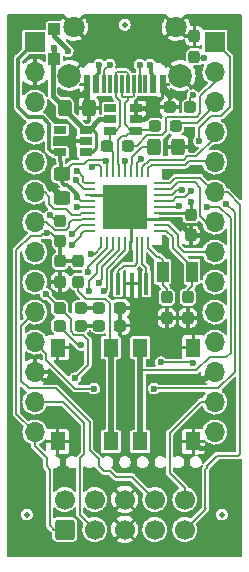
<source format=gbr>
%TF.GenerationSoftware,KiCad,Pcbnew,6.0.2-378541a8eb~116~ubuntu21.10.1*%
%TF.CreationDate,2022-02-16T23:17:43+01:00*%
%TF.ProjectId,GreenFox,47726565-6e46-46f7-982e-6b696361645f,Rev1*%
%TF.SameCoordinates,PX6d01460PY68c4118*%
%TF.FileFunction,Copper,L1,Top*%
%TF.FilePolarity,Positive*%
%FSLAX46Y46*%
G04 Gerber Fmt 4.6, Leading zero omitted, Abs format (unit mm)*
G04 Created by KiCad (PCBNEW 6.0.2-378541a8eb~116~ubuntu21.10.1) date 2022-02-16 23:17:43*
%MOMM*%
%LPD*%
G01*
G04 APERTURE LIST*
G04 Aperture macros list*
%AMRoundRect*
0 Rectangle with rounded corners*
0 $1 Rounding radius*
0 $2 $3 $4 $5 $6 $7 $8 $9 X,Y pos of 4 corners*
0 Add a 4 corners polygon primitive as box body*
4,1,4,$2,$3,$4,$5,$6,$7,$8,$9,$2,$3,0*
0 Add four circle primitives for the rounded corners*
1,1,$1+$1,$2,$3*
1,1,$1+$1,$4,$5*
1,1,$1+$1,$6,$7*
1,1,$1+$1,$8,$9*
0 Add four rect primitives between the rounded corners*
20,1,$1+$1,$2,$3,$4,$5,0*
20,1,$1+$1,$4,$5,$6,$7,0*
20,1,$1+$1,$6,$7,$8,$9,0*
20,1,$1+$1,$8,$9,$2,$3,0*%
G04 Aperture macros list end*
%TA.AperFunction,SMDPad,CuDef*%
%ADD10R,0.300000X1.500000*%
%TD*%
%TA.AperFunction,SMDPad,CuDef*%
%ADD11R,0.600000X1.500000*%
%TD*%
%TA.AperFunction,ComponentPad*%
%ADD12C,1.800000*%
%TD*%
%TA.AperFunction,ComponentPad*%
%ADD13C,2.000000*%
%TD*%
%TA.AperFunction,SMDPad,CuDef*%
%ADD14C,0.500000*%
%TD*%
%TA.AperFunction,SMDPad,CuDef*%
%ADD15R,1.300000X1.550000*%
%TD*%
%TA.AperFunction,SMDPad,CuDef*%
%ADD16RoundRect,0.237500X0.237500X-0.287500X0.237500X0.287500X-0.237500X0.287500X-0.237500X-0.287500X0*%
%TD*%
%TA.AperFunction,SMDPad,CuDef*%
%ADD17RoundRect,0.237500X-0.237500X0.287500X-0.237500X-0.287500X0.237500X-0.287500X0.237500X0.287500X0*%
%TD*%
%TA.AperFunction,SMDPad,CuDef*%
%ADD18R,1.000000X1.800000*%
%TD*%
%TA.AperFunction,SMDPad,CuDef*%
%ADD19R,0.400000X1.900000*%
%TD*%
%TA.AperFunction,SMDPad,CuDef*%
%ADD20R,3.700000X3.700000*%
%TD*%
%TA.AperFunction,SMDPad,CuDef*%
%ADD21RoundRect,0.062500X0.350000X-0.062500X0.350000X0.062500X-0.350000X0.062500X-0.350000X-0.062500X0*%
%TD*%
%TA.AperFunction,SMDPad,CuDef*%
%ADD22RoundRect,0.062500X0.062500X-0.350000X0.062500X0.350000X-0.062500X0.350000X-0.062500X-0.350000X0*%
%TD*%
%TA.AperFunction,SMDPad,CuDef*%
%ADD23R,1.060000X0.650000*%
%TD*%
%TA.AperFunction,SMDPad,CuDef*%
%ADD24RoundRect,0.237500X0.287500X0.237500X-0.287500X0.237500X-0.287500X-0.237500X0.287500X-0.237500X0*%
%TD*%
%TA.AperFunction,SMDPad,CuDef*%
%ADD25RoundRect,0.237500X-0.287500X-0.237500X0.287500X-0.237500X0.287500X0.237500X-0.287500X0.237500X0*%
%TD*%
%TA.AperFunction,ComponentPad*%
%ADD26O,1.700000X1.700000*%
%TD*%
%TA.AperFunction,ComponentPad*%
%ADD27R,1.700000X1.700000*%
%TD*%
%TA.AperFunction,ComponentPad*%
%ADD28C,1.700000*%
%TD*%
%TA.AperFunction,ComponentPad*%
%ADD29RoundRect,0.250000X0.600000X-0.600000X0.600000X0.600000X-0.600000X0.600000X-0.600000X-0.600000X0*%
%TD*%
%TA.AperFunction,SMDPad,CuDef*%
%ADD30R,1.000000X1.000000*%
%TD*%
%TA.AperFunction,SMDPad,CuDef*%
%ADD31RoundRect,0.249999X-0.325001X-0.450001X0.325001X-0.450001X0.325001X0.450001X-0.325001X0.450001X0*%
%TD*%
%TA.AperFunction,SMDPad,CuDef*%
%ADD32RoundRect,0.249999X-0.450001X0.325001X-0.450001X-0.325001X0.450001X-0.325001X0.450001X0.325001X0*%
%TD*%
%TA.AperFunction,ViaPad*%
%ADD33C,0.600000*%
%TD*%
%TA.AperFunction,Conductor*%
%ADD34C,0.200000*%
%TD*%
%TA.AperFunction,Conductor*%
%ADD35C,0.600000*%
%TD*%
%TA.AperFunction,Conductor*%
%ADD36C,0.400000*%
%TD*%
%TA.AperFunction,Conductor*%
%ADD37C,0.500000*%
%TD*%
%TA.AperFunction,Conductor*%
%ADD38C,0.254000*%
%TD*%
%TA.AperFunction,Conductor*%
%ADD39C,0.250000*%
%TD*%
%TA.AperFunction,Conductor*%
%ADD40C,0.300000*%
%TD*%
G04 APERTURE END LIST*
D10*
%TO.P,J1,B5,CC2*%
%TO.N,Net-(J1-PadB5)*%
X8410000Y40226600D03*
%TO.P,J1,B8,SBU2*%
%TO.N,unconnected-(J1-PadB8)*%
X11910000Y40226600D03*
%TO.P,J1,A8,SBU1*%
%TO.N,unconnected-(J1-PadA8)*%
X8910000Y40226600D03*
%TO.P,J1,A5,CC1*%
%TO.N,Net-(J1-PadA5)*%
X11410000Y40226600D03*
%TO.P,J1,B6,D+*%
%TO.N,/USBDP*%
X9410000Y40226600D03*
%TO.P,J1,B7,D-*%
%TO.N,/USBDM*%
X10910000Y40226600D03*
%TO.P,J1,A7,D-*%
X9910000Y40226600D03*
%TO.P,J1,A6,D+*%
%TO.N,/USBDP*%
X10410000Y40226600D03*
D11*
%TO.P,J1,A1,GND*%
%TO.N,GND*%
X6960000Y40226600D03*
%TO.P,J1,A4,VBUS*%
%TO.N,Net-(D1-Pad2)*%
X7760000Y40226600D03*
%TO.P,J1,A1,GND*%
%TO.N,GND*%
X13360000Y40226600D03*
%TO.P,J1,A4,VBUS*%
%TO.N,Net-(D1-Pad2)*%
X12560000Y40226600D03*
D12*
%TO.P,J1,S1,SHIELD*%
%TO.N,GND*%
X5840000Y45126600D03*
X14480000Y45126600D03*
D13*
X14860000Y40976600D03*
X5460000Y40976600D03*
%TD*%
D14*
%TO.P,FID3,*%
%TO.N,*%
X18385000Y3810000D03*
%TD*%
%TO.P,FID2,*%
%TO.N,*%
X1875000Y3810000D03*
%TD*%
%TO.P,FID1,*%
%TO.N,*%
X10160000Y45288200D03*
%TD*%
D15*
%TO.P,SW2,2,2*%
%TO.N,GND*%
X15966000Y17945000D03*
X15966000Y9995000D03*
%TO.P,SW2,1,1*%
%TO.N,/BTN_USER*%
X11466000Y17945000D03*
X11466000Y9995000D03*
%TD*%
%TO.P,SW1,2,2*%
%TO.N,GND*%
X4481000Y9995000D03*
X4481000Y17945000D03*
%TO.P,SW1,1,1*%
%TO.N,Net-(R7-Pad1)*%
X8981000Y9995000D03*
X8981000Y17945000D03*
%TD*%
D16*
%TO.P,R1,2*%
%TO.N,+3V3*%
X4699000Y28688000D03*
%TO.P,R1,1*%
%TO.N,/~{RESET}*%
X4699000Y26938000D03*
%TD*%
D17*
%TO.P,C8,2*%
%TO.N,GND*%
X4699000Y23509000D03*
%TO.P,C8,1*%
%TO.N,/~{RESET}*%
X4699000Y25259000D03*
%TD*%
D18*
%TO.P,Y2,2,2*%
%TO.N,/SOSCO*%
X15855000Y24384000D03*
%TO.P,Y2,1,1*%
%TO.N,/SOSCI*%
X13355000Y24384000D03*
%TD*%
D19*
%TO.P,Y1,3,3*%
%TO.N,/OSC2*%
X11995000Y23368000D03*
%TO.P,Y1,2,2*%
%TO.N,GND*%
X10795000Y23368000D03*
%TO.P,Y1,1,1*%
%TO.N,/OSC1*%
X9595000Y23368000D03*
%TD*%
D20*
%TO.P,U3,37,THERMAL_PAD*%
%TO.N,GND*%
X10160000Y29845000D03*
D21*
%TO.P,U3,36,PGEC1/AN3/C1INC/C2INA/RP7/OCM2D/RB1*%
%TO.N,/RB1\u005CAN3*%
X7222500Y27845000D03*
%TO.P,U3,35,PGED1/AN2/C1IND/C2INB/C3INC/RP6/OCM2C/RB0*%
%TO.N,/RB0\u005CAN2*%
X7222500Y28345000D03*
%TO.P,U3,34,PGED2/VREF-/AN1/RP2/OCM1F/RA1*%
%TO.N,/RA1\u005CAN1*%
X7222500Y28845000D03*
%TO.P,U3,33,PGEC2/VREF+/CVREF+/AN0/RP1/OCM1E/INT3/RA0*%
%TO.N,/RA0\u005CAN0*%
X7222500Y29345000D03*
%TO.P,U3,32,~{MCLR}*%
%TO.N,/~{RESET}*%
X7222500Y29845000D03*
%TO.P,U3,31,AVDD*%
%TO.N,+3V3*%
X7222500Y30345000D03*
%TO.P,U3,30,AVSS*%
%TO.N,GND*%
X7222500Y30845000D03*
%TO.P,U3,29,AN10/C3INA/REFCLKO/RP17/U1RX/~{SS1}/FSYNC1/OCM2B/INT0/RB15*%
%TO.N,/UART1_RX*%
X7222500Y31345000D03*
%TO.P,U3,28,CVREF/AN9/C3INB/RP16/RTCC/U1TX/VBUSON/SDI1/OCM3B/INT1/RB14*%
%TO.N,/UART1_TX*%
X7222500Y31845000D03*
D22*
%TO.P,U3,27,AN8/RP15/SCL3/SCK3/RB13*%
%TO.N,/RB13\u005CAN8*%
X8160000Y32782500D03*
%TO.P,U3,26,VUSB3V3*%
%TO.N,+3V3*%
X8660000Y32782500D03*
%TO.P,U3,25,D+/RB11*%
%TO.N,/USBDP*%
X9160000Y32782500D03*
%TO.P,U3,24,D-/RB10*%
%TO.N,/USBDM*%
X9660000Y32782500D03*
%TO.P,U3,23,VDD*%
%TO.N,+3V3*%
X10160000Y32782500D03*
%TO.P,U3,22,VCAP*%
%TO.N,/VCAP*%
X10660000Y32782500D03*
%TO.P,U3,21,PGEC3/TDO/RP18/ASCL1/USBOEN/SDO3/RC9*%
%TO.N,/TDO\u005CPGEC3*%
X11160000Y32782500D03*
%TO.P,U3,20,AN14/LVDIN/C2INC/RC8*%
%TO.N,/RC8\u005CAN14*%
X11660000Y32782500D03*
%TO.P,U3,19,TMS/REFCLKI/RP14/SDA1/T1CK/T1G/~{U1RTS}/U1BCLK/SDO1/OCM1B/INT2/RB9*%
%TO.N,/TMS*%
X12160000Y32782500D03*
D21*
%TO.P,U3,18,TCK/RP13/SCL1/~{U1CTS}/SCK1/OCM1A/RB8*%
%TO.N,/TCK*%
X13097500Y31845000D03*
%TO.P,U3,17,RP12/SDA3/SDI3/OCM3F/RB7*%
%TO.N,/RB7*%
X13097500Y31345000D03*
%TO.P,U3,16,VBUS/RB6*%
%TO.N,+5V*%
X13097500Y30845000D03*
%TO.P,U3,15,PGED3/RP11/ASDA1/USBID/~{SS3}/FSYNC3/OCM3E/RB5*%
%TO.N,/PGED3*%
X13097500Y30345000D03*
%TO.P,U3,14,RC3*%
%TO.N,/BTN_USER*%
X13097500Y29845000D03*
%TO.P,U3,13,VDD*%
%TO.N,+3V3*%
X13097500Y29345000D03*
%TO.P,U3,12,VSS*%
%TO.N,GND*%
X13097500Y28845000D03*
%TO.P,U3,11,RP24/OCM3A/RA9*%
%TO.N,/LED_USER*%
X13097500Y28345000D03*
%TO.P,U3,10,SOSCO/SCLKI/RP5/PWRLCLK/OCM3D/RA4*%
%TO.N,/SOSCO*%
X13097500Y27845000D03*
D22*
%TO.P,U3,9,SOSCI/AN7/RP10/OCM3C/RB4*%
%TO.N,/SOSCI*%
X12160000Y26907500D03*
%TO.P,U3,8,OSC2/CLKO/AN6/C3IND/RP4/OCM1D/RA3*%
%TO.N,/OSC2*%
X11660000Y26907500D03*
%TO.P,U3,7,OSC1/CLKI/AN5/RP3/OCM1C/RA2*%
%TO.N,/OSC1*%
X11160000Y26907500D03*
%TO.P,U3,6,VSS*%
%TO.N,GND*%
X10660000Y26907500D03*
%TO.P,U3,5,RP19/OCM2A/RC2*%
%TO.N,/RC2*%
X10160000Y26907500D03*
%TO.P,U3,4,AN13/T3CK/T3G/RC1*%
%TO.N,/RC1\u005CAN13*%
X9660000Y26907500D03*
%TO.P,U3,3,AN12/C2IND/T2CK/T2G/RC0*%
%TO.N,/RC0\u005CAN12*%
X9160000Y26907500D03*
%TO.P,U3,2,TDI/AN11/C1INA/RP9/SCL2/OCM2F/RB3*%
%TO.N,/TDI*%
X8660000Y26907500D03*
%TO.P,U3,1,AN4/C1INB/RP8/SDA2/OCM2E/RB2*%
%TO.N,/RB2\u005CAN4*%
X8160000Y26907500D03*
%TD*%
D23*
%TO.P,U2,1,IO1*%
%TO.N,/USBDM*%
X11133000Y36324500D03*
%TO.P,U2,2,VN*%
%TO.N,GND*%
X11133000Y37274500D03*
%TO.P,U2,3,IO2*%
X11133000Y38224500D03*
%TO.P,U2,4,IO3*%
%TO.N,unconnected-(U2-Pad4)*%
X8933000Y38224500D03*
%TO.P,U2,6,IO4*%
%TO.N,/USBDP*%
X8933000Y36324500D03*
%TO.P,U2,5,VP*%
%TO.N,+5V*%
X8933000Y37274500D03*
%TD*%
%TO.P,U1,1,VIN*%
%TO.N,+5V*%
X6878500Y34483000D03*
%TO.P,U1,2,GND*%
%TO.N,GND*%
X6878500Y35433000D03*
%TO.P,U1,3,EN*%
%TO.N,+5V*%
X6878500Y36383000D03*
%TO.P,U1,4,NC*%
%TO.N,unconnected-(U1-Pad4)*%
X4678500Y36383000D03*
%TO.P,U1,5,VOUT*%
%TO.N,+3V3*%
X4678500Y34483000D03*
%TD*%
D24*
%TO.P,R9,2*%
%TO.N,/LED_USER*%
X4663500Y19812000D03*
%TO.P,R9,1*%
%TO.N,Net-(D3-Pad2)*%
X6413500Y19812000D03*
%TD*%
%TO.P,R8,2*%
%TO.N,+3V3*%
X4663500Y21297000D03*
%TO.P,R8,1*%
%TO.N,Net-(D2-Pad2)*%
X6413500Y21297000D03*
%TD*%
D16*
%TO.P,R7,2*%
%TO.N,/~{RESET}*%
X6223000Y25259000D03*
%TO.P,R7,1*%
%TO.N,Net-(R7-Pad1)*%
X6223000Y23509000D03*
%TD*%
D24*
%TO.P,R5,2*%
%TO.N,/USBDP*%
X8650000Y34988500D03*
%TO.P,R5,1*%
%TO.N,/RB11*%
X10400000Y34988500D03*
%TD*%
%TO.P,R4,2*%
%TO.N,/USBDM*%
X12714000Y36703000D03*
%TO.P,R4,1*%
%TO.N,/RB10*%
X14464000Y36703000D03*
%TD*%
D17*
%TO.P,R3,1*%
%TO.N,GND*%
X16050000Y44330000D03*
%TO.P,R3,2*%
%TO.N,Net-(J1-PadB5)*%
X16050000Y42580000D03*
%TD*%
D25*
%TO.P,R2,1*%
%TO.N,GND*%
X13950000Y38305000D03*
%TO.P,R2,2*%
%TO.N,Net-(J1-PadA5)*%
X15700000Y38305000D03*
%TD*%
D26*
%TO.P,J5,14,Pin_14*%
%TO.N,/RB2\u005CAN4*%
X17780000Y10795000D03*
%TO.P,J5,13,Pin_13*%
%TO.N,/TDI*%
X17780000Y13335000D03*
%TO.P,J5,12,Pin_12*%
%TO.N,GND*%
X17780000Y15875000D03*
%TO.P,J5,11,Pin_11*%
%TO.N,/RC0\u005CAN12*%
X17780000Y18415000D03*
%TO.P,J5,10,Pin_10*%
%TO.N,/RC1\u005CAN13*%
X17780000Y20955000D03*
%TO.P,J5,9,Pin_9*%
%TO.N,/RC2*%
X17780000Y23495000D03*
%TO.P,J5,8,Pin_8*%
%TO.N,/LED_USER*%
X17780000Y26035000D03*
%TO.P,J5,7,Pin_7*%
%TO.N,/RB7*%
X17780000Y28575000D03*
%TO.P,J5,6,Pin_6*%
%TO.N,/TCK*%
X17780000Y31115000D03*
%TO.P,J5,5,Pin_5*%
%TO.N,/TMS*%
X17780000Y33655000D03*
%TO.P,J5,4,Pin_4*%
%TO.N,/RC8\u005CAN14*%
X17780000Y36195000D03*
%TO.P,J5,3,Pin_3*%
%TO.N,/RB10*%
X17780000Y38735000D03*
%TO.P,J5,2,Pin_2*%
%TO.N,/RB11*%
X17780000Y41275000D03*
D27*
%TO.P,J5,1,Pin_1*%
%TO.N,+5V*%
X17780000Y43815000D03*
%TD*%
D26*
%TO.P,J3,14,Pin_14*%
%TO.N,/~{RESET}*%
X2540000Y10795000D03*
%TO.P,J3,13,Pin_13*%
%TO.N,+3V3*%
X2540000Y13335000D03*
%TO.P,J3,12,Pin_12*%
%TO.N,GND*%
X2540000Y15875000D03*
%TO.P,J3,11,Pin_11*%
%TO.N,/PGED3*%
X2540000Y18415000D03*
%TO.P,J3,10,Pin_10*%
%TO.N,/TDO\u005CPGEC3*%
X2540000Y20955000D03*
%TO.P,J3,9,Pin_9*%
%TO.N,/RB1\u005CAN3*%
X2540000Y23495000D03*
%TO.P,J3,8,Pin_8*%
%TO.N,/RB0\u005CAN2*%
X2540000Y26035000D03*
%TO.P,J3,7,Pin_7*%
%TO.N,/RA1\u005CAN1*%
X2540000Y28575000D03*
%TO.P,J3,6,Pin_6*%
%TO.N,/RA0\u005CAN0*%
X2540000Y31115000D03*
%TO.P,J3,5,Pin_5*%
%TO.N,/UART1_RX*%
X2540000Y33655000D03*
%TO.P,J3,4,Pin_4*%
%TO.N,/UART1_TX*%
X2540000Y36195000D03*
%TO.P,J3,3,Pin_3*%
%TO.N,/RB13\u005CAN8*%
X2540000Y38735000D03*
%TO.P,J3,2,Pin_2*%
%TO.N,GND*%
X2540000Y41275000D03*
D27*
%TO.P,J3,1,Pin_1*%
%TO.N,+3V3*%
X2540000Y43815000D03*
%TD*%
D28*
%TO.P,J2,10,Pin_10*%
%TO.N,/TDI*%
X15240000Y5080000D03*
%TO.P,J2,8,Pin_8*%
%TO.N,/TDO\u005CPGEC3*%
X12700000Y5080000D03*
%TO.P,J2,6,Pin_6*%
%TO.N,GND*%
X10160000Y5080000D03*
%TO.P,J2,4,Pin_4*%
%TO.N,/UART1_RX*%
X7620000Y5080000D03*
%TO.P,J2,2,Pin_2*%
%TO.N,/UART1_TX*%
X5080000Y5080000D03*
%TO.P,J2,9,Pin_9*%
%TO.N,/TCK*%
X15240000Y2540000D03*
%TO.P,J2,7,Pin_7*%
%TO.N,/TMS*%
X12700000Y2540000D03*
%TO.P,J2,5,Pin_5*%
%TO.N,GND*%
X10160000Y2540000D03*
%TO.P,J2,3,Pin_3*%
%TO.N,+3V3*%
X7620000Y2540000D03*
D29*
%TO.P,J2,1,Pin_1*%
%TO.N,/~{RESET}*%
X5080000Y2540000D03*
%TD*%
D24*
%TO.P,D3,2,A*%
%TO.N,Net-(D3-Pad2)*%
X8015500Y19812000D03*
%TO.P,D3,1,K*%
%TO.N,GND*%
X9765500Y19812000D03*
%TD*%
%TO.P,D2,2,A*%
%TO.N,Net-(D2-Pad2)*%
X8015500Y21297000D03*
%TO.P,D2,1,K*%
%TO.N,GND*%
X9765500Y21297000D03*
%TD*%
D30*
%TO.P,D1,1,K*%
%TO.N,+5V*%
X4200000Y42405000D03*
%TO.P,D1,2,A*%
%TO.N,Net-(D1-Pad2)*%
X4200000Y44905000D03*
%TD*%
D31*
%TO.P,C7,2*%
%TO.N,GND*%
X14677500Y34925000D03*
%TO.P,C7,1*%
%TO.N,/VCAP*%
X12627500Y34925000D03*
%TD*%
D17*
%TO.P,C6,2*%
%TO.N,GND*%
X15494000Y20461000D03*
%TO.P,C6,1*%
%TO.N,/SOSCO*%
X15494000Y22211000D03*
%TD*%
%TO.P,C5,2*%
%TO.N,GND*%
X15748000Y27446000D03*
%TO.P,C5,1*%
%TO.N,+3V3*%
X15748000Y29196000D03*
%TD*%
D32*
%TO.P,C4,2*%
%TO.N,GND*%
X4826000Y30598000D03*
%TO.P,C4,1*%
%TO.N,+3V3*%
X4826000Y32648000D03*
%TD*%
D17*
%TO.P,C3,2*%
%TO.N,GND*%
X13716000Y20461000D03*
%TO.P,C3,1*%
%TO.N,/SOSCI*%
X13716000Y22211000D03*
%TD*%
D31*
%TO.P,C1,1*%
%TO.N,+5V*%
X5071000Y38227000D03*
%TO.P,C1,2*%
%TO.N,GND*%
X7121000Y38227000D03*
%TD*%
D33*
%TO.N,Net-(J1-PadA5)*%
X15900000Y39305000D03*
X11410000Y41909499D03*
%TO.N,Net-(J1-PadB5)*%
X16850000Y42455000D03*
%TO.N,+5V*%
X4200000Y43305000D03*
%TO.N,GND*%
X3937000Y38227000D03*
X5080000Y39497000D03*
X11684000Y31369000D03*
X10477500Y25590500D03*
X14732000Y28575000D03*
X10160000Y29845000D03*
X10985500Y21717000D03*
X11938000Y21717000D03*
X11430000Y20955000D03*
X10604500Y42037000D03*
X19685000Y45720000D03*
X762000Y9017000D03*
X635000Y45720000D03*
X13970000Y18669000D03*
X14605000Y18034000D03*
X12573000Y20955000D03*
X16573500Y22606000D03*
X6032500Y39306500D03*
X15875000Y34798000D03*
X5715000Y35433000D03*
X4762500Y22352000D03*
X1841500Y24765000D03*
X13843000Y32702500D03*
X4381500Y11620500D03*
X4889500Y16510000D03*
X16319500Y15303500D03*
X13017500Y15303500D03*
X3810000Y31750000D03*
X3492500Y32575500D03*
X4445000Y35433000D03*
X5715000Y36195000D03*
X3683000Y26797000D03*
X12900000Y38055000D03*
X12450000Y38955000D03*
X15875000Y33083500D03*
X15748000Y36195000D03*
X18732500Y34861500D03*
X19685000Y32943800D03*
X635000Y37719000D03*
X635000Y36512500D03*
X4927600Y8585200D03*
X4508500Y6604000D03*
X3048000Y5778500D03*
X3048000Y4572000D03*
X5715000Y6604000D03*
X5778500Y10414000D03*
X10223500Y17462500D03*
X7747000Y17462500D03*
X7747000Y16319500D03*
X10223500Y16319500D03*
X13779500Y25908000D03*
X14605000Y22987000D03*
X16891000Y27305000D03*
X17018000Y24765000D03*
X17272000Y45720000D03*
X13208000Y45720000D03*
X11176000Y45720000D03*
X9144000Y45720000D03*
X7112000Y45720000D03*
X3048000Y45720000D03*
X19685000Y635000D03*
X19685000Y5588000D03*
X635000Y635000D03*
X635000Y5588000D03*
X17272000Y9461500D03*
X15544800Y6985000D03*
X16256000Y12065000D03*
X14541500Y13589000D03*
X12382500Y11493500D03*
X10223500Y11366500D03*
X10223500Y9906000D03*
X10922000Y7683500D03*
X8128000Y11430000D03*
X4064000Y15176500D03*
X8128000Y13462000D03*
X12319000Y16700500D03*
X18478500Y27305000D03*
X18351500Y24765000D03*
X19240500Y9461500D03*
X19240500Y12065000D03*
X19240500Y14605000D03*
X5461000Y22352000D03*
X8636000Y31369000D03*
X8636000Y28321000D03*
X11684000Y28321000D03*
X5778500Y34163000D03*
X9779000Y42037000D03*
X12319000Y25336500D03*
X12763500Y22923500D03*
X1595120Y21930360D03*
X3492500Y19748500D03*
X19685000Y33909000D03*
X19685000Y36703000D03*
X19685000Y38862000D03*
X19685000Y41402000D03*
X19685000Y43688000D03*
X635000Y34798000D03*
X635000Y44132500D03*
X6985000Y6604000D03*
X8255000Y6604000D03*
X7810500Y9715500D03*
X14605000Y9969500D03*
%TO.N,+5V*%
X14986000Y31326010D03*
X16446500Y35433000D03*
%TO.N,+3V3*%
X8559989Y33782000D03*
X6096000Y30734000D03*
X10160000Y33782000D03*
X3858180Y29155269D03*
X5969000Y15367000D03*
X15747996Y30289500D03*
X3492500Y22479000D03*
%TO.N,Net-(D1-Pad2)*%
X8001000Y41910000D03*
X12319000Y41910000D03*
X5334000Y43053000D03*
%TO.N,Net-(J1-PadB5)*%
X8890000Y41910000D03*
%TO.N,/TDI*%
X7070057Y24364105D03*
%TO.N,/UART1_RX*%
X6027294Y32095944D03*
%TO.N,/UART1_TX*%
X6096000Y32893000D03*
%TO.N,/~{RESET}*%
X6096000Y29845000D03*
X3556000Y27622500D03*
%TO.N,/RB2\u005CAN4*%
X7325636Y25884864D03*
%TO.N,/PGED3*%
X15781183Y31238342D03*
X12636500Y14478000D03*
X7556500Y14478000D03*
X18767490Y30136037D03*
%TO.N,/LED_USER*%
X13223990Y16700500D03*
X15938500Y16669966D03*
X6448500Y18161000D03*
%TO.N,/RC2*%
X8382000Y22733000D03*
%TO.N,/RC1\u005CAN13*%
X7937500Y23431496D03*
%TO.N,/RC0\u005CAN12*%
X7112000Y22733002D03*
%TO.N,/TDO\u005CPGEC3*%
X11535539Y33931750D03*
%TO.N,/RB1\u005CAN3*%
X5715000Y26670000D03*
%TO.N,/RB0\u005CAN2*%
X5721305Y27576620D03*
%TO.N,/RB13\u005CAN8*%
X7381120Y33225620D03*
%TO.N,/BTN_USER*%
X14732000Y29972000D03*
X17145000Y29845002D03*
%TD*%
D34*
%TO.N,/~{RESET}*%
X5080000Y2540000D02*
X4191000Y2540000D01*
X4191000Y2540000D02*
X3810000Y2921000D01*
X3810000Y2921000D02*
X3810000Y7620000D01*
X3550000Y8605000D02*
X2540000Y9615000D01*
X2540000Y9615000D02*
X2540000Y10795000D01*
X3810000Y7620000D02*
X3550000Y7880000D01*
X3550000Y7880000D02*
X3550000Y8605000D01*
%TO.N,Net-(J1-PadA5)*%
X15900000Y39305000D02*
X15700000Y39105000D01*
X15700000Y39105000D02*
X15700000Y38305000D01*
X11430000Y41910000D02*
X11410501Y41910000D01*
X11410501Y41910000D02*
X11410000Y41909499D01*
D35*
%TO.N,GND*%
X13360000Y39895000D02*
X14000000Y39255000D01*
X13360000Y40226600D02*
X13360000Y39895000D01*
D34*
%TO.N,/RB11*%
X10400000Y35052000D02*
X11176000Y35052000D01*
X13324126Y35927990D02*
X13638990Y36242854D01*
X11176000Y35052000D02*
X12051990Y35927990D01*
X12051990Y35927990D02*
X13324126Y35927990D01*
X13638990Y36242854D02*
X13638990Y37387990D01*
X16548999Y39206001D02*
X17780000Y40437002D01*
X13638990Y37387990D02*
X13756000Y37505000D01*
X17780000Y40437002D02*
X17780000Y41275000D01*
X13756000Y37505000D02*
X16234994Y37505000D01*
X16234994Y37505000D02*
X16548999Y37819005D01*
X16548999Y37819005D02*
X16548999Y39206001D01*
%TO.N,Net-(J1-PadB5)*%
X16850000Y42455000D02*
X16175000Y42455000D01*
X16175000Y42455000D02*
X16050000Y42580000D01*
D36*
%TO.N,Net-(D1-Pad2)*%
X5334000Y43053000D02*
X5334000Y43171000D01*
X5334000Y43171000D02*
X4200000Y44305000D01*
X4200000Y44305000D02*
X4200000Y44905000D01*
%TO.N,+5V*%
X4200000Y42405000D02*
X4060489Y42265489D01*
X4060489Y42265489D02*
X4060489Y39237511D01*
X4060489Y39237511D02*
X5071000Y38227000D01*
X4200000Y43305000D02*
X4200000Y42405000D01*
X5071000Y38227000D02*
X5352000Y38227000D01*
D37*
%TO.N,GND*%
X6960000Y38388000D02*
X7121000Y38227000D01*
X6960000Y40226600D02*
X6960000Y38388000D01*
D34*
%TO.N,/RB10*%
X14464000Y36703000D02*
X14716000Y36955000D01*
X14716000Y36955000D02*
X16250000Y36955000D01*
X16250000Y36955000D02*
X17780000Y38485000D01*
X17780000Y38485000D02*
X17780000Y38735000D01*
D38*
%TO.N,GND*%
X11160000Y28845000D02*
X10160000Y29845000D01*
D39*
X13097500Y28845000D02*
X11160000Y28845000D01*
D38*
X14335000Y28845000D02*
X14605000Y28575000D01*
D39*
X13097500Y28845000D02*
X14335000Y28845000D01*
D38*
X15353000Y27827000D02*
X14605000Y28575000D01*
X15748000Y27827000D02*
X15353000Y27827000D01*
X9160000Y30845000D02*
X10160000Y29845000D01*
D39*
X7222500Y30845000D02*
X9160000Y30845000D01*
D38*
X10660000Y29345000D02*
X10160000Y29845000D01*
D39*
X10660000Y26907500D02*
X10660000Y29345000D01*
D34*
X10795000Y22218000D02*
X10795000Y23368000D01*
X10694999Y22117999D02*
X10795000Y22218000D01*
X9154999Y22117999D02*
X10694999Y22117999D01*
D36*
X14805400Y45452000D02*
X14480000Y45126600D01*
D37*
X6960000Y40226600D02*
X6960000Y39662500D01*
X4826000Y30598000D02*
X4826000Y30607000D01*
X4826000Y30734000D02*
X3810000Y31750000D01*
X4826000Y30598000D02*
X4826000Y30734000D01*
D36*
X11811000Y37274500D02*
X12319000Y37782500D01*
X11133000Y37274500D02*
X11811000Y37274500D01*
X11877000Y38224500D02*
X12319000Y37782500D01*
X11133000Y38224500D02*
X11877000Y38224500D01*
D40*
X3238500Y15176500D02*
X2540000Y15875000D01*
X4064000Y15176500D02*
X3238500Y15176500D01*
D34*
X9765500Y19812000D02*
X9765500Y19127000D01*
X10223500Y18669000D02*
X10223500Y17462500D01*
X9765500Y19127000D02*
X10223500Y18669000D01*
X4762500Y22352000D02*
X4635500Y22479000D01*
X4380502Y22479000D02*
X3780501Y23079001D01*
X4635500Y22479000D02*
X4380502Y22479000D01*
X3780501Y23079001D02*
X3683000Y23079001D01*
D37*
X6604000Y39306500D02*
X6032500Y39306500D01*
X6960000Y39662500D02*
X6604000Y39306500D01*
X16954500Y15303500D02*
X16319500Y15303500D01*
X17526000Y15875000D02*
X16954500Y15303500D01*
X17780000Y15875000D02*
X17526000Y15875000D01*
D36*
X16499500Y9461500D02*
X15966000Y9995000D01*
X17272000Y9461500D02*
X16499500Y9461500D01*
X15748000Y27559000D02*
X14732000Y28575000D01*
X15748000Y27446000D02*
X15748000Y27559000D01*
X16750000Y27446000D02*
X16891000Y27305000D01*
X15748000Y27446000D02*
X16750000Y27446000D01*
D34*
%TO.N,+5V*%
X13097500Y30845000D02*
X14137542Y30845000D01*
X14618552Y31326010D02*
X14986000Y31326010D01*
X14137542Y30845000D02*
X14618552Y31326010D01*
D38*
X7372102Y34483000D02*
X6878500Y34483000D01*
X7735501Y36079499D02*
X7735501Y34846399D01*
X7432000Y36383000D02*
X7735501Y36079499D01*
X7735501Y34846399D02*
X7372102Y34483000D01*
X6878500Y36383000D02*
X7432000Y36383000D01*
D36*
X7109500Y36383000D02*
X6878500Y36383000D01*
X8001000Y37274500D02*
X7109500Y36383000D01*
X8933000Y37274500D02*
X8001000Y37274500D01*
X6758900Y36383000D02*
X6878500Y36383000D01*
X5071000Y38070900D02*
X6758900Y36383000D01*
X5071000Y38227000D02*
X5071000Y38070900D01*
D34*
X16446500Y36563502D02*
X16446500Y35433000D01*
X17467997Y37584999D02*
X16446500Y36563502D01*
X19050000Y38302998D02*
X18332001Y37584999D01*
X19050000Y42545000D02*
X19050000Y38302998D01*
X18332001Y37584999D02*
X17467997Y37584999D01*
X17780000Y43815000D02*
X19050000Y42545000D01*
%TO.N,/SOSCI*%
X13355000Y23284500D02*
X13716000Y22923500D01*
X13355000Y24384000D02*
X13355000Y23284500D01*
X13716000Y22923500D02*
X13716000Y22211000D01*
X13355000Y25380000D02*
X13355000Y24384000D01*
X13081000Y25654000D02*
X13355000Y25380000D01*
X12890500Y25654000D02*
X13081000Y25654000D01*
X12160000Y26384500D02*
X12890500Y25654000D01*
X12160000Y26907500D02*
X12160000Y26384500D01*
D38*
%TO.N,+3V3*%
X15516000Y29345000D02*
X15748000Y29577000D01*
X13097500Y29345000D02*
X15516000Y29345000D01*
D34*
X8660000Y33681989D02*
X8559989Y33782000D01*
X8660000Y32782500D02*
X8660000Y33681989D01*
X6485000Y30345000D02*
X6096000Y30734000D01*
X7222500Y30345000D02*
X6485000Y30345000D01*
X10160000Y32782500D02*
X10160000Y33782000D01*
X4325449Y28688000D02*
X3858180Y29155269D01*
X4699000Y28688000D02*
X4325449Y28688000D01*
D40*
X4678500Y32795500D02*
X4826000Y32648000D01*
X4678500Y33762044D02*
X4774022Y33666522D01*
X4678500Y34483000D02*
X4678500Y33762044D01*
X3998000Y34483000D02*
X4678500Y34483000D01*
X2540000Y43815000D02*
X1143000Y42418000D01*
X1143000Y38281998D02*
X1979997Y37445001D01*
X1143000Y38544500D02*
X1143000Y38281998D01*
X1143000Y42418000D02*
X1143000Y38544500D01*
X1979997Y37445001D02*
X3194999Y37445001D01*
X3194999Y37445001D02*
X3746500Y36893500D01*
X3746500Y34734500D02*
X3998000Y34483000D01*
X3746500Y36893500D02*
X3746500Y34734500D01*
X4774022Y32699978D02*
X4774022Y33666522D01*
X4826000Y32648000D02*
X4774022Y32699978D01*
X6096000Y30951546D02*
X6096000Y30734000D01*
X5297546Y31750000D02*
X6096000Y30951546D01*
X5016500Y31750000D02*
X5297546Y31750000D01*
X4826000Y31940500D02*
X5016500Y31750000D01*
X4826000Y32648000D02*
X4826000Y31940500D01*
D38*
X15748000Y30289496D02*
X15747996Y30289500D01*
X15748000Y29196000D02*
X15748000Y30289496D01*
D34*
X5671001Y33493001D02*
X4826000Y32648000D01*
X6701501Y33493001D02*
X5671001Y33493001D01*
X7066499Y33857999D02*
X6701501Y33493001D01*
X8483990Y33857999D02*
X7066499Y33857999D01*
X8559989Y33782000D02*
X8483990Y33857999D01*
X7048500Y18605500D02*
X6617010Y19036990D01*
X5588490Y20383010D02*
X3492500Y22479000D01*
X6617010Y19036990D02*
X5903354Y19036990D01*
X5903354Y19036990D02*
X5588490Y19351854D01*
X5588490Y19351854D02*
X5588490Y20383010D01*
X5969000Y15367000D02*
X7048500Y16446500D01*
X7048500Y16446500D02*
X7048500Y18605500D01*
X4953000Y13335000D02*
X2540000Y13335000D01*
X6731000Y11557000D02*
X4953000Y13335000D01*
X6731000Y8953500D02*
X6731000Y11557000D01*
X6350000Y8572500D02*
X6731000Y8953500D01*
X6350000Y3810000D02*
X6350000Y8572500D01*
X7620000Y2540000D02*
X6350000Y3810000D01*
%TO.N,/VCAP*%
X10795000Y34079213D02*
X11640787Y34925000D01*
X10795000Y33464500D02*
X10795000Y34079213D01*
X10660000Y33329500D02*
X10795000Y33464500D01*
X10660000Y32782500D02*
X10660000Y33329500D01*
X11640787Y34925000D02*
X12627500Y34925000D01*
D40*
%TO.N,Net-(D1-Pad2)*%
X7945001Y41854001D02*
X8001000Y41910000D01*
X7945001Y41152599D02*
X7945001Y41854001D01*
X7760000Y40967598D02*
X7945001Y41152599D01*
X7760000Y40226600D02*
X7760000Y40967598D01*
X12374999Y41854001D02*
X12319000Y41910000D01*
X12374999Y41152599D02*
X12374999Y41854001D01*
X12560000Y40967598D02*
X12374999Y41152599D01*
X12560000Y40226600D02*
X12560000Y40967598D01*
D36*
X5314000Y43033000D02*
X5334000Y43053000D01*
D40*
%TO.N,Net-(D2-Pad2)*%
X6223000Y21297000D02*
X7825000Y21297000D01*
%TO.N,Net-(D3-Pad2)*%
X6223000Y19812000D02*
X7825000Y19812000D01*
D34*
%TO.N,Net-(J1-PadB5)*%
X8410000Y41430000D02*
X8890000Y41910000D01*
X8410000Y40226600D02*
X8410000Y41430000D01*
%TO.N,Net-(J1-PadA5)*%
X11410000Y41890000D02*
X11430000Y41910000D01*
X11410000Y40226600D02*
X11410000Y41890000D01*
D38*
%TO.N,/USBDP*%
X10414000Y40222600D02*
X10410000Y40226600D01*
D34*
X9160000Y32909000D02*
X9159989Y32909011D01*
X9160000Y32782500D02*
X9160000Y32909000D01*
X9410000Y41166602D02*
X9410000Y40226600D01*
X10300001Y41276601D02*
X9519999Y41276601D01*
X9519999Y41276601D02*
X9410000Y41166602D01*
X10410000Y41166602D02*
X10300001Y41276601D01*
X10410000Y40226600D02*
X10410000Y41166602D01*
X9410000Y39142502D02*
X9763001Y38789501D01*
X9410000Y40226600D02*
X9410000Y39142502D01*
X9378002Y36324500D02*
X8933000Y36324500D01*
X9763001Y36709499D02*
X9378002Y36324500D01*
X9763001Y38789501D02*
X9763001Y36709499D01*
X8933000Y35271500D02*
X8650000Y34988500D01*
X8933000Y36324500D02*
X8933000Y35271500D01*
X9159990Y34478510D02*
X8650000Y34988500D01*
X9159990Y32782510D02*
X9159990Y34478510D01*
X9160000Y32782500D02*
X9159990Y32782510D01*
%TO.N,/USBDM*%
X12399000Y36388000D02*
X12714000Y36703000D01*
X11133000Y36388000D02*
X12399000Y36388000D01*
X10831844Y36388000D02*
X11133000Y36388000D01*
X10270854Y35827010D02*
X10831844Y36388000D01*
X9559999Y35497155D02*
X9889854Y35827010D01*
X9559999Y33493999D02*
X9559999Y35497155D01*
X9660000Y33393998D02*
X9559999Y33493999D01*
X9889854Y35827010D02*
X10270854Y35827010D01*
X9660000Y32782500D02*
X9660000Y33393998D01*
X9910000Y39286598D02*
X9910000Y40226600D01*
X10019999Y39176599D02*
X9910000Y39286598D01*
X10910000Y39276600D02*
X10809999Y39176599D01*
X10910000Y40226600D02*
X10910000Y39276600D01*
X10416901Y39176599D02*
X10416901Y38928401D01*
X10809999Y39176599D02*
X10416901Y39176599D01*
X10416901Y39176599D02*
X10019999Y39176599D01*
X10416901Y38928401D02*
X10163011Y38674511D01*
X10687998Y36324500D02*
X11133000Y36324500D01*
X10163011Y36849487D02*
X10687998Y36324500D01*
X10163011Y38674511D02*
X10163011Y36849487D01*
%TO.N,/TDI*%
X7070057Y24780755D02*
X7070057Y24364105D01*
X8660000Y26370698D02*
X7070057Y24780755D01*
X8660000Y26907500D02*
X8660000Y26370698D01*
X15240000Y6032500D02*
X15240000Y5080000D01*
X13970000Y7302500D02*
X15240000Y6032500D01*
X13970000Y10727081D02*
X13970000Y7302500D01*
X16577919Y13335000D02*
X13970000Y10727081D01*
X17780000Y13335000D02*
X16577919Y13335000D01*
%TO.N,/UART1_RX*%
X6027294Y32009206D02*
X6027294Y32095944D01*
X6691500Y31345000D02*
X6027294Y32009206D01*
X7222500Y31345000D02*
X6691500Y31345000D01*
%TO.N,/UART1_TX*%
X6174500Y32893000D02*
X6096000Y32893000D01*
X7222500Y31845000D02*
X6757198Y31845000D01*
X6643250Y31958948D02*
X6643250Y32424250D01*
X6757198Y31845000D02*
X6643250Y31958948D01*
X6643250Y32424250D02*
X6174500Y32893000D01*
%TO.N,/TCK*%
X14443270Y32326020D02*
X16568980Y32326020D01*
X13962250Y31845000D02*
X14443270Y32326020D01*
X16568980Y32326020D02*
X17780000Y31115000D01*
X13097500Y31845000D02*
X13962250Y31845000D01*
X18859500Y31115000D02*
X17780000Y31115000D01*
X19919990Y30054510D02*
X18859500Y31115000D01*
X19919990Y8934490D02*
X19919990Y30054510D01*
X19783499Y8797999D02*
X19919990Y8934490D01*
X17094200Y7924800D02*
X17967399Y8797999D01*
X16992600Y7668718D02*
X17094200Y7770318D01*
X16992600Y4333574D02*
X16992600Y7668718D01*
X17013087Y4313087D02*
X16992600Y4333574D01*
X17967399Y8797999D02*
X19783499Y8797999D01*
X15240000Y2540000D02*
X17013087Y4313087D01*
X17094200Y7770318D02*
X17094200Y7924800D01*
%TO.N,/TMS*%
X17700511Y33734489D02*
X17780000Y33655000D01*
X15613768Y33734489D02*
X17700511Y33734489D01*
X15280279Y33401000D02*
X15613768Y33734489D01*
X12446000Y33401000D02*
X15280279Y33401000D01*
X12160000Y33115000D02*
X12446000Y33401000D01*
X12160000Y32782500D02*
X12160000Y33115000D01*
D40*
%TO.N,/~{RESET}*%
X6223000Y25259000D02*
X4699000Y25259000D01*
X4699000Y26938000D02*
X4699000Y25259000D01*
D34*
X7222500Y29845000D02*
X6096000Y29845000D01*
X3289502Y27622500D02*
X3556000Y27622500D01*
X3092001Y27424999D02*
X3289502Y27622500D01*
X2227997Y27424999D02*
X3092001Y27424999D01*
X989989Y26186991D02*
X2227997Y27424999D01*
X989989Y12345011D02*
X989989Y26186991D01*
X2540000Y10795000D02*
X989989Y12345011D01*
X3873500Y27622500D02*
X3556000Y27622500D01*
X4558000Y26938000D02*
X3873500Y27622500D01*
X4699000Y26938000D02*
X4558000Y26938000D01*
%TO.N,/RB7*%
X14071844Y31345000D02*
X13097500Y31345000D01*
X16079990Y31926010D02*
X14652854Y31926010D01*
X16523010Y31482990D02*
X16079990Y31926010D01*
X14652854Y31926010D02*
X14071844Y31345000D01*
X17018000Y28575000D02*
X16523010Y29069990D01*
X17780000Y28575000D02*
X17018000Y28575000D01*
X16523010Y29069990D02*
X16523010Y31482990D01*
%TO.N,/RB2\u005CAN4*%
X8160000Y26907500D02*
X8160000Y26436396D01*
X7608468Y25884864D02*
X7325636Y25884864D01*
X8160000Y26436396D02*
X7608468Y25884864D01*
%TO.N,/PGED3*%
X15258420Y30715580D02*
X15781183Y31238342D01*
X15222151Y30679311D02*
X15258420Y30715580D01*
X14537552Y30679311D02*
X15222151Y30679311D01*
X14203241Y30345000D02*
X14537552Y30679311D01*
X13097500Y30345000D02*
X14203241Y30345000D01*
X18092003Y14485001D02*
X19519980Y15912978D01*
X19519980Y15912978D02*
X19519980Y29383547D01*
X19519980Y29383547D02*
X18767490Y30136037D01*
X12636500Y14478000D02*
X12643501Y14485001D01*
X12643501Y14485001D02*
X18092003Y14485001D01*
X5982998Y14478000D02*
X7556500Y14478000D01*
X3530999Y16929999D02*
X5982998Y14478000D01*
X3530999Y17424001D02*
X3530999Y16929999D01*
X2540000Y18415000D02*
X3530999Y17424001D01*
%TO.N,/LED_USER*%
X13223990Y16700500D02*
X15907966Y16700500D01*
X15907966Y16700500D02*
X15938500Y16669966D01*
X4663500Y19711146D02*
X4663500Y19812000D01*
X6213646Y18161000D02*
X4663500Y19711146D01*
X6448500Y18161000D02*
X6213646Y18161000D01*
X15176500Y26035000D02*
X17780000Y26035000D01*
X14678010Y26533490D02*
X15176500Y26035000D01*
X14678010Y27493057D02*
X14678010Y26533490D01*
X13826066Y28345000D02*
X14678010Y27493057D01*
X13097500Y28345000D02*
X13826066Y28345000D01*
%TO.N,/RC2*%
X10160000Y26907500D02*
X10160000Y26173600D01*
X10160000Y26173600D02*
X8616990Y24630590D01*
X8616990Y24630590D02*
X8616990Y22948311D01*
X8382000Y22713321D02*
X8616990Y22948311D01*
X8382000Y22606000D02*
X8382000Y22713321D01*
%TO.N,/RC1\u005CAN13*%
X8216981Y23710977D02*
X7937500Y23431496D01*
X8216981Y24796281D02*
X8216981Y23710977D01*
X9660000Y26907500D02*
X9660000Y26239300D01*
X9660000Y26239300D02*
X8216981Y24796281D01*
%TO.N,/RC0\u005CAN12*%
X7816970Y24262474D02*
X7112000Y23557504D01*
X7816970Y24961970D02*
X7816970Y24262474D01*
X7112000Y23557504D02*
X7112000Y22733002D01*
X9160000Y26907500D02*
X9160000Y26305000D01*
X9160000Y26305000D02*
X7816970Y24961970D01*
%TO.N,/TDO\u005CPGEC3*%
X11195011Y33591222D02*
X11535539Y33931750D01*
X11195011Y33298812D02*
X11195011Y33591222D01*
X11160000Y33263801D02*
X11195011Y33298812D01*
X11160000Y32782500D02*
X11160000Y33263801D01*
X8890000Y7493000D02*
X9398000Y6985000D01*
X8382000Y7493000D02*
X8890000Y7493000D01*
X7937500Y8509000D02*
X7937500Y7937500D01*
X7175500Y9271000D02*
X7937500Y8509000D01*
X7175500Y11684000D02*
X7175500Y9271000D01*
X10795000Y6985000D02*
X12700000Y5080000D01*
X9398000Y6985000D02*
X10795000Y6985000D01*
X4374499Y14485001D02*
X7175500Y11684000D01*
X2024999Y14485001D02*
X4374499Y14485001D01*
X1389999Y15120001D02*
X2024999Y14485001D01*
X1389999Y19804999D02*
X1389999Y15120001D01*
X7937500Y7937500D02*
X8382000Y7493000D01*
X2540000Y20955000D02*
X1389999Y19804999D01*
%TO.N,/RB1\u005CAN3*%
X6413500Y27368500D02*
X5715000Y26670000D01*
X6699500Y27845000D02*
X6413500Y27559000D01*
X6413500Y27559000D02*
X6413500Y27368500D01*
X7222500Y27845000D02*
X6699500Y27845000D01*
%TO.N,/RB0\u005CAN2*%
X6446675Y28301990D02*
X5721305Y27576620D01*
X6489685Y28345000D02*
X6446675Y28301990D01*
X7222500Y28345000D02*
X6489685Y28345000D01*
%TO.N,/RA1\u005CAN1*%
X5474010Y28177854D02*
X5159146Y27862990D01*
X4238854Y27862990D02*
X3526844Y28575000D01*
X5159146Y27862990D02*
X4238854Y27862990D01*
X5474010Y28524510D02*
X5474010Y28177854D01*
X3526844Y28575000D02*
X2540000Y28575000D01*
X5715000Y28765500D02*
X5474010Y28524510D01*
X6477000Y28765500D02*
X5715000Y28765500D01*
X6556500Y28845000D02*
X6477000Y28765500D01*
X7222500Y28845000D02*
X6556500Y28845000D01*
%TO.N,/RA0\u005CAN0*%
X3365500Y31115000D02*
X2540000Y31115000D01*
X3746500Y30734000D02*
X3365500Y31115000D01*
X3746500Y30099000D02*
X3746500Y30734000D01*
X4191000Y29654500D02*
X3746500Y30099000D01*
X5207000Y29654500D02*
X4191000Y29654500D01*
X5663354Y29198146D02*
X5207000Y29654500D01*
X6484002Y29345000D02*
X6337148Y29198146D01*
X6337148Y29198146D02*
X5663354Y29198146D01*
X7222500Y29345000D02*
X6484002Y29345000D01*
%TO.N,/RB13\u005CAN8*%
X8160000Y32782500D02*
X8160000Y33242000D01*
X8160000Y33242000D02*
X7956510Y33445490D01*
X7956510Y33445490D02*
X7600990Y33445490D01*
X7600990Y33445490D02*
X7381120Y33225620D01*
%TO.N,/RC8\u005CAN14*%
X12297832Y33845500D02*
X11660000Y33207668D01*
X15445179Y34134499D02*
X15156180Y33845500D01*
X16227499Y34134499D02*
X15445179Y34134499D01*
X17780000Y35687000D02*
X16227499Y34134499D01*
X11660000Y33207668D02*
X11660000Y32782500D01*
X15156180Y33845500D02*
X12297832Y33845500D01*
X17780000Y36195000D02*
X17780000Y35687000D01*
%TO.N,/OSC2*%
X11995000Y24708000D02*
X11995000Y23495000D01*
X11660000Y25043000D02*
X11995000Y24708000D01*
X11660000Y26907500D02*
X11660000Y25043000D01*
%TO.N,/SOSCO*%
X15855000Y22572000D02*
X15494000Y22211000D01*
X15494000Y22211000D02*
X15494000Y22796500D01*
X15855000Y23157500D02*
X15855000Y24384000D01*
X15494000Y22796500D02*
X15855000Y23157500D01*
X14224000Y26416000D02*
X15855000Y24785000D01*
X14224000Y27305000D02*
X14224000Y26416000D01*
X15855000Y24785000D02*
X15855000Y24384000D01*
X13684000Y27845000D02*
X14224000Y27305000D01*
X13097500Y27845000D02*
X13684000Y27845000D01*
D37*
%TO.N,Net-(R7-Pad1)*%
X8981000Y9995000D02*
X8981000Y17945000D01*
D34*
X8749990Y18176010D02*
X8981000Y17945000D01*
X8890000Y18036000D02*
X8981000Y17945000D01*
X8525646Y22072010D02*
X8890000Y21707656D01*
X8890000Y21707656D02*
X8890000Y18036000D01*
X6884990Y22072010D02*
X8525646Y22072010D01*
X6223000Y22734000D02*
X6884990Y22072010D01*
X6223000Y23509000D02*
X6223000Y22734000D01*
%TO.N,/BTN_USER*%
X14605000Y29845000D02*
X14732000Y29972000D01*
X13097500Y29845000D02*
X14605000Y29845000D01*
D37*
X11466000Y15585000D02*
X11466000Y9995000D01*
D34*
X16226502Y16036998D02*
X11467002Y16036998D01*
X11467002Y16036998D02*
X11466000Y16038000D01*
X17334504Y17145000D02*
X16226502Y16036998D01*
X19113500Y17526000D02*
X18732500Y17145000D01*
X19113500Y28898272D02*
X19113500Y17526000D01*
X18166770Y29845002D02*
X19113500Y28898272D01*
X17145000Y29845002D02*
X18166770Y29845002D01*
X18732500Y17145000D02*
X17334504Y17145000D01*
D37*
X11466000Y16038000D02*
X11466000Y15585000D01*
X11466000Y17945000D02*
X11466000Y16038000D01*
D34*
%TO.N,/OSC1*%
X11160000Y25066500D02*
X11160000Y26907500D01*
X10096500Y24892000D02*
X10985500Y24892000D01*
X10985500Y24892000D02*
X11160000Y25066500D01*
X9595000Y24390500D02*
X10096500Y24892000D01*
X9595000Y23495000D02*
X9595000Y24390500D01*
%TD*%
%TA.AperFunction,Conductor*%
%TO.N,GND*%
G36*
X5068098Y46136093D02*
G01*
X5104062Y46086593D01*
X5106852Y46073030D01*
X5109271Y46069461D01*
X5828914Y45349818D01*
X5840797Y45343764D01*
X5845828Y45344560D01*
X6567924Y46066656D01*
X6585394Y46100944D01*
X6628658Y46144209D01*
X6673604Y46155000D01*
X13649907Y46155000D01*
X13708098Y46136093D01*
X13744062Y46086593D01*
X13746852Y46073030D01*
X13749271Y46069461D01*
X14468914Y45349818D01*
X14480797Y45343764D01*
X14485828Y45344560D01*
X15207924Y46066656D01*
X15225394Y46100944D01*
X15268658Y46144209D01*
X15313604Y46155000D01*
X20021000Y46155000D01*
X20079191Y46136093D01*
X20115155Y46086593D01*
X20120000Y46056000D01*
X20120000Y30518479D01*
X20101093Y30460288D01*
X20051593Y30424324D01*
X19990407Y30424324D01*
X19950996Y30448475D01*
X19109820Y31289651D01*
X19107120Y31292780D01*
X19104925Y31297269D01*
X19068678Y31330893D01*
X19066002Y31333469D01*
X19052223Y31347248D01*
X19048513Y31349793D01*
X19044600Y31353229D01*
X19029555Y31367185D01*
X19022854Y31373401D01*
X19012164Y31377666D01*
X18992848Y31387980D01*
X18990893Y31389321D01*
X18990890Y31389322D01*
X18983354Y31394492D01*
X18957441Y31400641D01*
X18943616Y31405014D01*
X18925368Y31412294D01*
X18925366Y31412294D01*
X18918878Y31414883D01*
X18912585Y31415500D01*
X18906416Y31415500D01*
X18883557Y31418175D01*
X18883327Y31418230D01*
X18883325Y31418230D01*
X18874434Y31420340D01*
X18865378Y31419108D01*
X18856248Y31419554D01*
X18856415Y31422963D01*
X18812228Y31430947D01*
X18769910Y31475138D01*
X18764302Y31489539D01*
X18755935Y31517251D01*
X18659218Y31699151D01*
X18529011Y31858800D01*
X18506430Y31877481D01*
X18374002Y31987035D01*
X18374000Y31987036D01*
X18370275Y31990118D01*
X18235750Y32062855D01*
X18193309Y32085803D01*
X18193308Y32085803D01*
X18189055Y32088103D01*
X18071175Y32124593D01*
X17996875Y32147593D01*
X17996871Y32147594D01*
X17992254Y32149023D01*
X17987446Y32149528D01*
X17987443Y32149529D01*
X17792185Y32170051D01*
X17792183Y32170051D01*
X17787369Y32170557D01*
X17727354Y32165095D01*
X17587022Y32152325D01*
X17587017Y32152324D01*
X17582203Y32151886D01*
X17530099Y32136551D01*
X17389219Y32095088D01*
X17389216Y32095087D01*
X17384572Y32093720D01*
X17345050Y32073059D01*
X17284725Y32062855D01*
X17229182Y32090789D01*
X16819300Y32500671D01*
X16816600Y32503800D01*
X16814405Y32508289D01*
X16778158Y32541913D01*
X16775482Y32544489D01*
X16761703Y32558268D01*
X16757993Y32560813D01*
X16754080Y32564249D01*
X16739035Y32578205D01*
X16732334Y32584421D01*
X16721644Y32588686D01*
X16702328Y32599000D01*
X16700373Y32600341D01*
X16700370Y32600342D01*
X16692834Y32605512D01*
X16666921Y32611661D01*
X16653096Y32616034D01*
X16634848Y32623314D01*
X16634846Y32623314D01*
X16628358Y32625903D01*
X16622065Y32626520D01*
X16615896Y32626520D01*
X16593037Y32629195D01*
X16592807Y32629250D01*
X16592805Y32629250D01*
X16583914Y32631360D01*
X16556154Y32627582D01*
X16554993Y32627424D01*
X16541643Y32626520D01*
X14496778Y32626520D01*
X14492653Y32626823D01*
X14487928Y32628445D01*
X14438509Y32626590D01*
X14434796Y32626520D01*
X14415322Y32626520D01*
X14410892Y32625695D01*
X14405699Y32625359D01*
X14389668Y32624757D01*
X14385195Y32624589D01*
X14376062Y32624246D01*
X14367668Y32620640D01*
X14367665Y32620639D01*
X14365487Y32619703D01*
X14344536Y32613337D01*
X14333217Y32611229D01*
X14314431Y32599649D01*
X14310542Y32597252D01*
X14297674Y32590568D01*
X14279628Y32582815D01*
X14279627Y32582814D01*
X14273207Y32580056D01*
X14268321Y32576042D01*
X14263957Y32571678D01*
X14245902Y32557407D01*
X14237922Y32552488D01*
X14220252Y32529251D01*
X14211460Y32519181D01*
X13866775Y32174496D01*
X13812258Y32146719D01*
X13796771Y32145500D01*
X13588354Y32145500D01*
X13554665Y32152201D01*
X13550117Y32155240D01*
X13540559Y32157141D01*
X13540557Y32157142D01*
X13515962Y32162034D01*
X13473401Y32170500D01*
X13434000Y32170500D01*
X13375809Y32189407D01*
X13339845Y32238907D01*
X13335000Y32269500D01*
X13335000Y33001500D01*
X13353907Y33059691D01*
X13403407Y33095655D01*
X13434000Y33100500D01*
X15226771Y33100500D01*
X15230896Y33100197D01*
X15235621Y33098575D01*
X15285040Y33100430D01*
X15288753Y33100500D01*
X15308227Y33100500D01*
X15312657Y33101325D01*
X15317850Y33101661D01*
X15333881Y33102263D01*
X15338354Y33102431D01*
X15347487Y33102774D01*
X15355881Y33106380D01*
X15355884Y33106381D01*
X15358062Y33107317D01*
X15379013Y33113683D01*
X15390332Y33115791D01*
X15413008Y33129768D01*
X15425875Y33136452D01*
X15443921Y33144205D01*
X15443922Y33144206D01*
X15450342Y33146964D01*
X15455228Y33150978D01*
X15459592Y33155342D01*
X15477647Y33169613D01*
X15485627Y33174532D01*
X15503297Y33197769D01*
X15512089Y33207839D01*
X15709243Y33404993D01*
X15763760Y33432770D01*
X15779247Y33433989D01*
X16675891Y33433989D01*
X16734082Y33415082D01*
X16771056Y33362277D01*
X16798544Y33266414D01*
X16892712Y33083182D01*
X17020677Y32921730D01*
X17024357Y32918598D01*
X17024359Y32918596D01*
X17084819Y32867141D01*
X17177564Y32788209D01*
X17181787Y32785849D01*
X17181791Y32785846D01*
X17292490Y32723979D01*
X17357398Y32687703D01*
X17361996Y32686209D01*
X17548724Y32625537D01*
X17548726Y32625536D01*
X17553329Y32624041D01*
X17757894Y32599649D01*
X17762716Y32600020D01*
X17762719Y32600020D01*
X17834091Y32605512D01*
X17963300Y32615454D01*
X18161725Y32670855D01*
X18166038Y32673034D01*
X18166044Y32673036D01*
X18341290Y32761560D01*
X18345610Y32763742D01*
X18349944Y32767128D01*
X18504135Y32887594D01*
X18504139Y32887598D01*
X18507951Y32890576D01*
X18536034Y32923110D01*
X18613981Y33013414D01*
X18642564Y33046528D01*
X18661231Y33079387D01*
X18741934Y33221450D01*
X18741935Y33221453D01*
X18744323Y33225656D01*
X18748751Y33238965D01*
X18807824Y33416546D01*
X18807824Y33416548D01*
X18809351Y33421137D01*
X18820921Y33512720D01*
X18834823Y33622772D01*
X18835171Y33625526D01*
X18835583Y33655000D01*
X18832407Y33687397D01*
X18815952Y33855220D01*
X18815951Y33855224D01*
X18815480Y33860030D01*
X18811964Y33871678D01*
X18762656Y34034989D01*
X18755935Y34057251D01*
X18659218Y34239151D01*
X18529011Y34398800D01*
X18503738Y34419708D01*
X18374002Y34527035D01*
X18374000Y34527036D01*
X18370275Y34530118D01*
X18218469Y34612199D01*
X18193309Y34625803D01*
X18193308Y34625803D01*
X18189055Y34628103D01*
X18124904Y34647961D01*
X17996875Y34687593D01*
X17996871Y34687594D01*
X17992254Y34689023D01*
X17987446Y34689528D01*
X17987443Y34689529D01*
X17792185Y34710051D01*
X17792183Y34710051D01*
X17787369Y34710557D01*
X17730537Y34705385D01*
X17587022Y34692325D01*
X17587017Y34692324D01*
X17582203Y34691886D01*
X17427156Y34646253D01*
X17365994Y34647961D01*
X17317518Y34685293D01*
X17300243Y34743989D01*
X17320767Y34801629D01*
X17329200Y34811229D01*
X17634311Y35116340D01*
X17688828Y35144117D01*
X17716037Y35144640D01*
X17720424Y35144117D01*
X17757894Y35139649D01*
X17762716Y35140020D01*
X17762719Y35140020D01*
X17830541Y35145239D01*
X17963300Y35155454D01*
X18161725Y35210855D01*
X18166038Y35213034D01*
X18166044Y35213036D01*
X18341289Y35301559D01*
X18341291Y35301560D01*
X18345610Y35303742D01*
X18419536Y35361499D01*
X18504135Y35427594D01*
X18504139Y35427598D01*
X18507951Y35430576D01*
X18515376Y35439177D01*
X18595915Y35532484D01*
X18642564Y35586528D01*
X18644957Y35590740D01*
X18741934Y35761450D01*
X18741935Y35761453D01*
X18744323Y35765656D01*
X18746317Y35771648D01*
X18807824Y35956546D01*
X18807824Y35956548D01*
X18809351Y35961137D01*
X18810681Y35971660D01*
X18830266Y36126697D01*
X18835171Y36165526D01*
X18835583Y36195000D01*
X18834138Y36209738D01*
X18815952Y36395220D01*
X18815951Y36395224D01*
X18815480Y36400030D01*
X18812212Y36410856D01*
X18764510Y36568848D01*
X18755935Y36597251D01*
X18659218Y36779151D01*
X18529011Y36938800D01*
X18486512Y36973958D01*
X18374002Y37067035D01*
X18374000Y37067036D01*
X18370275Y37070118D01*
X18317201Y37098815D01*
X18275008Y37143122D01*
X18266915Y37203770D01*
X18296016Y37257592D01*
X18355184Y37284479D01*
X18355401Y37284499D01*
X18359949Y37284499D01*
X18364374Y37285323D01*
X18369572Y37285660D01*
X18385603Y37286262D01*
X18390076Y37286430D01*
X18399209Y37286773D01*
X18407603Y37290379D01*
X18407606Y37290380D01*
X18409784Y37291316D01*
X18430735Y37297682D01*
X18442054Y37299790D01*
X18464730Y37313767D01*
X18477597Y37320451D01*
X18495643Y37328204D01*
X18495644Y37328205D01*
X18502064Y37330963D01*
X18506950Y37334977D01*
X18511314Y37339341D01*
X18529369Y37353612D01*
X18537349Y37358531D01*
X18555019Y37381768D01*
X18563811Y37391838D01*
X19224651Y38052678D01*
X19227780Y38055378D01*
X19232269Y38057573D01*
X19246467Y38072878D01*
X19265893Y38093820D01*
X19268469Y38096496D01*
X19282248Y38110275D01*
X19284793Y38113985D01*
X19288229Y38117898D01*
X19302185Y38132943D01*
X19308401Y38139644D01*
X19312666Y38150334D01*
X19322980Y38169650D01*
X19324321Y38171605D01*
X19324322Y38171608D01*
X19329492Y38179144D01*
X19335641Y38205057D01*
X19340014Y38218882D01*
X19347294Y38237130D01*
X19347294Y38237132D01*
X19349883Y38243620D01*
X19350500Y38249913D01*
X19350500Y38256082D01*
X19353175Y38278941D01*
X19353230Y38279171D01*
X19353230Y38279173D01*
X19355340Y38288064D01*
X19351404Y38316986D01*
X19350500Y38330335D01*
X19350500Y42491492D01*
X19350803Y42495617D01*
X19352425Y42500342D01*
X19350570Y42549762D01*
X19350500Y42553475D01*
X19350500Y42572948D01*
X19349675Y42577378D01*
X19349338Y42582583D01*
X19349287Y42583959D01*
X19348226Y42612209D01*
X19343681Y42622788D01*
X19337317Y42643737D01*
X19336884Y42646064D01*
X19336882Y42646069D01*
X19335209Y42655053D01*
X19321232Y42677729D01*
X19314548Y42690596D01*
X19306795Y42708642D01*
X19306794Y42708643D01*
X19304036Y42715063D01*
X19300022Y42719949D01*
X19295658Y42724313D01*
X19281387Y42742368D01*
X19281264Y42742567D01*
X19276468Y42750348D01*
X19253231Y42768018D01*
X19243161Y42776810D01*
X18859496Y43160475D01*
X18831719Y43214992D01*
X18830500Y43230479D01*
X18830500Y44684748D01*
X18818867Y44743231D01*
X18774552Y44809552D01*
X18708231Y44853867D01*
X18698668Y44855769D01*
X18698666Y44855770D01*
X18671149Y44861243D01*
X18649748Y44865500D01*
X16910252Y44865500D01*
X16871159Y44857724D01*
X16852693Y44854051D01*
X16791931Y44861243D01*
X16754523Y44891294D01*
X16675229Y44995760D01*
X16665760Y45005229D01*
X16559218Y45086099D01*
X16547566Y45092664D01*
X16422830Y45142051D01*
X16410603Y45145156D01*
X16332223Y45154641D01*
X16326267Y45155000D01*
X16215680Y45155000D01*
X16202995Y45150878D01*
X16200000Y45146757D01*
X16200000Y43520680D01*
X16204122Y43507995D01*
X16208243Y43505000D01*
X16326267Y43505000D01*
X16332223Y43505359D01*
X16410603Y43514844D01*
X16422830Y43517949D01*
X16547566Y43567336D01*
X16559214Y43573899D01*
X16570644Y43582575D01*
X16628426Y43602697D01*
X16687000Y43585013D01*
X16723993Y43536277D01*
X16729500Y43503719D01*
X16729500Y43281785D01*
X16710593Y43223594D01*
X16661093Y43187630D01*
X16599907Y43187630D01*
X16571682Y43202152D01*
X16554298Y43214992D01*
X16494768Y43258961D01*
X16370500Y43302601D01*
X16364496Y43303169D01*
X16364494Y43303169D01*
X16342144Y43305282D01*
X16342134Y43305282D01*
X16339833Y43305500D01*
X16050125Y43305500D01*
X15760168Y43305499D01*
X15729500Y43302601D01*
X15723816Y43300605D01*
X15723812Y43300604D01*
X15612214Y43261413D01*
X15605232Y43258961D01*
X15499289Y43180711D01*
X15421039Y43074768D01*
X15377399Y42950500D01*
X15374500Y42919833D01*
X15374501Y42581213D01*
X15374501Y42313619D01*
X15355594Y42255428D01*
X15306094Y42219464D01*
X15249878Y42217992D01*
X15090782Y42260622D01*
X15082294Y42262118D01*
X14864309Y42281189D01*
X14855691Y42281189D01*
X14637706Y42262118D01*
X14629218Y42260622D01*
X14417848Y42203985D01*
X14409755Y42201039D01*
X14211442Y42108564D01*
X14203972Y42104252D01*
X14064193Y42006377D01*
X14056167Y41995725D01*
X14056155Y41995093D01*
X14059943Y41988789D01*
X15869697Y40179035D01*
X15881580Y40172981D01*
X15882202Y40173079D01*
X15887755Y40177906D01*
X15987652Y40320572D01*
X15991964Y40328042D01*
X16084439Y40526355D01*
X16087385Y40534448D01*
X16144022Y40745818D01*
X16145518Y40754306D01*
X16164589Y40972291D01*
X16164589Y40980909D01*
X16145518Y41198894D01*
X16144022Y41207382D01*
X16087385Y41418752D01*
X16084439Y41426845D01*
X15991964Y41625158D01*
X15987652Y41632628D01*
X15941376Y41698716D01*
X15923487Y41757227D01*
X15943407Y41815079D01*
X15993527Y41850174D01*
X16022472Y41854500D01*
X16334735Y41854501D01*
X16339832Y41854501D01*
X16370500Y41857399D01*
X16376184Y41859395D01*
X16376188Y41859396D01*
X16487786Y41898587D01*
X16494768Y41901039D01*
X16588087Y41969965D01*
X16646128Y41989329D01*
X16676427Y41984828D01*
X16762425Y41957961D01*
X16762426Y41957961D01*
X16769157Y41955858D01*
X16789688Y41955482D01*
X16847521Y41935513D01*
X16882573Y41885363D01*
X16881453Y41824187D01*
X16874629Y41808806D01*
X16851681Y41767063D01*
X16809776Y41690838D01*
X16808313Y41686225D01*
X16808311Y41686221D01*
X16759565Y41532551D01*
X16747484Y41494468D01*
X16746944Y41489656D01*
X16746944Y41489655D01*
X16726290Y41305516D01*
X16724520Y41289738D01*
X16729874Y41225980D01*
X16734476Y41171182D01*
X16741759Y41084447D01*
X16798544Y40886414D01*
X16892712Y40703182D01*
X17020677Y40541730D01*
X17024357Y40538598D01*
X17024359Y40538596D01*
X17176179Y40409388D01*
X17208239Y40357275D01*
X17203545Y40296270D01*
X17182019Y40263992D01*
X16478432Y39560405D01*
X16423915Y39532628D01*
X16363483Y39542199D01*
X16326932Y39575343D01*
X16325984Y39577428D01*
X16232400Y39686037D01*
X16112095Y39764015D01*
X15974739Y39805093D01*
X15891497Y39805602D01*
X15838427Y39805926D01*
X15838426Y39805926D01*
X15831376Y39805969D01*
X15824599Y39804032D01*
X15824598Y39804032D01*
X15756418Y39784546D01*
X15695272Y39786735D01*
X15647090Y39824447D01*
X15630276Y39883276D01*
X15650148Y39939315D01*
X15663833Y39957476D01*
X15663845Y39958107D01*
X15660057Y39964411D01*
X13850303Y41774165D01*
X13838420Y41780219D01*
X13837798Y41780121D01*
X13832247Y41775295D01*
X13757903Y41669123D01*
X13709038Y41632301D01*
X13647862Y41631234D01*
X13597742Y41666329D01*
X13585343Y41688022D01*
X13555181Y41760840D01*
X13555179Y41760844D01*
X13552698Y41766833D01*
X13548752Y41771975D01*
X13548750Y41771979D01*
X13464402Y41881902D01*
X13460451Y41887051D01*
X13432266Y41908678D01*
X13345379Y41975350D01*
X13345375Y41975352D01*
X13340233Y41979298D01*
X13334244Y41981779D01*
X13334240Y41981781D01*
X13206233Y42034803D01*
X13200236Y42037287D01*
X13087720Y42052100D01*
X13012280Y42052100D01*
X12899764Y42037287D01*
X12899419Y42037144D01*
X12840895Y42040213D01*
X12793346Y42078719D01*
X12786254Y42091660D01*
X12747905Y42176004D01*
X12747904Y42176005D01*
X12744984Y42182428D01*
X12659815Y42281271D01*
X12656005Y42285693D01*
X12656004Y42285694D01*
X12651400Y42291037D01*
X12531095Y42369015D01*
X12393739Y42410093D01*
X12310497Y42410602D01*
X12257427Y42410926D01*
X12257426Y42410926D01*
X12250376Y42410969D01*
X12243599Y42409032D01*
X12243598Y42409032D01*
X12119309Y42373510D01*
X12119307Y42373509D01*
X12112529Y42371572D01*
X11991280Y42295070D01*
X11942793Y42240168D01*
X11938452Y42235253D01*
X11885760Y42204153D01*
X11824851Y42209965D01*
X11789249Y42236165D01*
X11780945Y42245803D01*
X11750454Y42281189D01*
X11747005Y42285192D01*
X11747004Y42285193D01*
X11742400Y42290536D01*
X11622095Y42368514D01*
X11484739Y42409592D01*
X11401497Y42410101D01*
X11348427Y42410425D01*
X11348426Y42410425D01*
X11341376Y42410468D01*
X11334599Y42408531D01*
X11334598Y42408531D01*
X11210309Y42373009D01*
X11210307Y42373008D01*
X11203529Y42371071D01*
X11082280Y42294569D01*
X11077613Y42289285D01*
X11077611Y42289283D01*
X10992044Y42192396D01*
X10992042Y42192394D01*
X10987377Y42187111D01*
X10926447Y42057336D01*
X10925362Y42050367D01*
X10925361Y42050364D01*
X10915774Y41988789D01*
X10904391Y41915676D01*
X10905306Y41908679D01*
X10905306Y41908678D01*
X10918366Y41808806D01*
X10922980Y41773520D01*
X10925821Y41767064D01*
X10925821Y41767063D01*
X10961393Y41686221D01*
X10980720Y41642296D01*
X11028880Y41585003D01*
X11068063Y41538389D01*
X11072970Y41532551D01*
X11076999Y41529869D01*
X11107265Y41477863D01*
X11109500Y41456945D01*
X11109500Y41276100D01*
X11090593Y41217909D01*
X11041093Y41181945D01*
X11010500Y41177100D01*
X10797807Y41177100D01*
X10739616Y41196007D01*
X10706846Y41237022D01*
X10703681Y41244389D01*
X10697317Y41265336D01*
X10695209Y41276655D01*
X10681232Y41299331D01*
X10674548Y41312198D01*
X10666795Y41330244D01*
X10666794Y41330245D01*
X10664036Y41336665D01*
X10660022Y41341551D01*
X10655658Y41345915D01*
X10641387Y41363970D01*
X10641264Y41364169D01*
X10636468Y41371950D01*
X10613231Y41389620D01*
X10603161Y41398412D01*
X10550321Y41451252D01*
X10547621Y41454381D01*
X10545426Y41458870D01*
X10509179Y41492494D01*
X10506503Y41495070D01*
X10492724Y41508849D01*
X10489014Y41511394D01*
X10485101Y41514830D01*
X10470056Y41528786D01*
X10463355Y41535002D01*
X10454711Y41538451D01*
X10452665Y41539267D01*
X10433349Y41549581D01*
X10431394Y41550922D01*
X10431391Y41550923D01*
X10423855Y41556093D01*
X10397942Y41562242D01*
X10384117Y41566615D01*
X10365869Y41573895D01*
X10365867Y41573895D01*
X10359379Y41576484D01*
X10353086Y41577101D01*
X10346917Y41577101D01*
X10324058Y41579776D01*
X10323828Y41579831D01*
X10323826Y41579831D01*
X10314935Y41581941D01*
X10287175Y41578163D01*
X10286014Y41578005D01*
X10272664Y41577101D01*
X9573507Y41577101D01*
X9569382Y41577404D01*
X9564657Y41579026D01*
X9515238Y41577171D01*
X9511525Y41577101D01*
X9492051Y41577101D01*
X9487621Y41576276D01*
X9482428Y41575940D01*
X9455947Y41574946D01*
X9452790Y41574827D01*
X9452737Y41576239D01*
X9401678Y41580979D01*
X9355714Y41621364D01*
X9342267Y41681054D01*
X9351749Y41715068D01*
X9368634Y41749918D01*
X9371710Y41756267D01*
X9373527Y41767063D01*
X9394862Y41893876D01*
X9394862Y41893880D01*
X9395496Y41897646D01*
X9395647Y41910000D01*
X9375323Y42051918D01*
X9351528Y42104252D01*
X9318905Y42176004D01*
X9318904Y42176005D01*
X9315984Y42182428D01*
X9230815Y42281271D01*
X9227005Y42285693D01*
X9227004Y42285694D01*
X9222400Y42291037D01*
X9102095Y42369015D01*
X8964739Y42410093D01*
X8881497Y42410602D01*
X8828427Y42410926D01*
X8828426Y42410926D01*
X8821376Y42410969D01*
X8814599Y42409032D01*
X8814598Y42409032D01*
X8690309Y42373510D01*
X8690307Y42373509D01*
X8683529Y42371572D01*
X8562280Y42295070D01*
X8519794Y42246963D01*
X8467102Y42215863D01*
X8406193Y42221675D01*
X8370591Y42247875D01*
X8338005Y42285693D01*
X8338004Y42285694D01*
X8333400Y42291037D01*
X8213095Y42369015D01*
X8075739Y42410093D01*
X7992497Y42410602D01*
X7939427Y42410926D01*
X7939426Y42410926D01*
X7932376Y42410969D01*
X7925599Y42409032D01*
X7925598Y42409032D01*
X7801309Y42373510D01*
X7801307Y42373509D01*
X7794529Y42371572D01*
X7673280Y42295070D01*
X7668613Y42289786D01*
X7668611Y42289784D01*
X7583044Y42192897D01*
X7583042Y42192895D01*
X7578377Y42187612D01*
X7575381Y42181230D01*
X7575380Y42181229D01*
X7532859Y42090663D01*
X7491014Y42046024D01*
X7430922Y42034507D01*
X7423386Y42035982D01*
X7420236Y42037287D01*
X7307720Y42052100D01*
X7232280Y42052100D01*
X7119764Y42037287D01*
X7113767Y42034803D01*
X6985760Y41981781D01*
X6985756Y41981779D01*
X6979767Y41979298D01*
X6974625Y41975352D01*
X6974621Y41975350D01*
X6887734Y41908678D01*
X6859549Y41887051D01*
X6855598Y41881902D01*
X6771250Y41771979D01*
X6771248Y41771975D01*
X6767302Y41766833D01*
X6764821Y41760844D01*
X6764819Y41760840D01*
X6734657Y41688022D01*
X6694920Y41641496D01*
X6635425Y41627213D01*
X6578897Y41650628D01*
X6562097Y41669123D01*
X6489775Y41772408D01*
X6479125Y41780433D01*
X6478493Y41780445D01*
X6472189Y41776657D01*
X5530004Y40834472D01*
X5475487Y40806695D01*
X5415055Y40816266D01*
X5389996Y40834472D01*
X5317872Y40906596D01*
X5290095Y40961113D01*
X5299666Y41021545D01*
X5317872Y41046604D01*
X6257565Y41986297D01*
X6263619Y41998180D01*
X6263521Y41998802D01*
X6258694Y42004355D01*
X6116028Y42104252D01*
X6108558Y42108564D01*
X5910245Y42201039D01*
X5902152Y42203985D01*
X5690782Y42260622D01*
X5682294Y42262118D01*
X5464309Y42281189D01*
X5455691Y42281189D01*
X5237706Y42262118D01*
X5229218Y42260622D01*
X5025123Y42205934D01*
X4964022Y42209136D01*
X4916472Y42247641D01*
X4900500Y42301561D01*
X4900500Y42555440D01*
X4919407Y42613631D01*
X4968907Y42649595D01*
X5030093Y42649595D01*
X5054358Y42637851D01*
X5116313Y42596610D01*
X5206645Y42568389D01*
X5246425Y42555961D01*
X5246426Y42555961D01*
X5253157Y42553858D01*
X5324828Y42552544D01*
X5389445Y42551359D01*
X5389447Y42551359D01*
X5396499Y42551230D01*
X5403302Y42553085D01*
X5403304Y42553085D01*
X5499007Y42579177D01*
X5534817Y42588940D01*
X5656991Y42663955D01*
X5666445Y42674399D01*
X5748468Y42765018D01*
X5753200Y42770246D01*
X5815710Y42899267D01*
X5839496Y43040646D01*
X5839647Y43053000D01*
X5819323Y43194918D01*
X5759984Y43325428D01*
X5666400Y43434037D01*
X5592618Y43481861D01*
X5576460Y43494932D01*
X5572342Y43499050D01*
X5171622Y43899771D01*
X5143845Y43954288D01*
X5153416Y44014720D01*
X5196681Y44057985D01*
X5257113Y44067556D01*
X5280705Y44060735D01*
X5463412Y43982238D01*
X5472024Y43979440D01*
X5678272Y43932771D01*
X5687232Y43931591D01*
X5898544Y43923289D01*
X5907556Y43923761D01*
X6116848Y43954106D01*
X6125630Y43956215D01*
X6325878Y44024190D01*
X6334134Y44027866D01*
X6518638Y44131194D01*
X6526092Y44136317D01*
X6564293Y44168089D01*
X6569046Y44175622D01*
X13746983Y44175622D01*
X13746990Y44175577D01*
X13752513Y44169361D01*
X13901178Y44070025D01*
X13909133Y44065707D01*
X14103412Y43982238D01*
X14112024Y43979440D01*
X14318272Y43932771D01*
X14327232Y43931591D01*
X14538544Y43923289D01*
X14547556Y43923761D01*
X14756848Y43954106D01*
X14765630Y43956215D01*
X14965878Y44024190D01*
X14974134Y44027866D01*
X15127626Y44113826D01*
X15187636Y44125763D01*
X15243201Y44100147D01*
X15273098Y44046763D01*
X15275000Y44027449D01*
X15275000Y44003733D01*
X15275359Y43997777D01*
X15284844Y43919397D01*
X15287949Y43907170D01*
X15337336Y43782434D01*
X15343901Y43770782D01*
X15424771Y43664240D01*
X15434240Y43654771D01*
X15540782Y43573901D01*
X15552434Y43567336D01*
X15677170Y43517949D01*
X15689397Y43514844D01*
X15767777Y43505359D01*
X15773733Y43505000D01*
X15884320Y43505000D01*
X15897005Y43509122D01*
X15900000Y43513243D01*
X15900000Y44164320D01*
X15895878Y44177005D01*
X15891757Y44180000D01*
X15302704Y44180000D01*
X15293807Y44177109D01*
X15232622Y44177108D01*
X15193209Y44201259D01*
X14491086Y44903382D01*
X14479203Y44909436D01*
X14474172Y44908640D01*
X13753037Y44187505D01*
X13746983Y44175622D01*
X6569046Y44175622D01*
X6571413Y44179373D01*
X6571227Y44182203D01*
X6569225Y44185243D01*
X5628665Y45125803D01*
X6057164Y45125803D01*
X6057960Y45120772D01*
X6777397Y44401335D01*
X6789280Y44395281D01*
X6792083Y44395725D01*
X6794927Y44397997D01*
X6830283Y44440508D01*
X6835406Y44447962D01*
X6938734Y44632466D01*
X6942410Y44640722D01*
X7010385Y44840970D01*
X7012494Y44849752D01*
X7043072Y45060651D01*
X7043565Y45066439D01*
X7045065Y45123687D01*
X7044875Y45129499D01*
X7029725Y45294377D01*
X9654391Y45294377D01*
X9655306Y45287380D01*
X9655306Y45287379D01*
X9656814Y45275846D01*
X9672980Y45152221D01*
X9675821Y45145765D01*
X9675821Y45145764D01*
X9683586Y45128118D01*
X9730720Y45020997D01*
X9748187Y45000218D01*
X9818431Y44916651D01*
X9818434Y44916649D01*
X9822970Y44911252D01*
X9828841Y44907344D01*
X9828842Y44907343D01*
X9834793Y44903382D01*
X9942313Y44831810D01*
X10039517Y44801442D01*
X10072425Y44791161D01*
X10072426Y44791161D01*
X10079157Y44789058D01*
X10150828Y44787744D01*
X10215445Y44786559D01*
X10215447Y44786559D01*
X10222499Y44786430D01*
X10229302Y44788285D01*
X10229304Y44788285D01*
X10307309Y44809552D01*
X10360817Y44824140D01*
X10482991Y44899155D01*
X10489467Y44906309D01*
X10574468Y45000218D01*
X10579200Y45005446D01*
X10641710Y45134467D01*
X10643509Y45145156D01*
X10644933Y45153619D01*
X13275569Y45153619D01*
X13289399Y44942600D01*
X13290812Y44933679D01*
X13342866Y44728718D01*
X13345886Y44720190D01*
X13434416Y44528154D01*
X13438937Y44520323D01*
X13522085Y44402672D01*
X13532772Y44394692D01*
X13533521Y44394682D01*
X13539652Y44398384D01*
X14256782Y45115514D01*
X14262024Y45125803D01*
X14697164Y45125803D01*
X14697960Y45120772D01*
X15327646Y44491086D01*
X15349404Y44480000D01*
X15884320Y44480000D01*
X15897005Y44484122D01*
X15900000Y44488243D01*
X15900000Y45139320D01*
X15895878Y45152005D01*
X15891757Y45155000D01*
X15772852Y45155000D01*
X15714661Y45173907D01*
X15678697Y45223407D01*
X15674267Y45244942D01*
X15665376Y45341702D01*
X15663729Y45350588D01*
X15606328Y45554114D01*
X15603087Y45562558D01*
X15509560Y45752212D01*
X15504835Y45759922D01*
X15437532Y45850052D01*
X15426638Y45857751D01*
X15425189Y45857732D01*
X15420098Y45854566D01*
X14703218Y45137686D01*
X14697164Y45125803D01*
X14262024Y45125803D01*
X14262836Y45127397D01*
X14262040Y45132428D01*
X13543062Y45851406D01*
X13531179Y45857460D01*
X13529062Y45857125D01*
X13525332Y45854064D01*
X13472094Y45786532D01*
X13467170Y45778949D01*
X13368705Y45591798D01*
X13365251Y45583458D01*
X13302541Y45381502D01*
X13300660Y45372652D01*
X13275805Y45162652D01*
X13275569Y45153619D01*
X10644933Y45153619D01*
X10664862Y45272076D01*
X10664862Y45272080D01*
X10665496Y45275846D01*
X10665647Y45288200D01*
X10645323Y45430118D01*
X10585984Y45560628D01*
X10525582Y45630728D01*
X10497005Y45663893D01*
X10497004Y45663894D01*
X10492400Y45669237D01*
X10372095Y45747215D01*
X10234739Y45788293D01*
X10151497Y45788802D01*
X10098427Y45789126D01*
X10098426Y45789126D01*
X10091376Y45789169D01*
X10084599Y45787232D01*
X10084598Y45787232D01*
X9960309Y45751710D01*
X9960307Y45751709D01*
X9953529Y45749772D01*
X9832280Y45673270D01*
X9827613Y45667986D01*
X9827611Y45667984D01*
X9742044Y45571097D01*
X9742042Y45571095D01*
X9737377Y45565812D01*
X9676447Y45436037D01*
X9654391Y45294377D01*
X7029725Y45294377D01*
X7025376Y45341702D01*
X7023729Y45350588D01*
X6966328Y45554114D01*
X6963087Y45562558D01*
X6869560Y45752212D01*
X6864835Y45759922D01*
X6797532Y45850052D01*
X6786638Y45857751D01*
X6785189Y45857732D01*
X6780098Y45854566D01*
X6063218Y45137686D01*
X6057164Y45125803D01*
X5628665Y45125803D01*
X4903062Y45851406D01*
X4891179Y45857460D01*
X4889062Y45857125D01*
X4885332Y45854064D01*
X4832094Y45786532D01*
X4827168Y45778945D01*
X4763749Y45658405D01*
X4719922Y45615710D01*
X4676135Y45605500D01*
X3680252Y45605500D01*
X3654005Y45600279D01*
X3631334Y45595770D01*
X3631332Y45595769D01*
X3621769Y45593867D01*
X3555448Y45549552D01*
X3511133Y45483231D01*
X3499500Y45424748D01*
X3499500Y44964500D01*
X3480593Y44906309D01*
X3431093Y44870345D01*
X3400500Y44865500D01*
X1670252Y44865500D01*
X1648851Y44861243D01*
X1621334Y44855770D01*
X1621332Y44855769D01*
X1611769Y44853867D01*
X1545448Y44809552D01*
X1501133Y44743231D01*
X1489500Y44684748D01*
X1489500Y43301190D01*
X1470593Y43242999D01*
X1460504Y43231186D01*
X929063Y42699745D01*
X912760Y42686580D01*
X910726Y42685267D01*
X910722Y42685264D01*
X903848Y42680825D01*
X884015Y42655668D01*
X880101Y42651263D01*
X880102Y42651262D01*
X877449Y42648131D01*
X874572Y42645254D01*
X863956Y42630399D01*
X861170Y42626688D01*
X831608Y42589189D01*
X829042Y42581882D01*
X828395Y42580637D01*
X823889Y42574331D01*
X816541Y42549762D01*
X810208Y42528585D01*
X808767Y42524149D01*
X797299Y42491492D01*
X792945Y42479094D01*
X792500Y42473956D01*
X792500Y42471818D01*
X792426Y42470099D01*
X792311Y42468738D01*
X790456Y42462536D01*
X790777Y42454365D01*
X792424Y42412446D01*
X792500Y42408559D01*
X792500Y38329946D01*
X790282Y38309110D01*
X788049Y38298737D01*
X790365Y38279171D01*
X791814Y38266927D01*
X792161Y38261035D01*
X792164Y38261035D01*
X792500Y38256968D01*
X792500Y38252883D01*
X793170Y38248857D01*
X793171Y38248846D01*
X795496Y38234879D01*
X796152Y38230272D01*
X801764Y38182860D01*
X805118Y38175876D01*
X805539Y38174544D01*
X806812Y38166895D01*
X829505Y38124838D01*
X831605Y38120715D01*
X849580Y38083281D01*
X849582Y38083277D01*
X852274Y38077672D01*
X855592Y38073724D01*
X857100Y38072216D01*
X858282Y38070927D01*
X859148Y38069901D01*
X862222Y38064204D01*
X868227Y38058653D01*
X868231Y38058648D01*
X899018Y38030189D01*
X901821Y38027495D01*
X1698252Y37231064D01*
X1711417Y37214761D01*
X1712730Y37212727D01*
X1712733Y37212723D01*
X1717172Y37205849D01*
X1742329Y37186017D01*
X1746735Y37182101D01*
X1746736Y37182102D01*
X1749865Y37179451D01*
X1752744Y37176572D01*
X1756058Y37174204D01*
X1756059Y37174203D01*
X1767588Y37165964D01*
X1771316Y37163165D01*
X1785058Y37152332D01*
X1808808Y37133609D01*
X1815227Y37131355D01*
X1821868Y37127175D01*
X1822068Y37127032D01*
X1858406Y37077807D01*
X1858871Y37016623D01*
X1826521Y36969346D01*
X1805226Y36952224D01*
X1805222Y36952221D01*
X1801447Y36949185D01*
X1798333Y36945474D01*
X1798332Y36945473D01*
X1718221Y36850000D01*
X1669024Y36791370D01*
X1666689Y36787122D01*
X1666688Y36787121D01*
X1660940Y36776666D01*
X1569776Y36610838D01*
X1568313Y36606225D01*
X1568311Y36606221D01*
X1524672Y36468653D01*
X1507484Y36414468D01*
X1506944Y36409656D01*
X1506944Y36409655D01*
X1485676Y36220042D01*
X1484520Y36209738D01*
X1484925Y36204918D01*
X1499580Y36030399D01*
X1501759Y36004447D01*
X1503092Y35999799D01*
X1503092Y35999798D01*
X1555202Y35818070D01*
X1558544Y35806414D01*
X1560759Y35802104D01*
X1569517Y35785063D01*
X1652712Y35623182D01*
X1780677Y35461730D01*
X1784357Y35458598D01*
X1784359Y35458596D01*
X1860502Y35393794D01*
X1937564Y35328209D01*
X1941787Y35325849D01*
X1941791Y35325846D01*
X2025135Y35279267D01*
X2117398Y35227703D01*
X2121996Y35226209D01*
X2308724Y35165537D01*
X2308726Y35165536D01*
X2313329Y35164041D01*
X2517894Y35139649D01*
X2522716Y35140020D01*
X2522719Y35140020D01*
X2590541Y35145239D01*
X2723300Y35155454D01*
X2921725Y35210855D01*
X2926038Y35213034D01*
X2926044Y35213036D01*
X3101289Y35301559D01*
X3101291Y35301560D01*
X3105610Y35303742D01*
X3179536Y35361499D01*
X3236050Y35405652D01*
X3293545Y35426579D01*
X3352360Y35409713D01*
X3390030Y35361499D01*
X3396000Y35327639D01*
X3396000Y34782448D01*
X3393782Y34761612D01*
X3391549Y34751239D01*
X3392511Y34743114D01*
X3395314Y34719429D01*
X3395661Y34713537D01*
X3395664Y34713537D01*
X3396000Y34709470D01*
X3396000Y34705385D01*
X3396670Y34701359D01*
X3396671Y34701348D01*
X3398996Y34687381D01*
X3399652Y34682774D01*
X3405264Y34635362D01*
X3408618Y34628378D01*
X3409039Y34627046D01*
X3410312Y34619397D01*
X3433005Y34577340D01*
X3435105Y34573217D01*
X3453080Y34535783D01*
X3453082Y34535779D01*
X3455774Y34530174D01*
X3459092Y34526226D01*
X3460600Y34524718D01*
X3461782Y34523429D01*
X3462648Y34522403D01*
X3465722Y34516706D01*
X3471727Y34511155D01*
X3471731Y34511150D01*
X3502518Y34482691D01*
X3505321Y34479997D01*
X3716255Y34269063D01*
X3729420Y34252760D01*
X3730733Y34250726D01*
X3730736Y34250722D01*
X3735175Y34243848D01*
X3760332Y34224016D01*
X3764738Y34220100D01*
X3764739Y34220101D01*
X3767868Y34217450D01*
X3770747Y34214571D01*
X3774061Y34212203D01*
X3774062Y34212202D01*
X3785591Y34203963D01*
X3789319Y34201164D01*
X3794047Y34197437D01*
X3826811Y34171608D01*
X3834114Y34169043D01*
X3835369Y34168391D01*
X3841670Y34163889D01*
X3878582Y34152850D01*
X3887412Y34150209D01*
X3891840Y34148770D01*
X3898394Y34146469D01*
X3947036Y34109353D01*
X3957063Y34090945D01*
X3957730Y34089334D01*
X3959633Y34079769D01*
X4003948Y34013448D01*
X4070269Y33969133D01*
X4079832Y33967231D01*
X4079834Y33967230D01*
X4102505Y33962721D01*
X4128752Y33957500D01*
X4229000Y33957500D01*
X4287191Y33938593D01*
X4323155Y33889093D01*
X4328000Y33858500D01*
X4328000Y33809992D01*
X4325782Y33789156D01*
X4323549Y33778783D01*
X4326980Y33749796D01*
X4327314Y33746973D01*
X4327661Y33741081D01*
X4327664Y33741081D01*
X4328000Y33737014D01*
X4328000Y33732929D01*
X4328670Y33728903D01*
X4328671Y33728892D01*
X4330996Y33714925D01*
X4331652Y33710318D01*
X4337264Y33662906D01*
X4340618Y33655922D01*
X4341039Y33654590D01*
X4342312Y33646941D01*
X4365005Y33604884D01*
X4367105Y33600761D01*
X4385090Y33563307D01*
X4393235Y33502666D01*
X4364181Y33448819D01*
X4305159Y33421892D01*
X4296635Y33421087D01*
X4296631Y33421086D01*
X4290630Y33420519D01*
X4284943Y33418522D01*
X4284939Y33418521D01*
X4246418Y33404993D01*
X4162816Y33375634D01*
X4053850Y33295150D01*
X4049450Y33289193D01*
X4002521Y33225656D01*
X3973366Y33186184D01*
X3928481Y33058370D01*
X3927913Y33052363D01*
X3927913Y33052362D01*
X3927362Y33046528D01*
X3925500Y33026835D01*
X3925501Y32269166D01*
X3928481Y32237630D01*
X3930478Y32231943D01*
X3930479Y32231939D01*
X3950418Y32175163D01*
X3973366Y32109816D01*
X3977761Y32103865D01*
X3977762Y32103864D01*
X4007285Y32063893D01*
X4053850Y32000850D01*
X4059807Y31996450D01*
X4151747Y31928542D01*
X4162816Y31920366D01*
X4290630Y31875481D01*
X4296637Y31874913D01*
X4296638Y31874913D01*
X4319854Y31872718D01*
X4319864Y31872718D01*
X4322165Y31872500D01*
X4405322Y31872500D01*
X4463513Y31853593D01*
X4492447Y31820513D01*
X4512496Y31783356D01*
X4514605Y31779217D01*
X4532580Y31741783D01*
X4532582Y31741779D01*
X4535274Y31736174D01*
X4538592Y31732226D01*
X4540100Y31730718D01*
X4541282Y31729429D01*
X4542148Y31728403D01*
X4545222Y31722706D01*
X4551227Y31717155D01*
X4551231Y31717150D01*
X4582018Y31688691D01*
X4584821Y31685997D01*
X4628815Y31642003D01*
X4656592Y31587486D01*
X4647021Y31527054D01*
X4603756Y31483789D01*
X4558811Y31472999D01*
X4336257Y31472999D01*
X4330299Y31472640D01*
X4249882Y31462910D01*
X4237664Y31459807D01*
X4109735Y31409156D01*
X4098090Y31402594D01*
X3988814Y31319648D01*
X3979352Y31310186D01*
X3896406Y31200910D01*
X3891291Y31191833D01*
X3846251Y31150420D01*
X3785471Y31143390D01*
X3735039Y31170432D01*
X3615820Y31289651D01*
X3613120Y31292780D01*
X3610925Y31297269D01*
X3590921Y31315825D01*
X3563476Y31359789D01*
X3558344Y31376788D01*
X3515935Y31517251D01*
X3419218Y31699151D01*
X3289011Y31858800D01*
X3266430Y31877481D01*
X3134002Y31987035D01*
X3134000Y31987036D01*
X3130275Y31990118D01*
X2995750Y32062855D01*
X2953309Y32085803D01*
X2953308Y32085803D01*
X2949055Y32088103D01*
X2831175Y32124593D01*
X2756875Y32147593D01*
X2756871Y32147594D01*
X2752254Y32149023D01*
X2747446Y32149528D01*
X2747443Y32149529D01*
X2552185Y32170051D01*
X2552183Y32170051D01*
X2547369Y32170557D01*
X2487354Y32165095D01*
X2347022Y32152325D01*
X2347017Y32152324D01*
X2342203Y32151886D01*
X2144572Y32093720D01*
X2140288Y32091481D01*
X2140287Y32091480D01*
X2130247Y32086231D01*
X1962002Y31998274D01*
X1958231Y31995242D01*
X1805220Y31872219D01*
X1805217Y31872217D01*
X1801447Y31869185D01*
X1798333Y31865474D01*
X1798332Y31865473D01*
X1691764Y31738470D01*
X1669024Y31711370D01*
X1666689Y31707122D01*
X1666688Y31707121D01*
X1659955Y31694874D01*
X1569776Y31530838D01*
X1568313Y31526225D01*
X1568311Y31526221D01*
X1544315Y31450576D01*
X1507484Y31334468D01*
X1506944Y31329656D01*
X1506944Y31329655D01*
X1488221Y31162731D01*
X1484520Y31129738D01*
X1488143Y31086599D01*
X1500508Y30939348D01*
X1501759Y30924447D01*
X1503092Y30919799D01*
X1503092Y30919798D01*
X1556369Y30734000D01*
X1558544Y30726414D01*
X1652712Y30543182D01*
X1780677Y30381730D01*
X1784357Y30378598D01*
X1784359Y30378596D01*
X1862190Y30312357D01*
X1937564Y30248209D01*
X1941787Y30245849D01*
X1941791Y30245846D01*
X2051028Y30184796D01*
X2117398Y30147703D01*
X2121996Y30146209D01*
X2308724Y30085537D01*
X2308726Y30085536D01*
X2313329Y30084041D01*
X2517894Y30059649D01*
X2522716Y30060020D01*
X2522719Y30060020D01*
X2591726Y30065330D01*
X2723300Y30075454D01*
X2921725Y30130855D01*
X2926038Y30133034D01*
X2926044Y30133036D01*
X3101289Y30221559D01*
X3101291Y30221560D01*
X3105610Y30223742D01*
X3140943Y30251347D01*
X3264135Y30347594D01*
X3264139Y30347598D01*
X3267951Y30350576D01*
X3272056Y30355332D01*
X3272617Y30355672D01*
X3274623Y30357582D01*
X3275043Y30357141D01*
X3324392Y30387029D01*
X3385363Y30381910D01*
X3431680Y30341931D01*
X3446000Y30290645D01*
X3446000Y30152508D01*
X3445697Y30148383D01*
X3444075Y30143658D01*
X3444825Y30123683D01*
X3445930Y30094239D01*
X3446000Y30090526D01*
X3446000Y30071052D01*
X3446825Y30066622D01*
X3447161Y30061429D01*
X3448274Y30031792D01*
X3451880Y30023398D01*
X3451881Y30023395D01*
X3452817Y30021217D01*
X3459183Y30000266D01*
X3461291Y29988947D01*
X3466088Y29981165D01*
X3475268Y29966272D01*
X3481952Y29953404D01*
X3485118Y29946036D01*
X3492464Y29928937D01*
X3496478Y29924051D01*
X3500842Y29919687D01*
X3515113Y29901632D01*
X3520032Y29893652D01*
X3543269Y29875982D01*
X3553339Y29867190D01*
X3657279Y29763250D01*
X3685056Y29708733D01*
X3675485Y29648301D01*
X3640103Y29609519D01*
X3545030Y29549532D01*
X3530460Y29540339D01*
X3525793Y29535055D01*
X3525791Y29535053D01*
X3440224Y29438166D01*
X3440222Y29438164D01*
X3435557Y29432881D01*
X3410272Y29379027D01*
X3368429Y29334391D01*
X3308338Y29322874D01*
X3257555Y29344823D01*
X3134002Y29447035D01*
X3134000Y29447036D01*
X3130275Y29450118D01*
X2956455Y29544102D01*
X2953309Y29545803D01*
X2953308Y29545803D01*
X2949055Y29548103D01*
X2885855Y29567667D01*
X2756875Y29607593D01*
X2756871Y29607594D01*
X2752254Y29609023D01*
X2747446Y29609528D01*
X2747443Y29609529D01*
X2552185Y29630051D01*
X2552183Y29630051D01*
X2547369Y29630557D01*
X2487354Y29625095D01*
X2347022Y29612325D01*
X2347017Y29612324D01*
X2342203Y29611886D01*
X2144572Y29553720D01*
X2140288Y29551481D01*
X2140287Y29551480D01*
X2083175Y29521622D01*
X1962002Y29458274D01*
X1958231Y29455242D01*
X1805220Y29332219D01*
X1805217Y29332217D01*
X1801447Y29329185D01*
X1798333Y29325474D01*
X1798332Y29325473D01*
X1678914Y29183156D01*
X1669024Y29171370D01*
X1666689Y29167122D01*
X1666688Y29167121D01*
X1635141Y29109737D01*
X1569776Y28990838D01*
X1568313Y28986225D01*
X1568311Y28986221D01*
X1550220Y28929191D01*
X1507484Y28794468D01*
X1506944Y28789656D01*
X1506944Y28789655D01*
X1485143Y28595289D01*
X1484520Y28589738D01*
X1490526Y28518221D01*
X1500450Y28400039D01*
X1501759Y28384447D01*
X1503092Y28379799D01*
X1503092Y28379798D01*
X1555789Y28196023D01*
X1558544Y28186414D01*
X1652712Y28003182D01*
X1780677Y27841730D01*
X1784357Y27838598D01*
X1784359Y27838596D01*
X1936178Y27709388D01*
X1968238Y27657275D01*
X1963544Y27596270D01*
X1942018Y27563992D01*
X815338Y26437311D01*
X812209Y26434611D01*
X807720Y26432416D01*
X801502Y26425713D01*
X774096Y26396169D01*
X771520Y26393493D01*
X757741Y26379714D01*
X755196Y26376004D01*
X751760Y26372091D01*
X731588Y26350345D01*
X728201Y26341857D01*
X728201Y26341856D01*
X727323Y26339655D01*
X717009Y26320339D01*
X715668Y26318384D01*
X715667Y26318381D01*
X710497Y26310845D01*
X708387Y26301953D01*
X704348Y26284933D01*
X699975Y26271107D01*
X693337Y26254468D01*
X690106Y26246369D01*
X689489Y26240076D01*
X689489Y26233907D01*
X686814Y26211048D01*
X684649Y26201925D01*
X688585Y26173004D01*
X689489Y26159654D01*
X689489Y12398519D01*
X689186Y12394394D01*
X687564Y12389669D01*
X687907Y12380535D01*
X689419Y12340250D01*
X689489Y12336537D01*
X689489Y12317063D01*
X690314Y12312633D01*
X690650Y12307440D01*
X691763Y12277803D01*
X695369Y12269409D01*
X695370Y12269406D01*
X696306Y12267228D01*
X702672Y12246277D01*
X704780Y12234958D01*
X709577Y12227176D01*
X718757Y12212283D01*
X725440Y12199416D01*
X735953Y12174948D01*
X739967Y12170062D01*
X744331Y12165698D01*
X758602Y12147643D01*
X763521Y12139663D01*
X786758Y12121993D01*
X796828Y12113201D01*
X1563124Y11346905D01*
X1590901Y11292388D01*
X1579874Y11229207D01*
X1569776Y11210838D01*
X1568313Y11206225D01*
X1568311Y11206221D01*
X1546070Y11136107D01*
X1507484Y11014468D01*
X1506944Y11009656D01*
X1506944Y11009655D01*
X1485382Y10817420D01*
X1484520Y10809738D01*
X1501759Y10604447D01*
X1503092Y10599799D01*
X1503092Y10599798D01*
X1514045Y10561602D01*
X1558544Y10406414D01*
X1652712Y10223182D01*
X1780677Y10061730D01*
X1784357Y10058598D01*
X1784359Y10058596D01*
X1897017Y9962717D01*
X1937564Y9928209D01*
X1941787Y9925849D01*
X1941791Y9925846D01*
X1981342Y9903742D01*
X2117398Y9827703D01*
X2171092Y9810257D01*
X2220592Y9774293D01*
X2239500Y9716102D01*
X2239500Y9668508D01*
X2239197Y9664383D01*
X2237575Y9659658D01*
X2237918Y9650524D01*
X2239430Y9610239D01*
X2239500Y9606526D01*
X2239500Y9587052D01*
X2240325Y9582622D01*
X2240661Y9577429D01*
X2241774Y9547792D01*
X2245380Y9539398D01*
X2245381Y9539395D01*
X2246317Y9537217D01*
X2252683Y9516266D01*
X2254791Y9504947D01*
X2259588Y9497165D01*
X2268768Y9482272D01*
X2275451Y9469405D01*
X2285964Y9444937D01*
X2289978Y9440051D01*
X2294342Y9435687D01*
X2308613Y9417632D01*
X2313532Y9409652D01*
X2336769Y9391982D01*
X2346839Y9383190D01*
X3220504Y8509525D01*
X3248281Y8455008D01*
X3249500Y8439521D01*
X3249500Y7933508D01*
X3249197Y7929383D01*
X3247575Y7924658D01*
X3247918Y7915524D01*
X3249430Y7875239D01*
X3249500Y7871526D01*
X3249500Y7852052D01*
X3250325Y7847622D01*
X3250661Y7842429D01*
X3251774Y7812792D01*
X3255380Y7804398D01*
X3255381Y7804395D01*
X3256317Y7802217D01*
X3262683Y7781266D01*
X3264791Y7769947D01*
X3278768Y7747272D01*
X3285451Y7734405D01*
X3295964Y7709937D01*
X3299978Y7705051D01*
X3304342Y7700687D01*
X3318613Y7682632D01*
X3323532Y7674652D01*
X3346769Y7656982D01*
X3356839Y7648190D01*
X3480504Y7524525D01*
X3508281Y7470008D01*
X3509500Y7454521D01*
X3509500Y2974508D01*
X3509197Y2970383D01*
X3507575Y2965658D01*
X3509430Y2916239D01*
X3509500Y2912526D01*
X3509500Y2893052D01*
X3510325Y2888622D01*
X3510661Y2883429D01*
X3511774Y2853792D01*
X3515380Y2845398D01*
X3515381Y2845395D01*
X3516317Y2843217D01*
X3522683Y2822266D01*
X3524791Y2810947D01*
X3529588Y2803165D01*
X3538768Y2788272D01*
X3545452Y2775404D01*
X3552947Y2757960D01*
X3555964Y2750937D01*
X3559978Y2746051D01*
X3564342Y2741687D01*
X3578613Y2723632D01*
X3583532Y2715652D01*
X3590807Y2710120D01*
X3590808Y2710119D01*
X3606764Y2697986D01*
X3616844Y2689185D01*
X3940681Y2365347D01*
X3943381Y2362219D01*
X3945575Y2357731D01*
X3952277Y2351514D01*
X3981809Y2324119D01*
X3984485Y2321543D01*
X3998276Y2307752D01*
X3997173Y2306649D01*
X4026441Y2260317D01*
X4029500Y2235897D01*
X4029500Y1886166D01*
X4029718Y1883865D01*
X4029718Y1883855D01*
X4031913Y1860639D01*
X4032481Y1854631D01*
X4077366Y1726816D01*
X4157850Y1617850D01*
X4163807Y1613450D01*
X4220997Y1571209D01*
X4266816Y1537366D01*
X4394631Y1492481D01*
X4400638Y1491913D01*
X4400639Y1491913D01*
X4423855Y1489718D01*
X4423865Y1489718D01*
X4426166Y1489500D01*
X5733834Y1489500D01*
X5736135Y1489718D01*
X5736145Y1489718D01*
X5759361Y1491913D01*
X5759362Y1491913D01*
X5765369Y1492481D01*
X5893184Y1537366D01*
X5939004Y1571209D01*
X5996193Y1613450D01*
X6002150Y1617850D01*
X6082634Y1726816D01*
X6127519Y1854631D01*
X6128087Y1860639D01*
X6130282Y1883855D01*
X6130282Y1883865D01*
X6130500Y1886166D01*
X6130500Y3193834D01*
X6127519Y3225369D01*
X6082634Y3353184D01*
X6023993Y3432577D01*
X6012404Y3467313D01*
X5972577Y3483993D01*
X5899136Y3538238D01*
X5899135Y3538239D01*
X5893184Y3542634D01*
X5765369Y3587519D01*
X5759362Y3588087D01*
X5759361Y3588087D01*
X5736145Y3590282D01*
X5736135Y3590282D01*
X5733834Y3590500D01*
X4426166Y3590500D01*
X4423865Y3590282D01*
X4423855Y3590282D01*
X4400639Y3588087D01*
X4400638Y3588087D01*
X4394631Y3587519D01*
X4360460Y3575519D01*
X4273797Y3545086D01*
X4273794Y3545085D01*
X4266816Y3542634D01*
X4260864Y3538238D01*
X4255826Y3535570D01*
X4195552Y3525049D01*
X4140606Y3551966D01*
X4111974Y3606039D01*
X4110500Y3623062D01*
X4110500Y4327617D01*
X4129407Y4385808D01*
X4178907Y4421772D01*
X4240093Y4421772D01*
X4287085Y4389111D01*
X4317670Y4350523D01*
X4317674Y4350519D01*
X4320677Y4346730D01*
X4324357Y4343598D01*
X4324359Y4343596D01*
X4413409Y4267809D01*
X4477564Y4213209D01*
X4481787Y4210849D01*
X4481791Y4210846D01*
X4563695Y4165072D01*
X4657398Y4112703D01*
X4661996Y4111209D01*
X4848724Y4050537D01*
X4848726Y4050536D01*
X4853329Y4049041D01*
X5057894Y4024649D01*
X5062716Y4025020D01*
X5062719Y4025020D01*
X5130541Y4030239D01*
X5263300Y4040454D01*
X5461725Y4095855D01*
X5466038Y4098034D01*
X5466044Y4098036D01*
X5641289Y4186559D01*
X5641291Y4186560D01*
X5645610Y4188742D01*
X5653710Y4195070D01*
X5804135Y4312594D01*
X5804139Y4312598D01*
X5807951Y4315576D01*
X5818345Y4327617D01*
X5875557Y4393899D01*
X5927893Y4425595D01*
X5988864Y4420476D01*
X6035181Y4380496D01*
X6049500Y4329211D01*
X6049500Y3863508D01*
X6049197Y3859383D01*
X6047575Y3854658D01*
X6047918Y3845524D01*
X6049430Y3805239D01*
X6049500Y3801526D01*
X6049500Y3782052D01*
X6050325Y3777622D01*
X6050661Y3772429D01*
X6051774Y3742792D01*
X6055380Y3734398D01*
X6055381Y3734395D01*
X6056317Y3732217D01*
X6062683Y3711266D01*
X6064791Y3699947D01*
X6076459Y3681018D01*
X6078768Y3677272D01*
X6085451Y3664405D01*
X6095964Y3639937D01*
X6099978Y3635051D01*
X6101684Y3633345D01*
X6103315Y3631546D01*
X6102731Y3631016D01*
X6103695Y3629123D01*
X6104035Y3628565D01*
X6103993Y3628539D01*
X6125806Y3585727D01*
X6133478Y3585787D01*
X6173630Y3561399D01*
X6643124Y3091905D01*
X6670901Y3037388D01*
X6659874Y2974207D01*
X6652111Y2960086D01*
X6649776Y2955838D01*
X6648313Y2951225D01*
X6648311Y2951221D01*
X6610840Y2833095D01*
X6587484Y2759468D01*
X6586944Y2754656D01*
X6586944Y2754655D01*
X6579601Y2689185D01*
X6564520Y2554738D01*
X6566247Y2534172D01*
X6581346Y2354370D01*
X6581759Y2349447D01*
X6583092Y2344799D01*
X6583092Y2344798D01*
X6607317Y2260317D01*
X6638544Y2151414D01*
X6732712Y1968182D01*
X6860677Y1806730D01*
X6864357Y1803598D01*
X6864359Y1803596D01*
X6946373Y1733797D01*
X7017564Y1673209D01*
X7021787Y1670849D01*
X7021791Y1670846D01*
X7103695Y1625072D01*
X7197398Y1572703D01*
X7201996Y1571209D01*
X7388724Y1510537D01*
X7388726Y1510536D01*
X7393329Y1509041D01*
X7597894Y1484649D01*
X7602716Y1485020D01*
X7602719Y1485020D01*
X7670541Y1490239D01*
X7803300Y1500454D01*
X8001725Y1555855D01*
X8006038Y1558034D01*
X8006044Y1558036D01*
X8138752Y1625072D01*
X9463033Y1625072D01*
X9463040Y1625027D01*
X9468563Y1618812D01*
X9605138Y1527554D01*
X9613093Y1523236D01*
X9798929Y1443394D01*
X9807540Y1440596D01*
X10004826Y1395956D01*
X10013785Y1394776D01*
X10215911Y1386834D01*
X10224938Y1387308D01*
X10425115Y1416332D01*
X10433914Y1418444D01*
X10625450Y1483462D01*
X10633714Y1487142D01*
X10810194Y1585974D01*
X10817652Y1591100D01*
X10848787Y1616995D01*
X10855907Y1628279D01*
X10855721Y1631109D01*
X10853719Y1634149D01*
X10171086Y2316782D01*
X10159203Y2322836D01*
X10154172Y2322040D01*
X9469087Y1636955D01*
X9463033Y1625072D01*
X8138752Y1625072D01*
X8181289Y1646559D01*
X8181291Y1646560D01*
X8185610Y1648742D01*
X8220943Y1676347D01*
X8344135Y1772594D01*
X8344139Y1772598D01*
X8347951Y1775576D01*
X8482564Y1931528D01*
X8501231Y1964387D01*
X8581934Y2106450D01*
X8581935Y2106453D01*
X8584323Y2110656D01*
X8597882Y2151414D01*
X8647824Y2301546D01*
X8647824Y2301548D01*
X8649351Y2306137D01*
X8655084Y2351514D01*
X8674823Y2507772D01*
X8675171Y2510526D01*
X8675583Y2540000D01*
X8673063Y2565704D01*
X9005766Y2565704D01*
X9018995Y2363856D01*
X9020408Y2354935D01*
X9070200Y2158879D01*
X9073220Y2150351D01*
X9157903Y1966661D01*
X9162424Y1958830D01*
X9237961Y1851948D01*
X9248648Y1843968D01*
X9249397Y1843958D01*
X9255528Y1847660D01*
X9936782Y2528914D01*
X9942024Y2539203D01*
X10377164Y2539203D01*
X10377960Y2534172D01*
X11061891Y1850241D01*
X11073774Y1844187D01*
X11076577Y1844631D01*
X11079421Y1846903D01*
X11108900Y1882348D01*
X11114026Y1889806D01*
X11212858Y2066286D01*
X11216538Y2074550D01*
X11281556Y2266086D01*
X11283668Y2274885D01*
X11312924Y2476656D01*
X11313421Y2482482D01*
X11314851Y2537086D01*
X11314661Y2542900D01*
X11313573Y2554738D01*
X11644520Y2554738D01*
X11646247Y2534172D01*
X11661346Y2354370D01*
X11661759Y2349447D01*
X11663092Y2344799D01*
X11663092Y2344798D01*
X11687317Y2260317D01*
X11718544Y2151414D01*
X11812712Y1968182D01*
X11940677Y1806730D01*
X11944357Y1803598D01*
X11944359Y1803596D01*
X12026373Y1733797D01*
X12097564Y1673209D01*
X12101787Y1670849D01*
X12101791Y1670846D01*
X12183695Y1625072D01*
X12277398Y1572703D01*
X12281996Y1571209D01*
X12468724Y1510537D01*
X12468726Y1510536D01*
X12473329Y1509041D01*
X12677894Y1484649D01*
X12682716Y1485020D01*
X12682719Y1485020D01*
X12750541Y1490239D01*
X12883300Y1500454D01*
X13081725Y1555855D01*
X13086038Y1558034D01*
X13086044Y1558036D01*
X13261289Y1646559D01*
X13261291Y1646560D01*
X13265610Y1648742D01*
X13300943Y1676347D01*
X13424135Y1772594D01*
X13424139Y1772598D01*
X13427951Y1775576D01*
X13562564Y1931528D01*
X13581231Y1964387D01*
X13661934Y2106450D01*
X13661935Y2106453D01*
X13664323Y2110656D01*
X13677882Y2151414D01*
X13727824Y2301546D01*
X13727824Y2301548D01*
X13729351Y2306137D01*
X13735084Y2351514D01*
X13754823Y2507772D01*
X13755171Y2510526D01*
X13755583Y2540000D01*
X13738903Y2710119D01*
X13735952Y2740220D01*
X13735951Y2740224D01*
X13735480Y2745030D01*
X13732520Y2754836D01*
X13689413Y2897611D01*
X13675935Y2942251D01*
X13579218Y3124151D01*
X13449011Y3283800D01*
X13417238Y3310085D01*
X13294002Y3412035D01*
X13294000Y3412036D01*
X13290275Y3415118D01*
X13154193Y3488697D01*
X13113309Y3510803D01*
X13113307Y3510804D01*
X13109055Y3513103D01*
X13036476Y3535570D01*
X12916875Y3572593D01*
X12916871Y3572594D01*
X12912254Y3574023D01*
X12907446Y3574528D01*
X12907443Y3574529D01*
X12712185Y3595051D01*
X12712183Y3595051D01*
X12707369Y3595557D01*
X12651800Y3590500D01*
X12507022Y3577325D01*
X12507017Y3577324D01*
X12502203Y3576886D01*
X12304572Y3518720D01*
X12300288Y3516481D01*
X12300287Y3516480D01*
X12289430Y3510804D01*
X12122002Y3423274D01*
X12118231Y3420242D01*
X11965220Y3297219D01*
X11965217Y3297217D01*
X11961447Y3294185D01*
X11958333Y3290474D01*
X11958332Y3290473D01*
X11906919Y3229201D01*
X11829024Y3136370D01*
X11826689Y3132122D01*
X11826688Y3132121D01*
X11819955Y3119874D01*
X11729776Y2955838D01*
X11728313Y2951225D01*
X11728311Y2951221D01*
X11690840Y2833095D01*
X11667484Y2759468D01*
X11666944Y2754656D01*
X11666944Y2754655D01*
X11659601Y2689185D01*
X11644520Y2554738D01*
X11313573Y2554738D01*
X11296003Y2745952D01*
X11294356Y2754836D01*
X11239449Y2949519D01*
X11236208Y2957963D01*
X11146745Y3139376D01*
X11142020Y3147086D01*
X11081804Y3227726D01*
X11070912Y3235424D01*
X11069463Y3235405D01*
X11064370Y3232238D01*
X10383218Y2551086D01*
X10377164Y2539203D01*
X9942024Y2539203D01*
X9942836Y2540797D01*
X9942040Y2545828D01*
X9258667Y3229201D01*
X9246784Y3235255D01*
X9244667Y3234920D01*
X9240936Y3231858D01*
X9194209Y3172585D01*
X9189284Y3165002D01*
X9095097Y2985982D01*
X9091643Y2977642D01*
X9031658Y2784462D01*
X9029777Y2775612D01*
X9006002Y2574737D01*
X9005766Y2565704D01*
X8673063Y2565704D01*
X8658903Y2710119D01*
X8655952Y2740220D01*
X8655951Y2740224D01*
X8655480Y2745030D01*
X8652520Y2754836D01*
X8609413Y2897611D01*
X8595935Y2942251D01*
X8499218Y3124151D01*
X8369011Y3283800D01*
X8337238Y3310085D01*
X8214002Y3412035D01*
X8214000Y3412036D01*
X8210275Y3415118D01*
X8140276Y3452966D01*
X9463012Y3452966D01*
X9463335Y3449449D01*
X9464706Y3447426D01*
X10148914Y2763218D01*
X10160797Y2757164D01*
X10165828Y2757960D01*
X10852539Y3444671D01*
X10858593Y3456554D01*
X10858147Y3459375D01*
X10688163Y3566626D01*
X10680110Y3570729D01*
X10492229Y3645686D01*
X10483571Y3648251D01*
X10285177Y3687714D01*
X10276184Y3688659D01*
X10073924Y3691308D01*
X10064909Y3690598D01*
X9865559Y3656343D01*
X9856823Y3654002D01*
X9667050Y3583991D01*
X9658887Y3580098D01*
X9485057Y3476680D01*
X9477733Y3471359D01*
X9469831Y3464428D01*
X9463012Y3452966D01*
X8140276Y3452966D01*
X8074193Y3488697D01*
X8033309Y3510803D01*
X8033307Y3510804D01*
X8029055Y3513103D01*
X7956476Y3535570D01*
X7836875Y3572593D01*
X7836871Y3572594D01*
X7832254Y3574023D01*
X7827446Y3574528D01*
X7827443Y3574529D01*
X7632185Y3595051D01*
X7632183Y3595051D01*
X7627369Y3595557D01*
X7571800Y3590500D01*
X7427022Y3577325D01*
X7427017Y3577324D01*
X7422203Y3576886D01*
X7387343Y3566626D01*
X7229219Y3520088D01*
X7229216Y3520087D01*
X7224572Y3518720D01*
X7185050Y3498059D01*
X7124725Y3487855D01*
X7069182Y3515789D01*
X6679496Y3905475D01*
X6651719Y3959992D01*
X6650500Y3975479D01*
X6650500Y4327617D01*
X6669407Y4385808D01*
X6718907Y4421772D01*
X6780093Y4421772D01*
X6827085Y4389111D01*
X6857670Y4350523D01*
X6857674Y4350519D01*
X6860677Y4346730D01*
X6864357Y4343598D01*
X6864359Y4343596D01*
X6953409Y4267809D01*
X7017564Y4213209D01*
X7021787Y4210849D01*
X7021791Y4210846D01*
X7103695Y4165072D01*
X7197398Y4112703D01*
X7201996Y4111209D01*
X7388724Y4050537D01*
X7388726Y4050536D01*
X7393329Y4049041D01*
X7597894Y4024649D01*
X7602716Y4025020D01*
X7602719Y4025020D01*
X7670541Y4030239D01*
X7803300Y4040454D01*
X8001725Y4095855D01*
X8006038Y4098034D01*
X8006044Y4098036D01*
X8138752Y4165072D01*
X9463033Y4165072D01*
X9463040Y4165027D01*
X9468563Y4158812D01*
X9605138Y4067554D01*
X9613093Y4063236D01*
X9798929Y3983394D01*
X9807540Y3980596D01*
X10004826Y3935956D01*
X10013785Y3934776D01*
X10215911Y3926834D01*
X10224938Y3927308D01*
X10425115Y3956332D01*
X10433914Y3958444D01*
X10625450Y4023462D01*
X10633714Y4027142D01*
X10810194Y4125974D01*
X10817652Y4131100D01*
X10848787Y4156995D01*
X10855907Y4168279D01*
X10855721Y4171109D01*
X10853719Y4174149D01*
X10171086Y4856782D01*
X10159203Y4862836D01*
X10154172Y4862040D01*
X9469087Y4176955D01*
X9463033Y4165072D01*
X8138752Y4165072D01*
X8181289Y4186559D01*
X8181291Y4186560D01*
X8185610Y4188742D01*
X8193710Y4195070D01*
X8344135Y4312594D01*
X8344139Y4312598D01*
X8347951Y4315576D01*
X8358345Y4327617D01*
X8446551Y4429806D01*
X8482564Y4471528D01*
X8501231Y4504387D01*
X8581934Y4646450D01*
X8581935Y4646453D01*
X8584323Y4650656D01*
X8589501Y4666219D01*
X8647824Y4841546D01*
X8647824Y4841548D01*
X8649351Y4846137D01*
X8675171Y5050526D01*
X8675583Y5080000D01*
X8673063Y5105704D01*
X9005766Y5105704D01*
X9018995Y4903856D01*
X9020408Y4894935D01*
X9070200Y4698879D01*
X9073220Y4690351D01*
X9157903Y4506661D01*
X9162424Y4498830D01*
X9237961Y4391948D01*
X9248648Y4383968D01*
X9249397Y4383958D01*
X9255528Y4387660D01*
X9936782Y5068914D01*
X9942024Y5079203D01*
X10377164Y5079203D01*
X10377960Y5074172D01*
X11061891Y4390241D01*
X11073774Y4384187D01*
X11076577Y4384631D01*
X11079421Y4386903D01*
X11108900Y4422348D01*
X11114026Y4429806D01*
X11212858Y4606286D01*
X11216538Y4614550D01*
X11281556Y4806086D01*
X11283668Y4814885D01*
X11312924Y5016656D01*
X11313421Y5022482D01*
X11314851Y5077086D01*
X11314661Y5082900D01*
X11296003Y5285952D01*
X11294356Y5294836D01*
X11239449Y5489519D01*
X11236208Y5497963D01*
X11146745Y5679376D01*
X11142020Y5687086D01*
X11081804Y5767726D01*
X11070912Y5775424D01*
X11069463Y5775405D01*
X11064370Y5772238D01*
X10383218Y5091086D01*
X10377164Y5079203D01*
X9942024Y5079203D01*
X9942836Y5080797D01*
X9942040Y5085828D01*
X9258667Y5769201D01*
X9246784Y5775255D01*
X9244667Y5774920D01*
X9240936Y5771858D01*
X9194209Y5712585D01*
X9189284Y5705002D01*
X9095097Y5525982D01*
X9091643Y5517642D01*
X9031658Y5324462D01*
X9029777Y5315612D01*
X9006002Y5114737D01*
X9005766Y5105704D01*
X8673063Y5105704D01*
X8655480Y5285030D01*
X8652520Y5294836D01*
X8597333Y5477620D01*
X8595935Y5482251D01*
X8499218Y5664151D01*
X8369011Y5823800D01*
X8210275Y5955118D01*
X8140276Y5992966D01*
X9463012Y5992966D01*
X9463335Y5989449D01*
X9464706Y5987426D01*
X10148914Y5303218D01*
X10160797Y5297164D01*
X10165828Y5297960D01*
X10852539Y5984671D01*
X10858593Y5996554D01*
X10858147Y5999375D01*
X10688163Y6106626D01*
X10680110Y6110729D01*
X10492229Y6185686D01*
X10483571Y6188251D01*
X10285177Y6227714D01*
X10276184Y6228659D01*
X10073924Y6231308D01*
X10064909Y6230598D01*
X9865559Y6196343D01*
X9856823Y6194002D01*
X9667050Y6123991D01*
X9658887Y6120098D01*
X9485057Y6016680D01*
X9477733Y6011359D01*
X9469831Y6004428D01*
X9463012Y5992966D01*
X8140276Y5992966D01*
X8075750Y6027855D01*
X8033309Y6050803D01*
X8033308Y6050803D01*
X8029055Y6053103D01*
X7965855Y6072667D01*
X7836875Y6112593D01*
X7836871Y6112594D01*
X7832254Y6114023D01*
X7827446Y6114528D01*
X7827443Y6114529D01*
X7632185Y6135051D01*
X7632183Y6135051D01*
X7627369Y6135557D01*
X7567354Y6130095D01*
X7427022Y6117325D01*
X7427017Y6117324D01*
X7422203Y6116886D01*
X7224572Y6058720D01*
X7220288Y6056481D01*
X7220287Y6056480D01*
X7187953Y6039576D01*
X7042002Y5963274D01*
X7038231Y5960242D01*
X6885220Y5837219D01*
X6885217Y5837217D01*
X6881447Y5834185D01*
X6878333Y5830474D01*
X6878332Y5830473D01*
X6842735Y5788050D01*
X6832141Y5775424D01*
X6825338Y5767317D01*
X6773450Y5734894D01*
X6712414Y5739162D01*
X6665543Y5778491D01*
X6650500Y5830953D01*
X6650500Y7834438D01*
X6669407Y7892629D01*
X6718907Y7928593D01*
X6780093Y7928593D01*
X6815033Y7908643D01*
X6825279Y7899594D01*
X6896103Y7837044D01*
X6896105Y7837042D01*
X6901388Y7832377D01*
X6907770Y7829381D01*
X6907771Y7829380D01*
X6909394Y7828618D01*
X7031163Y7771447D01*
X7038134Y7770362D01*
X7038136Y7770361D01*
X7074966Y7764627D01*
X7140009Y7754500D01*
X7214940Y7754500D01*
X7218430Y7755000D01*
X7218433Y7755000D01*
X7273041Y7762821D01*
X7320918Y7769677D01*
X7384500Y7798586D01*
X7445004Y7826095D01*
X7445005Y7826096D01*
X7451428Y7829016D01*
X7496646Y7867979D01*
X7553072Y7891640D01*
X7612629Y7877616D01*
X7651626Y7831016D01*
X7652291Y7827447D01*
X7662338Y7811148D01*
X7666268Y7804772D01*
X7672952Y7791904D01*
X7680453Y7774446D01*
X7683464Y7767437D01*
X7687478Y7762551D01*
X7691842Y7758187D01*
X7706113Y7740132D01*
X7711032Y7732152D01*
X7734269Y7714482D01*
X7744339Y7705690D01*
X8131680Y7318349D01*
X8134380Y7315220D01*
X8136575Y7310731D01*
X8143278Y7304513D01*
X8172822Y7277107D01*
X8175498Y7274531D01*
X8189277Y7260752D01*
X8192987Y7258207D01*
X8196900Y7254771D01*
X8218646Y7234599D01*
X8227134Y7231212D01*
X8227135Y7231212D01*
X8229336Y7230334D01*
X8248652Y7220020D01*
X8250607Y7218679D01*
X8250610Y7218678D01*
X8258146Y7213508D01*
X8284058Y7207359D01*
X8297884Y7202986D01*
X8316132Y7195706D01*
X8316134Y7195706D01*
X8322622Y7193117D01*
X8328915Y7192500D01*
X8335084Y7192500D01*
X8357943Y7189825D01*
X8358173Y7189770D01*
X8358175Y7189770D01*
X8367066Y7187660D01*
X8395988Y7191596D01*
X8409337Y7192500D01*
X8724521Y7192500D01*
X8782712Y7173593D01*
X8794525Y7163504D01*
X9147680Y6810349D01*
X9150380Y6807220D01*
X9152575Y6802731D01*
X9159278Y6796513D01*
X9188822Y6769107D01*
X9191498Y6766531D01*
X9205276Y6752753D01*
X9208987Y6750208D01*
X9212892Y6746780D01*
X9234646Y6726599D01*
X9243133Y6723213D01*
X9245336Y6722334D01*
X9264652Y6712020D01*
X9266607Y6710679D01*
X9266610Y6710678D01*
X9274146Y6705508D01*
X9300058Y6699359D01*
X9313884Y6694986D01*
X9332132Y6687706D01*
X9332134Y6687706D01*
X9338622Y6685117D01*
X9344915Y6684500D01*
X9351084Y6684500D01*
X9373943Y6681825D01*
X9374173Y6681770D01*
X9374175Y6681770D01*
X9383066Y6679660D01*
X9411988Y6683596D01*
X9425337Y6684500D01*
X10629521Y6684500D01*
X10687712Y6665593D01*
X10699525Y6655504D01*
X11723124Y5631905D01*
X11750901Y5577388D01*
X11739874Y5514207D01*
X11729776Y5495838D01*
X11728313Y5491225D01*
X11728311Y5491221D01*
X11726821Y5486524D01*
X11667484Y5299468D01*
X11666944Y5294656D01*
X11666944Y5294655D01*
X11665865Y5285030D01*
X11644520Y5094738D01*
X11661759Y4889447D01*
X11663092Y4884799D01*
X11663092Y4884798D01*
X11671126Y4856782D01*
X11718544Y4691414D01*
X11812712Y4508182D01*
X11940677Y4346730D01*
X11944357Y4343598D01*
X11944359Y4343596D01*
X12033409Y4267809D01*
X12097564Y4213209D01*
X12101787Y4210849D01*
X12101791Y4210846D01*
X12183695Y4165072D01*
X12277398Y4112703D01*
X12281996Y4111209D01*
X12468724Y4050537D01*
X12468726Y4050536D01*
X12473329Y4049041D01*
X12677894Y4024649D01*
X12682716Y4025020D01*
X12682719Y4025020D01*
X12750541Y4030239D01*
X12883300Y4040454D01*
X13081725Y4095855D01*
X13086038Y4098034D01*
X13086044Y4098036D01*
X13261289Y4186559D01*
X13261291Y4186560D01*
X13265610Y4188742D01*
X13273710Y4195070D01*
X13424135Y4312594D01*
X13424139Y4312598D01*
X13427951Y4315576D01*
X13438345Y4327617D01*
X13526551Y4429806D01*
X13562564Y4471528D01*
X13581231Y4504387D01*
X13661934Y4646450D01*
X13661935Y4646453D01*
X13664323Y4650656D01*
X13669501Y4666219D01*
X13727824Y4841546D01*
X13727824Y4841548D01*
X13729351Y4846137D01*
X13755171Y5050526D01*
X13755583Y5080000D01*
X13735480Y5285030D01*
X13732520Y5294836D01*
X13677333Y5477620D01*
X13675935Y5482251D01*
X13579218Y5664151D01*
X13449011Y5823800D01*
X13290275Y5955118D01*
X13155750Y6027855D01*
X13113309Y6050803D01*
X13113308Y6050803D01*
X13109055Y6053103D01*
X13045855Y6072667D01*
X12916875Y6112593D01*
X12916871Y6112594D01*
X12912254Y6114023D01*
X12907446Y6114528D01*
X12907443Y6114529D01*
X12712185Y6135051D01*
X12712183Y6135051D01*
X12707369Y6135557D01*
X12647354Y6130095D01*
X12507022Y6117325D01*
X12507017Y6117324D01*
X12502203Y6116886D01*
X12443841Y6099709D01*
X12309219Y6060088D01*
X12309216Y6060087D01*
X12304572Y6058720D01*
X12265050Y6038059D01*
X12204725Y6027855D01*
X12149182Y6055789D01*
X11045320Y7159651D01*
X11042620Y7162780D01*
X11040425Y7167269D01*
X11004178Y7200893D01*
X11001502Y7203469D01*
X10987723Y7217248D01*
X10984013Y7219793D01*
X10980100Y7223229D01*
X10965055Y7237185D01*
X10958354Y7243401D01*
X10947664Y7247666D01*
X10928348Y7257980D01*
X10926393Y7259321D01*
X10926390Y7259322D01*
X10918854Y7264492D01*
X10892941Y7270641D01*
X10879116Y7275014D01*
X10860868Y7282294D01*
X10860866Y7282294D01*
X10854378Y7284883D01*
X10848085Y7285500D01*
X10841916Y7285500D01*
X10819057Y7288175D01*
X10818827Y7288230D01*
X10818825Y7288230D01*
X10809934Y7290340D01*
X10781013Y7286404D01*
X10767663Y7285500D01*
X9563479Y7285500D01*
X9505288Y7304407D01*
X9493475Y7314496D01*
X9140320Y7667651D01*
X9137620Y7670780D01*
X9135425Y7675269D01*
X9099178Y7708893D01*
X9096502Y7711469D01*
X9082723Y7725248D01*
X9079013Y7727793D01*
X9075100Y7731229D01*
X9060051Y7745189D01*
X9060050Y7745190D01*
X9053354Y7751401D01*
X9051544Y7752123D01*
X9015181Y7795925D01*
X9011234Y7856983D01*
X9042542Y7907525D01*
X9054692Y7917994D01*
X9054695Y7917997D01*
X9060037Y7922600D01*
X9138015Y8042905D01*
X9179093Y8180261D01*
X9179130Y8186376D01*
X9678031Y8186376D01*
X9679968Y8179599D01*
X9679968Y8179598D01*
X9698729Y8113957D01*
X9717428Y8048529D01*
X9721191Y8042565D01*
X9787727Y7937112D01*
X9793930Y7927280D01*
X9799214Y7922613D01*
X9799216Y7922611D01*
X9896103Y7837044D01*
X9896105Y7837042D01*
X9901388Y7832377D01*
X9907770Y7829381D01*
X9907771Y7829380D01*
X9909394Y7828618D01*
X10031163Y7771447D01*
X10038134Y7770362D01*
X10038136Y7770361D01*
X10074966Y7764627D01*
X10140009Y7754500D01*
X10214940Y7754500D01*
X10218430Y7755000D01*
X10218433Y7755000D01*
X10273041Y7762821D01*
X10320918Y7769677D01*
X10384500Y7798586D01*
X10445004Y7826095D01*
X10445005Y7826096D01*
X10451428Y7829016D01*
X10544894Y7909552D01*
X10554693Y7917995D01*
X10554695Y7917997D01*
X10560037Y7922600D01*
X10638015Y8042905D01*
X10679093Y8180261D01*
X10679130Y8186376D01*
X11178031Y8186376D01*
X11179968Y8179599D01*
X11179968Y8179598D01*
X11198729Y8113957D01*
X11217428Y8048529D01*
X11221191Y8042565D01*
X11287727Y7937112D01*
X11293930Y7927280D01*
X11299214Y7922613D01*
X11299216Y7922611D01*
X11396103Y7837044D01*
X11396105Y7837042D01*
X11401388Y7832377D01*
X11407770Y7829381D01*
X11407771Y7829380D01*
X11409394Y7828618D01*
X11531163Y7771447D01*
X11538134Y7770362D01*
X11538136Y7770361D01*
X11574966Y7764627D01*
X11640009Y7754500D01*
X11714940Y7754500D01*
X11718430Y7755000D01*
X11718433Y7755000D01*
X11773041Y7762821D01*
X11820918Y7769677D01*
X11884500Y7798586D01*
X11945004Y7826095D01*
X11945005Y7826096D01*
X11951428Y7829016D01*
X12044894Y7909552D01*
X12054693Y7917995D01*
X12054695Y7917997D01*
X12060037Y7922600D01*
X12138015Y8042905D01*
X12179093Y8180261D01*
X12179969Y8323624D01*
X12169500Y8360254D01*
X12142510Y8454691D01*
X12142509Y8454693D01*
X12140572Y8461471D01*
X12064070Y8582720D01*
X12058786Y8587387D01*
X12058784Y8587389D01*
X11961897Y8672956D01*
X11961895Y8672958D01*
X11956612Y8677623D01*
X11949454Y8680984D01*
X11896042Y8706061D01*
X11826837Y8738553D01*
X11819866Y8739638D01*
X11819864Y8739639D01*
X11774379Y8746721D01*
X11717991Y8755500D01*
X11643060Y8755500D01*
X11639570Y8755000D01*
X11639567Y8755000D01*
X11608816Y8750596D01*
X11537082Y8740323D01*
X11530659Y8737403D01*
X11530660Y8737403D01*
X11413120Y8683961D01*
X11406572Y8680984D01*
X11297963Y8587400D01*
X11219985Y8467095D01*
X11178907Y8329739D01*
X11178031Y8186376D01*
X10679130Y8186376D01*
X10679969Y8323624D01*
X10669500Y8360254D01*
X10642510Y8454691D01*
X10642509Y8454693D01*
X10640572Y8461471D01*
X10564070Y8582720D01*
X10558786Y8587387D01*
X10558784Y8587389D01*
X10461897Y8672956D01*
X10461895Y8672958D01*
X10456612Y8677623D01*
X10449454Y8680984D01*
X10396042Y8706061D01*
X10326837Y8738553D01*
X10319866Y8739638D01*
X10319864Y8739639D01*
X10274379Y8746721D01*
X10217991Y8755500D01*
X10143060Y8755500D01*
X10139570Y8755000D01*
X10139567Y8755000D01*
X10108816Y8750596D01*
X10037082Y8740323D01*
X10030659Y8737403D01*
X10030660Y8737403D01*
X9913120Y8683961D01*
X9906572Y8680984D01*
X9797963Y8587400D01*
X9719985Y8467095D01*
X9678907Y8329739D01*
X9678031Y8186376D01*
X9179130Y8186376D01*
X9179969Y8323624D01*
X9169500Y8360254D01*
X9142510Y8454691D01*
X9142509Y8454693D01*
X9140572Y8461471D01*
X9064070Y8582720D01*
X9058786Y8587387D01*
X9058784Y8587389D01*
X8961897Y8672956D01*
X8961895Y8672958D01*
X8956612Y8677623D01*
X8949454Y8680984D01*
X8896042Y8706061D01*
X8826837Y8738553D01*
X8819866Y8739638D01*
X8819864Y8739639D01*
X8774379Y8746721D01*
X8717991Y8755500D01*
X8643060Y8755500D01*
X8639570Y8755000D01*
X8639567Y8755000D01*
X8608816Y8750596D01*
X8537082Y8740323D01*
X8530659Y8737403D01*
X8530660Y8737403D01*
X8413120Y8683961D01*
X8406572Y8680984D01*
X8386127Y8663367D01*
X8351317Y8633373D01*
X8294892Y8609712D01*
X8235336Y8623736D01*
X8197978Y8666710D01*
X8197925Y8666678D01*
X8197735Y8666990D01*
X8195734Y8669292D01*
X8194481Y8672208D01*
X8191536Y8679063D01*
X8187523Y8683949D01*
X8183157Y8688315D01*
X8168885Y8706371D01*
X8168764Y8706568D01*
X8168763Y8706569D01*
X8163968Y8714348D01*
X8140743Y8732008D01*
X8130664Y8740808D01*
X7819437Y9052035D01*
X7504996Y9366475D01*
X7477219Y9420992D01*
X7476000Y9436479D01*
X7476000Y11630486D01*
X7476303Y11634615D01*
X7477926Y11639342D01*
X7476070Y11688777D01*
X7476000Y11692491D01*
X7476000Y11711948D01*
X7475175Y11716378D01*
X7474839Y11721564D01*
X7474069Y11742075D01*
X7474069Y11742076D01*
X7473726Y11751208D01*
X7470120Y11759602D01*
X7470119Y11759605D01*
X7469183Y11761783D01*
X7462817Y11782734D01*
X7460709Y11794053D01*
X7446730Y11816731D01*
X7440050Y11829591D01*
X7432292Y11847648D01*
X7432291Y11847649D01*
X7429536Y11854062D01*
X7425523Y11858949D01*
X7421157Y11863315D01*
X7406885Y11881371D01*
X7406764Y11881568D01*
X7406763Y11881569D01*
X7401968Y11889348D01*
X7378744Y11907008D01*
X7368665Y11915807D01*
X4624819Y14659652D01*
X4622119Y14662781D01*
X4619924Y14667270D01*
X4583677Y14700894D01*
X4581001Y14703470D01*
X4567222Y14717249D01*
X4563512Y14719794D01*
X4559599Y14723230D01*
X4544554Y14737186D01*
X4537853Y14743402D01*
X4527163Y14747667D01*
X4507847Y14757981D01*
X4505892Y14759322D01*
X4505889Y14759323D01*
X4498353Y14764493D01*
X4472440Y14770642D01*
X4458615Y14775015D01*
X4440367Y14782295D01*
X4440365Y14782295D01*
X4433877Y14784884D01*
X4427584Y14785501D01*
X4421415Y14785501D01*
X4398556Y14788176D01*
X4398326Y14788231D01*
X4398324Y14788231D01*
X4389433Y14790341D01*
X4360512Y14786405D01*
X4347162Y14785501D01*
X3302457Y14785501D01*
X3244266Y14804408D01*
X3208302Y14853908D01*
X3208302Y14915094D01*
X3239153Y14960616D01*
X3353157Y15055432D01*
X3359568Y15061843D01*
X3488900Y15217348D01*
X3494026Y15224806D01*
X3592858Y15401286D01*
X3596538Y15409550D01*
X3661556Y15601086D01*
X3663668Y15609885D01*
X3678109Y15709482D01*
X3675850Y15722628D01*
X3674815Y15723637D01*
X3668968Y15725000D01*
X2489000Y15725000D01*
X2430809Y15743907D01*
X2394845Y15793407D01*
X2390000Y15824000D01*
X2390000Y17000483D01*
X2385878Y17013168D01*
X2385274Y17013607D01*
X2378127Y17014123D01*
X2245559Y16991343D01*
X2236823Y16989002D01*
X2047050Y16918991D01*
X2038887Y16915098D01*
X1865047Y16811674D01*
X1857744Y16806369D01*
X1854777Y16803766D01*
X1798561Y16779612D01*
X1738884Y16793113D01*
X1698540Y16839113D01*
X1690499Y16878196D01*
X1690499Y17544222D01*
X1709406Y17602413D01*
X1758906Y17638377D01*
X1820092Y17638377D01*
X1853663Y17619614D01*
X1933876Y17551347D01*
X1933881Y17551344D01*
X1937564Y17548209D01*
X1941787Y17545849D01*
X1941791Y17545846D01*
X2058702Y17480507D01*
X2117398Y17447703D01*
X2121996Y17446209D01*
X2308724Y17385537D01*
X2308726Y17385536D01*
X2313329Y17384041D01*
X2517894Y17359649D01*
X2522716Y17360020D01*
X2522719Y17360020D01*
X2590541Y17365239D01*
X2723300Y17375454D01*
X2921725Y17430855D01*
X2926038Y17433034D01*
X2926044Y17433036D01*
X2975653Y17458096D01*
X3036118Y17467456D01*
X3090294Y17439734D01*
X3201503Y17328525D01*
X3229280Y17274008D01*
X3230499Y17258521D01*
X3230499Y16983507D01*
X3230196Y16979382D01*
X3228574Y16974657D01*
X3228917Y16965520D01*
X3228792Y16964673D01*
X3201589Y16909867D01*
X3147367Y16881518D01*
X3086838Y16890454D01*
X3078027Y16895403D01*
X3068167Y16901624D01*
X3060110Y16905729D01*
X2872229Y16980686D01*
X2863571Y16983251D01*
X2705379Y17014717D01*
X2692132Y17013149D01*
X2692100Y17013119D01*
X2690000Y17005072D01*
X2690000Y16040680D01*
X2694122Y16027995D01*
X2698243Y16025000D01*
X3665464Y16025000D01*
X3678149Y16029122D01*
X3679818Y16031418D01*
X3680222Y16035034D01*
X3676003Y16080952D01*
X3674355Y16089842D01*
X3670558Y16103307D01*
X3672961Y16164445D01*
X3710841Y16212494D01*
X3769729Y16229102D01*
X3827132Y16207924D01*
X3835843Y16200184D01*
X4791554Y15244472D01*
X5732682Y14303344D01*
X5735379Y14300219D01*
X5737573Y14295731D01*
X5744275Y14289514D01*
X5773806Y14262120D01*
X5776482Y14259544D01*
X5790274Y14245752D01*
X5793985Y14243207D01*
X5797904Y14239766D01*
X5819644Y14219599D01*
X5828132Y14216213D01*
X5828135Y14216211D01*
X5830336Y14215333D01*
X5849652Y14205019D01*
X5851607Y14203678D01*
X5851609Y14203677D01*
X5859144Y14198508D01*
X5868032Y14196399D01*
X5868034Y14196398D01*
X5885056Y14192359D01*
X5898882Y14187986D01*
X5917130Y14180706D01*
X5917132Y14180706D01*
X5923620Y14178117D01*
X5929913Y14177500D01*
X5936082Y14177500D01*
X5958941Y14174825D01*
X5959171Y14174770D01*
X5959173Y14174770D01*
X5968064Y14172660D01*
X5996986Y14176596D01*
X6010335Y14177500D01*
X7109097Y14177500D01*
X7167288Y14158593D01*
X7184880Y14142202D01*
X7214931Y14106451D01*
X7214934Y14106449D01*
X7219470Y14101052D01*
X7225341Y14097144D01*
X7225342Y14097143D01*
X7237297Y14089185D01*
X7338813Y14021610D01*
X7439420Y13990179D01*
X7468925Y13980961D01*
X7468926Y13980961D01*
X7475657Y13978858D01*
X7547328Y13977544D01*
X7611945Y13976359D01*
X7611947Y13976359D01*
X7618999Y13976230D01*
X7625802Y13978085D01*
X7625804Y13978085D01*
X7701003Y13998587D01*
X7757317Y14013940D01*
X7879491Y14088955D01*
X7886903Y14097143D01*
X7970968Y14190018D01*
X7975700Y14195246D01*
X8024764Y14296514D01*
X8035134Y14317918D01*
X8038210Y14324267D01*
X8041713Y14345085D01*
X8061362Y14461876D01*
X8061362Y14461880D01*
X8061996Y14465646D01*
X8062147Y14478000D01*
X8041823Y14619918D01*
X7996470Y14719668D01*
X7985405Y14744004D01*
X7985404Y14744005D01*
X7982484Y14750428D01*
X7888900Y14859037D01*
X7768595Y14937015D01*
X7631239Y14978093D01*
X7547997Y14978602D01*
X7494927Y14978926D01*
X7494926Y14978926D01*
X7487876Y14978969D01*
X7481099Y14977032D01*
X7481098Y14977032D01*
X7356809Y14941510D01*
X7356807Y14941509D01*
X7350029Y14939572D01*
X7228780Y14863070D01*
X7224113Y14857786D01*
X7224111Y14857784D01*
X7183647Y14811966D01*
X7130955Y14780866D01*
X7109443Y14778500D01*
X6317588Y14778500D01*
X6259397Y14797407D01*
X6223433Y14846907D01*
X6223433Y14908093D01*
X6259397Y14957593D01*
X6265776Y14961859D01*
X6291991Y14977955D01*
X6388200Y15084246D01*
X6450710Y15213267D01*
X6452652Y15224806D01*
X6473862Y15350876D01*
X6473862Y15350880D01*
X6474496Y15354646D01*
X6474647Y15367000D01*
X6471561Y15388548D01*
X6482028Y15448830D01*
X6499557Y15472586D01*
X7223151Y16196180D01*
X7226280Y16198880D01*
X7230769Y16201075D01*
X7264393Y16237322D01*
X7266969Y16239998D01*
X7280748Y16253777D01*
X7283293Y16257487D01*
X7286729Y16261400D01*
X7300687Y16276447D01*
X7306901Y16283146D01*
X7310818Y16292963D01*
X7311167Y16293837D01*
X7321478Y16313148D01*
X7322822Y16315107D01*
X7322823Y16315110D01*
X7327993Y16322646D01*
X7331518Y16337498D01*
X7334144Y16348566D01*
X7338514Y16362385D01*
X7348383Y16387122D01*
X7349000Y16393415D01*
X7349000Y16399585D01*
X7351675Y16422444D01*
X7351730Y16422674D01*
X7353840Y16431566D01*
X7349904Y16460488D01*
X7349000Y16473837D01*
X7349000Y18551992D01*
X7349303Y18556117D01*
X7350925Y18560842D01*
X7349070Y18610261D01*
X7349000Y18613974D01*
X7349000Y18633448D01*
X7348175Y18637878D01*
X7347838Y18643083D01*
X7347069Y18663575D01*
X7346726Y18672708D01*
X7343120Y18681102D01*
X7343119Y18681105D01*
X7342183Y18683283D01*
X7335817Y18704234D01*
X7333709Y18715553D01*
X7319732Y18738229D01*
X7313048Y18751096D01*
X7305295Y18769142D01*
X7305294Y18769143D01*
X7302536Y18775563D01*
X7298522Y18780449D01*
X7294158Y18784813D01*
X7279887Y18802868D01*
X7279764Y18803067D01*
X7274968Y18810848D01*
X7251731Y18828518D01*
X7241661Y18837310D01*
X6982488Y19096483D01*
X6954711Y19151000D01*
X6964282Y19211432D01*
X6993674Y19246120D01*
X7008254Y19256889D01*
X7008255Y19256890D01*
X7014211Y19261289D01*
X7092461Y19367232D01*
X7099791Y19388103D01*
X7102319Y19395303D01*
X7139440Y19443942D01*
X7195727Y19461500D01*
X7233273Y19461500D01*
X7291464Y19442593D01*
X7326681Y19395303D01*
X7329210Y19388103D01*
X7336539Y19367232D01*
X7414789Y19261289D01*
X7520732Y19183039D01*
X7645000Y19139399D01*
X7651004Y19138831D01*
X7651006Y19138831D01*
X7673356Y19136718D01*
X7673366Y19136718D01*
X7675667Y19136500D01*
X8015353Y19136500D01*
X8355332Y19136501D01*
X8386000Y19139399D01*
X8391689Y19141397D01*
X8391690Y19141397D01*
X8457698Y19164577D01*
X8518866Y19166018D01*
X8569200Y19131230D01*
X8589500Y19071169D01*
X8589500Y19019500D01*
X8570593Y18961309D01*
X8521093Y18925345D01*
X8490500Y18920500D01*
X8311252Y18920500D01*
X8285005Y18915279D01*
X8262334Y18910770D01*
X8262332Y18910769D01*
X8252769Y18908867D01*
X8186448Y18864552D01*
X8142133Y18798231D01*
X8140231Y18788668D01*
X8140230Y18788666D01*
X8137624Y18775563D01*
X8130500Y18739748D01*
X8130500Y17150252D01*
X8134731Y17128981D01*
X8139067Y17107185D01*
X8142133Y17091769D01*
X8186448Y17025448D01*
X8252769Y16981133D01*
X8262332Y16979231D01*
X8262334Y16979230D01*
X8285005Y16974721D01*
X8311252Y16969500D01*
X8431500Y16969500D01*
X8489691Y16950593D01*
X8525655Y16901093D01*
X8530500Y16870500D01*
X8530500Y11069500D01*
X8511593Y11011309D01*
X8462093Y10975345D01*
X8431500Y10970500D01*
X8311252Y10970500D01*
X8287639Y10965803D01*
X8262334Y10960770D01*
X8262332Y10960769D01*
X8252769Y10958867D01*
X8186448Y10914552D01*
X8142133Y10848231D01*
X8140231Y10838668D01*
X8140230Y10838666D01*
X8136109Y10817948D01*
X8130500Y10789748D01*
X8130500Y9200252D01*
X8131448Y9195488D01*
X8139174Y9156647D01*
X8142133Y9141769D01*
X8186448Y9075448D01*
X8252769Y9031133D01*
X8262332Y9029231D01*
X8262334Y9029230D01*
X8285005Y9024721D01*
X8311252Y9019500D01*
X9650748Y9019500D01*
X9676995Y9024721D01*
X9699666Y9029230D01*
X9699668Y9029231D01*
X9709231Y9031133D01*
X9775552Y9075448D01*
X9819867Y9141769D01*
X9822827Y9156647D01*
X9830552Y9195488D01*
X9831500Y9200252D01*
X9831500Y10789748D01*
X9825891Y10817948D01*
X9821770Y10838666D01*
X9821769Y10838668D01*
X9819867Y10848231D01*
X9775552Y10914552D01*
X9709231Y10958867D01*
X9699668Y10960769D01*
X9699666Y10960770D01*
X9674361Y10965803D01*
X9650748Y10970500D01*
X9530500Y10970500D01*
X9472309Y10989407D01*
X9436345Y11038907D01*
X9431500Y11069500D01*
X9431500Y16870500D01*
X9450407Y16928691D01*
X9499907Y16964655D01*
X9530500Y16969500D01*
X9650748Y16969500D01*
X9676995Y16974721D01*
X9699666Y16979230D01*
X9699668Y16979231D01*
X9709231Y16981133D01*
X9775552Y17025448D01*
X9819867Y17091769D01*
X9822934Y17107185D01*
X9827269Y17128981D01*
X9831500Y17150252D01*
X9831500Y18739748D01*
X9824376Y18775563D01*
X9821770Y18788666D01*
X9821769Y18788668D01*
X9819867Y18798231D01*
X9775552Y18864552D01*
X9709231Y18908867D01*
X9699668Y18910769D01*
X9699666Y18910770D01*
X9690851Y18912523D01*
X9637467Y18942419D01*
X9611850Y18997984D01*
X9612383Y19025107D01*
X9615500Y19044789D01*
X9615500Y19052680D01*
X9915500Y19052680D01*
X9919622Y19039995D01*
X9923743Y19037000D01*
X10091767Y19037000D01*
X10097723Y19037359D01*
X10176103Y19046844D01*
X10188330Y19049949D01*
X10313066Y19099336D01*
X10324718Y19105901D01*
X10431260Y19186771D01*
X10440729Y19196240D01*
X10521599Y19302782D01*
X10528164Y19314434D01*
X10577551Y19439170D01*
X10580656Y19451397D01*
X10590141Y19529777D01*
X10590500Y19535733D01*
X10590500Y19646320D01*
X10586378Y19659005D01*
X10582257Y19662000D01*
X9931180Y19662000D01*
X9918495Y19657878D01*
X9915500Y19653757D01*
X9915500Y19052680D01*
X9615500Y19052680D01*
X9615500Y19977680D01*
X9915500Y19977680D01*
X9919622Y19964995D01*
X9923743Y19962000D01*
X10574820Y19962000D01*
X10587505Y19966122D01*
X10590500Y19970243D01*
X10590500Y20088267D01*
X10590141Y20094223D01*
X10585239Y20134733D01*
X12941000Y20134733D01*
X12941359Y20128777D01*
X12950844Y20050397D01*
X12953949Y20038170D01*
X13003336Y19913434D01*
X13009901Y19901782D01*
X13090771Y19795240D01*
X13100240Y19785771D01*
X13206782Y19704901D01*
X13218434Y19698336D01*
X13343170Y19648949D01*
X13355397Y19645844D01*
X13433777Y19636359D01*
X13439733Y19636000D01*
X13550320Y19636000D01*
X13563005Y19640122D01*
X13566000Y19644243D01*
X13566000Y19651680D01*
X13866000Y19651680D01*
X13870122Y19638995D01*
X13874243Y19636000D01*
X13992267Y19636000D01*
X13998223Y19636359D01*
X14076603Y19645844D01*
X14088830Y19648949D01*
X14213566Y19698336D01*
X14225218Y19704901D01*
X14331760Y19785771D01*
X14341229Y19795240D01*
X14422099Y19901782D01*
X14428664Y19913434D01*
X14478051Y20038170D01*
X14481156Y20050397D01*
X14490641Y20128777D01*
X14491000Y20134733D01*
X14719000Y20134733D01*
X14719359Y20128777D01*
X14728844Y20050397D01*
X14731949Y20038170D01*
X14781336Y19913434D01*
X14787901Y19901782D01*
X14868771Y19795240D01*
X14878240Y19785771D01*
X14984782Y19704901D01*
X14996434Y19698336D01*
X15121170Y19648949D01*
X15133397Y19645844D01*
X15211777Y19636359D01*
X15217733Y19636000D01*
X15328320Y19636000D01*
X15341005Y19640122D01*
X15344000Y19644243D01*
X15344000Y19651680D01*
X15644000Y19651680D01*
X15648122Y19638995D01*
X15652243Y19636000D01*
X15770267Y19636000D01*
X15776223Y19636359D01*
X15854603Y19645844D01*
X15866830Y19648949D01*
X15991566Y19698336D01*
X16003218Y19704901D01*
X16109760Y19785771D01*
X16119229Y19795240D01*
X16200099Y19901782D01*
X16206664Y19913434D01*
X16256051Y20038170D01*
X16259156Y20050397D01*
X16268641Y20128777D01*
X16269000Y20134733D01*
X16269000Y20295320D01*
X16264878Y20308005D01*
X16260757Y20311000D01*
X15659680Y20311000D01*
X15646995Y20306878D01*
X15644000Y20302757D01*
X15644000Y19651680D01*
X15344000Y19651680D01*
X15344000Y20295320D01*
X15339878Y20308005D01*
X15335757Y20311000D01*
X14734680Y20311000D01*
X14721995Y20306878D01*
X14719000Y20302757D01*
X14719000Y20134733D01*
X14491000Y20134733D01*
X14491000Y20295320D01*
X14486878Y20308005D01*
X14482757Y20311000D01*
X13881680Y20311000D01*
X13868995Y20306878D01*
X13866000Y20302757D01*
X13866000Y19651680D01*
X13566000Y19651680D01*
X13566000Y20295320D01*
X13561878Y20308005D01*
X13557757Y20311000D01*
X12956680Y20311000D01*
X12943995Y20306878D01*
X12941000Y20302757D01*
X12941000Y20134733D01*
X10585239Y20134733D01*
X10580656Y20172603D01*
X10577551Y20184830D01*
X10528164Y20309566D01*
X10521599Y20321218D01*
X10440729Y20427760D01*
X10431260Y20437229D01*
X10380650Y20475644D01*
X10345730Y20525886D01*
X10347012Y20587058D01*
X10375800Y20626680D01*
X12941000Y20626680D01*
X12945122Y20613995D01*
X12949243Y20611000D01*
X13550320Y20611000D01*
X13563005Y20615122D01*
X13566000Y20619243D01*
X13566000Y20626680D01*
X13866000Y20626680D01*
X13870122Y20613995D01*
X13874243Y20611000D01*
X14475320Y20611000D01*
X14488005Y20615122D01*
X14491000Y20619243D01*
X14491000Y20626680D01*
X14719000Y20626680D01*
X14723122Y20613995D01*
X14727243Y20611000D01*
X15328320Y20611000D01*
X15341005Y20615122D01*
X15344000Y20619243D01*
X15344000Y20626680D01*
X15644000Y20626680D01*
X15648122Y20613995D01*
X15652243Y20611000D01*
X16253320Y20611000D01*
X16266005Y20615122D01*
X16269000Y20619243D01*
X16269000Y20787267D01*
X16268641Y20793223D01*
X16259156Y20871603D01*
X16256051Y20883830D01*
X16206664Y21008566D01*
X16200099Y21020218D01*
X16119229Y21126760D01*
X16109760Y21136229D01*
X16003218Y21217099D01*
X15991566Y21223664D01*
X15866830Y21273051D01*
X15854603Y21276156D01*
X15776223Y21285641D01*
X15770267Y21286000D01*
X15659680Y21286000D01*
X15646995Y21281878D01*
X15644000Y21277757D01*
X15644000Y20626680D01*
X15344000Y20626680D01*
X15344000Y21270320D01*
X15339878Y21283005D01*
X15335757Y21286000D01*
X15217733Y21286000D01*
X15211777Y21285641D01*
X15133397Y21276156D01*
X15121170Y21273051D01*
X14996434Y21223664D01*
X14984782Y21217099D01*
X14878240Y21136229D01*
X14868771Y21126760D01*
X14787901Y21020218D01*
X14781336Y21008566D01*
X14731949Y20883830D01*
X14728844Y20871603D01*
X14719359Y20793223D01*
X14719000Y20787267D01*
X14719000Y20626680D01*
X14491000Y20626680D01*
X14491000Y20787267D01*
X14490641Y20793223D01*
X14481156Y20871603D01*
X14478051Y20883830D01*
X14428664Y21008566D01*
X14422099Y21020218D01*
X14341229Y21126760D01*
X14331760Y21136229D01*
X14225218Y21217099D01*
X14213566Y21223664D01*
X14088830Y21273051D01*
X14076603Y21276156D01*
X13998223Y21285641D01*
X13992267Y21286000D01*
X13881680Y21286000D01*
X13868995Y21281878D01*
X13866000Y21277757D01*
X13866000Y20626680D01*
X13566000Y20626680D01*
X13566000Y21270320D01*
X13561878Y21283005D01*
X13557757Y21286000D01*
X13439733Y21286000D01*
X13433777Y21285641D01*
X13355397Y21276156D01*
X13343170Y21273051D01*
X13218434Y21223664D01*
X13206782Y21217099D01*
X13100240Y21136229D01*
X13090771Y21126760D01*
X13009901Y21020218D01*
X13003336Y21008566D01*
X12953949Y20883830D01*
X12950844Y20871603D01*
X12941359Y20793223D01*
X12941000Y20787267D01*
X12941000Y20626680D01*
X10375800Y20626680D01*
X10380650Y20633356D01*
X10431260Y20671771D01*
X10440729Y20681240D01*
X10521599Y20787782D01*
X10528164Y20799434D01*
X10577551Y20924170D01*
X10580656Y20936397D01*
X10590141Y21014777D01*
X10590500Y21020733D01*
X10590500Y21131320D01*
X10586378Y21144005D01*
X10582257Y21147000D01*
X9931180Y21147000D01*
X9918495Y21142878D01*
X9915500Y21138757D01*
X9915500Y19977680D01*
X9615500Y19977680D01*
X9615500Y21348000D01*
X9634407Y21406191D01*
X9683907Y21442155D01*
X9714500Y21447000D01*
X10574820Y21447000D01*
X10587505Y21451122D01*
X10590500Y21455243D01*
X10590500Y21573267D01*
X10590141Y21579223D01*
X10580656Y21657603D01*
X10577551Y21669830D01*
X10528164Y21794566D01*
X10521599Y21806218D01*
X10440729Y21912760D01*
X10431263Y21922226D01*
X10347496Y21985809D01*
X10333398Y22006093D01*
X10329987Y22005550D01*
X10308944Y22011297D01*
X10188330Y22059051D01*
X10176103Y22062156D01*
X10097723Y22071641D01*
X10091767Y22072000D01*
X9964423Y22072000D01*
X9906232Y22090907D01*
X9870268Y22140407D01*
X9870268Y22201593D01*
X9909421Y22253315D01*
X9915890Y22257637D01*
X9939552Y22273448D01*
X9983867Y22339769D01*
X9986827Y22354647D01*
X9991146Y22376361D01*
X10295000Y22376361D01*
X10295346Y22370515D01*
X10297234Y22354647D01*
X10301128Y22340481D01*
X10339770Y22253486D01*
X10349946Y22238679D01*
X10415330Y22173410D01*
X10421711Y22160914D01*
X10447382Y22155211D01*
X10517980Y22124000D01*
X10532185Y22120127D01*
X10547580Y22118332D01*
X10553292Y22118000D01*
X10629320Y22118000D01*
X10642005Y22122122D01*
X10645000Y22126243D01*
X10645000Y22133680D01*
X10945000Y22133680D01*
X10949122Y22120995D01*
X10953243Y22118000D01*
X11036639Y22118000D01*
X11042485Y22118346D01*
X11058353Y22120234D01*
X11072519Y22124128D01*
X11159514Y22162770D01*
X11174321Y22172946D01*
X11240367Y22239108D01*
X11250517Y22253931D01*
X11289000Y22340980D01*
X11292873Y22355185D01*
X11294668Y22370580D01*
X11295000Y22376292D01*
X11295000Y23202320D01*
X11290878Y23215005D01*
X11286757Y23218000D01*
X10960680Y23218000D01*
X10947995Y23213878D01*
X10945000Y23209757D01*
X10945000Y22133680D01*
X10645000Y22133680D01*
X10645000Y23202320D01*
X10640878Y23215005D01*
X10636757Y23218000D01*
X10310680Y23218000D01*
X10297995Y23213878D01*
X10295000Y23209757D01*
X10295000Y22376361D01*
X9991146Y22376361D01*
X9994552Y22393488D01*
X9995500Y22398252D01*
X9995500Y24325021D01*
X10014407Y24383212D01*
X10024496Y24395025D01*
X10145144Y24515673D01*
X10199661Y24543450D01*
X10260093Y24533879D01*
X10303358Y24490614D01*
X10312929Y24430182D01*
X10305695Y24405640D01*
X10300999Y24395018D01*
X10297127Y24380815D01*
X10295332Y24365420D01*
X10295000Y24359708D01*
X10295000Y23533680D01*
X10299122Y23520995D01*
X10303243Y23518000D01*
X11279320Y23518000D01*
X11292005Y23522122D01*
X11295000Y23526243D01*
X11295000Y24359639D01*
X11294654Y24365485D01*
X11292766Y24381353D01*
X11288872Y24395519D01*
X11250230Y24482514D01*
X11240056Y24497318D01*
X11200596Y24536709D01*
X11172771Y24591202D01*
X11182290Y24651642D01*
X11191735Y24666699D01*
X11193445Y24668947D01*
X11208514Y24688764D01*
X11217314Y24698843D01*
X11264035Y24745564D01*
X11328248Y24809776D01*
X11382763Y24837552D01*
X11443195Y24827981D01*
X11468254Y24809775D01*
X11664304Y24613725D01*
X11692081Y24559208D01*
X11682510Y24498776D01*
X11664304Y24473717D01*
X11658558Y24467971D01*
X11650448Y24462552D01*
X11606133Y24396231D01*
X11604231Y24386668D01*
X11604230Y24386666D01*
X11600017Y24365485D01*
X11594500Y24337748D01*
X11594500Y22398252D01*
X11595448Y22393488D01*
X11603174Y22354647D01*
X11606133Y22339769D01*
X11650448Y22273448D01*
X11716769Y22229133D01*
X11726332Y22227231D01*
X11726334Y22227230D01*
X11749005Y22222721D01*
X11775252Y22217500D01*
X12214748Y22217500D01*
X12240995Y22222721D01*
X12263666Y22227230D01*
X12263668Y22227231D01*
X12273231Y22229133D01*
X12339552Y22273448D01*
X12383867Y22339769D01*
X12386827Y22354647D01*
X12394552Y22393488D01*
X12395500Y22398252D01*
X12395500Y24337748D01*
X12389983Y24365485D01*
X12385770Y24386666D01*
X12385769Y24386668D01*
X12383867Y24396231D01*
X12339552Y24462552D01*
X12331442Y24467971D01*
X12324550Y24474863D01*
X12327506Y24477819D01*
X12301655Y24510540D01*
X12295500Y24544903D01*
X12295500Y24654486D01*
X12295803Y24658615D01*
X12297426Y24663342D01*
X12295570Y24712777D01*
X12295500Y24716491D01*
X12295500Y24735948D01*
X12294675Y24740378D01*
X12294339Y24745564D01*
X12293569Y24766075D01*
X12293569Y24766076D01*
X12293226Y24775208D01*
X12289620Y24783602D01*
X12289619Y24783605D01*
X12288683Y24785783D01*
X12282317Y24806734D01*
X12280209Y24818053D01*
X12266230Y24840731D01*
X12259550Y24853591D01*
X12251792Y24871648D01*
X12251791Y24871649D01*
X12249036Y24878062D01*
X12245023Y24882949D01*
X12240657Y24887315D01*
X12226385Y24905371D01*
X12226264Y24905568D01*
X12226263Y24905569D01*
X12221468Y24913348D01*
X12198230Y24931019D01*
X12188175Y24939797D01*
X11989495Y25138476D01*
X11961719Y25192991D01*
X11960500Y25208478D01*
X11960500Y25920021D01*
X11979407Y25978212D01*
X12028907Y26014176D01*
X12090093Y26014176D01*
X12129504Y25990025D01*
X12640180Y25479349D01*
X12642880Y25476220D01*
X12645075Y25471731D01*
X12651778Y25465513D01*
X12656313Y25459407D01*
X12675831Y25401418D01*
X12669112Y25366689D01*
X12666133Y25362231D01*
X12654500Y25303748D01*
X12654500Y23464252D01*
X12666133Y23405769D01*
X12710448Y23339448D01*
X12776769Y23295133D01*
X12786332Y23293231D01*
X12786334Y23293230D01*
X12809005Y23288721D01*
X12835252Y23283500D01*
X12964396Y23283500D01*
X13022587Y23264593D01*
X13056764Y23217552D01*
X13056774Y23217292D01*
X13060022Y23209733D01*
X13060023Y23209728D01*
X13061317Y23206717D01*
X13067683Y23185766D01*
X13069791Y23174447D01*
X13074588Y23166665D01*
X13083768Y23151772D01*
X13090451Y23138905D01*
X13100964Y23114437D01*
X13104978Y23109551D01*
X13109342Y23105187D01*
X13123613Y23087132D01*
X13128532Y23079152D01*
X13151769Y23061482D01*
X13161839Y23052690D01*
X13220594Y22993935D01*
X13248371Y22939418D01*
X13238800Y22878986D01*
X13209408Y22844298D01*
X13182546Y22824457D01*
X13165289Y22811711D01*
X13087039Y22705768D01*
X13043399Y22581500D01*
X13042832Y22575497D01*
X13042831Y22575494D01*
X13040719Y22553148D01*
X13040500Y22550833D01*
X13040501Y21871168D01*
X13043399Y21840500D01*
X13045395Y21834816D01*
X13045396Y21834812D01*
X13075980Y21747722D01*
X13087039Y21716232D01*
X13165289Y21610289D01*
X13271232Y21532039D01*
X13395500Y21488399D01*
X13401504Y21487831D01*
X13401506Y21487831D01*
X13423856Y21485718D01*
X13423866Y21485718D01*
X13426167Y21485500D01*
X13715875Y21485500D01*
X14005832Y21485501D01*
X14036500Y21488399D01*
X14042184Y21490395D01*
X14042188Y21490396D01*
X14153786Y21529587D01*
X14160768Y21532039D01*
X14266711Y21610289D01*
X14344961Y21716232D01*
X14388601Y21840500D01*
X14389699Y21852110D01*
X14391282Y21868856D01*
X14391282Y21868866D01*
X14391500Y21871167D01*
X14391499Y22550832D01*
X14388601Y22581500D01*
X14386603Y22587191D01*
X14347413Y22698786D01*
X14344961Y22705768D01*
X14266711Y22811711D01*
X14160768Y22889961D01*
X14108578Y22908289D01*
X14076147Y22919678D01*
X14027508Y22956799D01*
X14014374Y22986755D01*
X14014226Y22990708D01*
X14009683Y23001283D01*
X14003317Y23022234D01*
X14001209Y23033553D01*
X13987232Y23056229D01*
X13980548Y23069096D01*
X13972795Y23087142D01*
X13972794Y23087143D01*
X13970036Y23093563D01*
X13966022Y23098449D01*
X13961658Y23102813D01*
X13947387Y23120868D01*
X13947264Y23121067D01*
X13942468Y23128848D01*
X13932227Y23136635D01*
X13929230Y23140956D01*
X13929053Y23141151D01*
X13929078Y23141174D01*
X13897353Y23186907D01*
X13898688Y23248078D01*
X13937150Y23297752D01*
X13999552Y23339448D01*
X14043867Y23405769D01*
X14055500Y23464252D01*
X14055500Y25303748D01*
X14043867Y25362231D01*
X13999552Y25428552D01*
X13933231Y25472867D01*
X13923668Y25474769D01*
X13923666Y25474770D01*
X13900644Y25479349D01*
X13874748Y25484500D01*
X13702421Y25484500D01*
X13644230Y25503407D01*
X13616382Y25538258D01*
X13615426Y25537676D01*
X13611792Y25543647D01*
X13609036Y25550062D01*
X13605023Y25554948D01*
X13600658Y25559313D01*
X13586387Y25577368D01*
X13586264Y25577567D01*
X13581468Y25585348D01*
X13558231Y25603018D01*
X13548161Y25611810D01*
X13331320Y25828651D01*
X13328620Y25831780D01*
X13326425Y25836269D01*
X13290178Y25869893D01*
X13287502Y25872469D01*
X13273723Y25886248D01*
X13270013Y25888793D01*
X13266100Y25892229D01*
X13251055Y25906185D01*
X13244354Y25912401D01*
X13233664Y25916666D01*
X13214348Y25926980D01*
X13212393Y25928321D01*
X13212390Y25928322D01*
X13204854Y25933492D01*
X13178941Y25939641D01*
X13165116Y25944014D01*
X13146868Y25951294D01*
X13146866Y25951294D01*
X13140378Y25953883D01*
X13134085Y25954500D01*
X13127916Y25954500D01*
X13105057Y25957175D01*
X13104827Y25957230D01*
X13104825Y25957230D01*
X13095934Y25959340D01*
X13086880Y25958108D01*
X13086875Y25958108D01*
X13069054Y25955682D01*
X13008845Y25966568D01*
X12985698Y25983773D01*
X12513903Y26455568D01*
X12486126Y26510085D01*
X12485492Y26531560D01*
X12485500Y26531599D01*
X12485500Y26571000D01*
X12504407Y26629191D01*
X12553907Y26665155D01*
X12584500Y26670000D01*
X13335000Y26670000D01*
X13335000Y27420501D01*
X13353907Y27478692D01*
X13403407Y27514656D01*
X13434000Y27519501D01*
X13473400Y27519501D01*
X13514193Y27527615D01*
X13574952Y27520423D01*
X13603509Y27500520D01*
X13750462Y27353566D01*
X13894504Y27209524D01*
X13922281Y27155008D01*
X13923500Y27139521D01*
X13923500Y26469508D01*
X13923197Y26465383D01*
X13921575Y26460658D01*
X13922635Y26432416D01*
X13923430Y26411239D01*
X13923500Y26407526D01*
X13923500Y26388052D01*
X13924325Y26383622D01*
X13924661Y26378429D01*
X13924899Y26372091D01*
X13925397Y26358846D01*
X13925774Y26348792D01*
X13929380Y26340398D01*
X13929381Y26340395D01*
X13930317Y26338217D01*
X13936683Y26317266D01*
X13938791Y26305947D01*
X13943588Y26298165D01*
X13952768Y26283272D01*
X13959452Y26270404D01*
X13966299Y26254468D01*
X13969964Y26245937D01*
X13973978Y26241051D01*
X13978342Y26236687D01*
X13992613Y26218632D01*
X13997532Y26210652D01*
X14020769Y26192982D01*
X14030839Y26184190D01*
X15125504Y25089524D01*
X15153281Y25035007D01*
X15154500Y25019520D01*
X15154500Y23464252D01*
X15166133Y23405769D01*
X15210448Y23339448D01*
X15276769Y23295133D01*
X15286332Y23293231D01*
X15286334Y23293230D01*
X15335252Y23283500D01*
X15334913Y23281794D01*
X15384427Y23260128D01*
X15415358Y23207337D01*
X15409352Y23146447D01*
X15388659Y23116130D01*
X15319349Y23046820D01*
X15316220Y23044120D01*
X15311731Y23041925D01*
X15305513Y23035222D01*
X15278107Y23005678D01*
X15275531Y23003002D01*
X15261752Y22989223D01*
X15259207Y22985513D01*
X15255773Y22981602D01*
X15244029Y22968941D01*
X15240551Y22965192D01*
X15187115Y22935388D01*
X15181033Y22934504D01*
X15179502Y22934168D01*
X15173500Y22933601D01*
X15167816Y22931605D01*
X15167812Y22931604D01*
X15081791Y22901395D01*
X15049232Y22889961D01*
X14943289Y22811711D01*
X14865039Y22705768D01*
X14821399Y22581500D01*
X14820832Y22575497D01*
X14820831Y22575494D01*
X14818719Y22553148D01*
X14818500Y22550833D01*
X14818501Y21871168D01*
X14821399Y21840500D01*
X14823395Y21834816D01*
X14823396Y21834812D01*
X14853980Y21747722D01*
X14865039Y21716232D01*
X14943289Y21610289D01*
X15049232Y21532039D01*
X15173500Y21488399D01*
X15179504Y21487831D01*
X15179506Y21487831D01*
X15201856Y21485718D01*
X15201866Y21485718D01*
X15204167Y21485500D01*
X15493875Y21485500D01*
X15783832Y21485501D01*
X15814500Y21488399D01*
X15820184Y21490395D01*
X15820188Y21490396D01*
X15931786Y21529587D01*
X15938768Y21532039D01*
X16044711Y21610289D01*
X16122961Y21716232D01*
X16166601Y21840500D01*
X16167699Y21852110D01*
X16169282Y21868856D01*
X16169282Y21868866D01*
X16169500Y21871167D01*
X16169499Y22550832D01*
X16166601Y22581500D01*
X16154280Y22616586D01*
X16149593Y22636034D01*
X16146477Y22658933D01*
X16146476Y22658936D01*
X16145244Y22667989D01*
X16091229Y22766040D01*
X16066477Y22786846D01*
X16050547Y22803809D01*
X16048888Y22806055D01*
X16029523Y22864095D01*
X16047971Y22922433D01*
X16055941Y22932204D01*
X16056081Y22932354D01*
X16070894Y22948323D01*
X16073469Y22950998D01*
X16087248Y22964777D01*
X16089793Y22968487D01*
X16093229Y22972400D01*
X16107185Y22987445D01*
X16113401Y22994146D01*
X16117666Y23004836D01*
X16127980Y23024152D01*
X16129321Y23026107D01*
X16129322Y23026110D01*
X16134492Y23033646D01*
X16140641Y23059559D01*
X16145014Y23073384D01*
X16152294Y23091632D01*
X16152294Y23091634D01*
X16154883Y23098122D01*
X16155500Y23104415D01*
X16155500Y23110584D01*
X16158175Y23133443D01*
X16158230Y23133673D01*
X16158230Y23133675D01*
X16160340Y23142566D01*
X16156450Y23171150D01*
X16167338Y23231359D01*
X16211536Y23273669D01*
X16254546Y23283500D01*
X16374748Y23283500D01*
X16400995Y23288721D01*
X16423666Y23293230D01*
X16423668Y23293231D01*
X16433231Y23295133D01*
X16499552Y23339448D01*
X16543867Y23405769D01*
X16545514Y23414048D01*
X16584715Y23459945D01*
X16644210Y23474228D01*
X16700738Y23450812D01*
X16732706Y23398642D01*
X16735094Y23383817D01*
X16741759Y23304447D01*
X16743092Y23299799D01*
X16743092Y23299798D01*
X16796358Y23114039D01*
X16798544Y23106414D01*
X16892712Y22923182D01*
X17020677Y22761730D01*
X17024357Y22758598D01*
X17024359Y22758596D01*
X17111588Y22684359D01*
X17177564Y22628209D01*
X17181787Y22625849D01*
X17181791Y22625846D01*
X17265135Y22579267D01*
X17357398Y22527703D01*
X17361996Y22526209D01*
X17548724Y22465537D01*
X17548726Y22465536D01*
X17553329Y22464041D01*
X17757894Y22439649D01*
X17762716Y22440020D01*
X17762719Y22440020D01*
X17830541Y22445239D01*
X17963300Y22455454D01*
X18161725Y22510855D01*
X18166038Y22513034D01*
X18166044Y22513036D01*
X18341289Y22601559D01*
X18341291Y22601560D01*
X18345610Y22603742D01*
X18361511Y22616165D01*
X18504135Y22727594D01*
X18504139Y22727598D01*
X18507951Y22730576D01*
X18513320Y22736795D01*
X18639057Y22882465D01*
X18691393Y22914161D01*
X18752364Y22909042D01*
X18798681Y22869062D01*
X18813000Y22817777D01*
X18813000Y21628619D01*
X18794093Y21570428D01*
X18744593Y21534464D01*
X18683407Y21534464D01*
X18637281Y21566048D01*
X18631394Y21573267D01*
X18529011Y21698800D01*
X18516458Y21709185D01*
X18374002Y21827035D01*
X18374000Y21827036D01*
X18370275Y21830118D01*
X18249984Y21895159D01*
X18193309Y21925803D01*
X18193308Y21925803D01*
X18189055Y21928103D01*
X18122465Y21948716D01*
X17996875Y21987593D01*
X17996871Y21987594D01*
X17992254Y21989023D01*
X17987446Y21989528D01*
X17987443Y21989529D01*
X17792185Y22010051D01*
X17792183Y22010051D01*
X17787369Y22010557D01*
X17732350Y22005550D01*
X17587022Y21992325D01*
X17587017Y21992324D01*
X17582203Y21991886D01*
X17384572Y21933720D01*
X17380288Y21931481D01*
X17380287Y21931480D01*
X17312528Y21896056D01*
X17202002Y21838274D01*
X17198231Y21835242D01*
X17045220Y21712219D01*
X17045217Y21712217D01*
X17041447Y21709185D01*
X17038333Y21705474D01*
X17038332Y21705473D01*
X16925016Y21570428D01*
X16909024Y21551370D01*
X16906689Y21547122D01*
X16906688Y21547121D01*
X16899955Y21534874D01*
X16809776Y21370838D01*
X16747484Y21174468D01*
X16746944Y21169656D01*
X16746944Y21169655D01*
X16728459Y21004852D01*
X16724520Y20969738D01*
X16727320Y20936397D01*
X16739843Y20787267D01*
X16741759Y20764447D01*
X16743092Y20759799D01*
X16743092Y20759798D01*
X16797208Y20571072D01*
X16797209Y20571069D01*
X16798544Y20566414D01*
X16892712Y20383182D01*
X17020677Y20221730D01*
X17024357Y20218598D01*
X17024359Y20218596D01*
X17078401Y20172603D01*
X17177564Y20088209D01*
X17181787Y20085849D01*
X17181791Y20085846D01*
X17221342Y20063742D01*
X17357398Y19987703D01*
X17361996Y19986209D01*
X17548724Y19925537D01*
X17548726Y19925536D01*
X17553329Y19924041D01*
X17757894Y19899649D01*
X17762716Y19900020D01*
X17762719Y19900020D01*
X17830541Y19905239D01*
X17963300Y19915454D01*
X18161725Y19970855D01*
X18166038Y19973034D01*
X18166044Y19973036D01*
X18341289Y20061559D01*
X18341291Y20061560D01*
X18345610Y20063742D01*
X18394365Y20101833D01*
X18504135Y20187594D01*
X18504139Y20187598D01*
X18507951Y20190576D01*
X18534843Y20221730D01*
X18639057Y20342465D01*
X18691393Y20374161D01*
X18752364Y20369042D01*
X18798681Y20329062D01*
X18813000Y20277777D01*
X18813000Y19088619D01*
X18794093Y19030428D01*
X18744593Y18994464D01*
X18683407Y18994464D01*
X18637281Y19026048D01*
X18615561Y19052680D01*
X18529011Y19158800D01*
X18465390Y19211432D01*
X18374002Y19287035D01*
X18374000Y19287036D01*
X18370275Y19290118D01*
X18189055Y19388103D01*
X18125855Y19407667D01*
X17996875Y19447593D01*
X17996871Y19447594D01*
X17992254Y19449023D01*
X17987446Y19449528D01*
X17987443Y19449529D01*
X17792185Y19470051D01*
X17792183Y19470051D01*
X17787369Y19470557D01*
X17727354Y19465095D01*
X17587022Y19452325D01*
X17587017Y19452324D01*
X17582203Y19451886D01*
X17384572Y19393720D01*
X17380288Y19391481D01*
X17380287Y19391480D01*
X17322517Y19361278D01*
X17202002Y19298274D01*
X17198231Y19295242D01*
X17045220Y19172219D01*
X17045217Y19172217D01*
X17041447Y19169185D01*
X17038333Y19165474D01*
X17038332Y19165473D01*
X16943687Y19052680D01*
X16909024Y19011370D01*
X16906979Y19007650D01*
X16858650Y18970435D01*
X16797489Y18968729D01*
X16785414Y18973154D01*
X16693020Y19014000D01*
X16678815Y19017873D01*
X16663420Y19019668D01*
X16657708Y19020000D01*
X16131680Y19020000D01*
X16118995Y19015878D01*
X16116000Y19011757D01*
X16116000Y17894000D01*
X16097093Y17835809D01*
X16047593Y17799845D01*
X16017000Y17795000D01*
X15031680Y17795000D01*
X15018995Y17790878D01*
X15016000Y17786757D01*
X15016000Y17128361D01*
X15016347Y17122506D01*
X15017633Y17111700D01*
X15005736Y17051683D01*
X14960833Y17010121D01*
X14919327Y17001000D01*
X13671163Y17001000D01*
X13612972Y17019907D01*
X13596164Y17035377D01*
X13560995Y17076193D01*
X13560994Y17076194D01*
X13556390Y17081537D01*
X13436085Y17159515D01*
X13298729Y17200593D01*
X13215487Y17201102D01*
X13162417Y17201426D01*
X13162416Y17201426D01*
X13155366Y17201469D01*
X13148589Y17199532D01*
X13148588Y17199532D01*
X13024299Y17164010D01*
X13024297Y17164009D01*
X13017519Y17162072D01*
X12896270Y17085570D01*
X12891603Y17080286D01*
X12891601Y17080284D01*
X12806034Y16983397D01*
X12806032Y16983395D01*
X12801367Y16978112D01*
X12798371Y16971730D01*
X12798370Y16971729D01*
X12797112Y16969049D01*
X12740437Y16848337D01*
X12739352Y16841368D01*
X12739351Y16841365D01*
X12724670Y16747070D01*
X12718381Y16706677D01*
X12736970Y16564521D01*
X12739810Y16558067D01*
X12739811Y16558063D01*
X12775757Y16476370D01*
X12781887Y16415492D01*
X12751063Y16362638D01*
X12695059Y16337996D01*
X12685141Y16337498D01*
X12015500Y16337498D01*
X11957309Y16356405D01*
X11921345Y16405905D01*
X11916500Y16436498D01*
X11916500Y16870500D01*
X11935407Y16928691D01*
X11984907Y16964655D01*
X12015500Y16969500D01*
X12135748Y16969500D01*
X12161995Y16974721D01*
X12184666Y16979230D01*
X12184668Y16979231D01*
X12194231Y16981133D01*
X12260552Y17025448D01*
X12304867Y17091769D01*
X12307934Y17107185D01*
X12312269Y17128981D01*
X12316500Y17150252D01*
X12316500Y18110680D01*
X15016000Y18110680D01*
X15020122Y18097995D01*
X15024243Y18095000D01*
X15800320Y18095000D01*
X15813005Y18099122D01*
X15816000Y18103243D01*
X15816000Y19004320D01*
X15811878Y19017005D01*
X15807757Y19020000D01*
X15274361Y19020000D01*
X15268515Y19019654D01*
X15252647Y19017766D01*
X15238481Y19013872D01*
X15151486Y18975230D01*
X15136679Y18965054D01*
X15070633Y18898892D01*
X15060483Y18884069D01*
X15022000Y18797020D01*
X15018127Y18782815D01*
X15016332Y18767420D01*
X15016000Y18761708D01*
X15016000Y18110680D01*
X12316500Y18110680D01*
X12316500Y18739748D01*
X12309376Y18775563D01*
X12306770Y18788666D01*
X12306769Y18788668D01*
X12304867Y18798231D01*
X12260552Y18864552D01*
X12194231Y18908867D01*
X12184668Y18910769D01*
X12184666Y18910770D01*
X12161995Y18915279D01*
X12135748Y18920500D01*
X10796252Y18920500D01*
X10770005Y18915279D01*
X10747334Y18910770D01*
X10747332Y18910769D01*
X10737769Y18908867D01*
X10671448Y18864552D01*
X10627133Y18798231D01*
X10625231Y18788668D01*
X10625230Y18788666D01*
X10622624Y18775563D01*
X10615500Y18739748D01*
X10615500Y17150252D01*
X10619731Y17128981D01*
X10624067Y17107185D01*
X10627133Y17091769D01*
X10671448Y17025448D01*
X10737769Y16981133D01*
X10747332Y16979231D01*
X10747334Y16979230D01*
X10770005Y16974721D01*
X10796252Y16969500D01*
X10916500Y16969500D01*
X10974691Y16950593D01*
X11010655Y16901093D01*
X11015500Y16870500D01*
X11015500Y11069500D01*
X10996593Y11011309D01*
X10947093Y10975345D01*
X10916500Y10970500D01*
X10796252Y10970500D01*
X10772639Y10965803D01*
X10747334Y10960770D01*
X10747332Y10960769D01*
X10737769Y10958867D01*
X10671448Y10914552D01*
X10627133Y10848231D01*
X10625231Y10838668D01*
X10625230Y10838666D01*
X10621109Y10817948D01*
X10615500Y10789748D01*
X10615500Y9200252D01*
X10616448Y9195488D01*
X10624174Y9156647D01*
X10627133Y9141769D01*
X10671448Y9075448D01*
X10737769Y9031133D01*
X10747332Y9029231D01*
X10747334Y9029230D01*
X10770005Y9024721D01*
X10796252Y9019500D01*
X12135748Y9019500D01*
X12161995Y9024721D01*
X12184666Y9029230D01*
X12184668Y9029231D01*
X12194231Y9031133D01*
X12260552Y9075448D01*
X12304867Y9141769D01*
X12307827Y9156647D01*
X12315552Y9195488D01*
X12316500Y9200252D01*
X12316500Y10789748D01*
X12310891Y10817948D01*
X12306770Y10838666D01*
X12306769Y10838668D01*
X12304867Y10848231D01*
X12260552Y10914552D01*
X12194231Y10958867D01*
X12184668Y10960769D01*
X12184666Y10960770D01*
X12159361Y10965803D01*
X12135748Y10970500D01*
X12015500Y10970500D01*
X11957309Y10989407D01*
X11921345Y11038907D01*
X11916500Y11069500D01*
X11916500Y15637498D01*
X11935407Y15695689D01*
X11984907Y15731653D01*
X12015500Y15736498D01*
X16172994Y15736498D01*
X16177119Y15736195D01*
X16181844Y15734573D01*
X16231263Y15736428D01*
X16234976Y15736498D01*
X16254450Y15736498D01*
X16258880Y15737323D01*
X16264073Y15737659D01*
X16280104Y15738261D01*
X16284577Y15738429D01*
X16293710Y15738772D01*
X16302104Y15742378D01*
X16302107Y15742379D01*
X16304285Y15743315D01*
X16325236Y15749681D01*
X16336555Y15751789D01*
X16359231Y15765766D01*
X16372098Y15772450D01*
X16390144Y15780203D01*
X16390145Y15780204D01*
X16396565Y15782962D01*
X16401451Y15786976D01*
X16405815Y15791340D01*
X16423870Y15805611D01*
X16431850Y15810530D01*
X16449520Y15833767D01*
X16458312Y15843837D01*
X16464462Y15849987D01*
X16518979Y15877764D01*
X16579411Y15868193D01*
X16622676Y15824928D01*
X16633254Y15786457D01*
X16638995Y15698856D01*
X16640408Y15689935D01*
X16690200Y15493879D01*
X16693220Y15485351D01*
X16777904Y15301659D01*
X16782422Y15293833D01*
X16899171Y15128637D01*
X16905035Y15121771D01*
X17049931Y14980619D01*
X17056954Y14974932D01*
X17069100Y14966816D01*
X17106979Y14918766D01*
X17109381Y14857627D01*
X17075387Y14806754D01*
X17014098Y14785501D01*
X13077641Y14785501D01*
X13019450Y14804408D01*
X13002645Y14819874D01*
X12968900Y14859037D01*
X12848595Y14937015D01*
X12711239Y14978093D01*
X12627997Y14978602D01*
X12574927Y14978926D01*
X12574926Y14978926D01*
X12567876Y14978969D01*
X12561099Y14977032D01*
X12561098Y14977032D01*
X12436809Y14941510D01*
X12436807Y14941509D01*
X12430029Y14939572D01*
X12308780Y14863070D01*
X12304113Y14857786D01*
X12304111Y14857784D01*
X12218544Y14760897D01*
X12218542Y14760895D01*
X12213877Y14755612D01*
X12210881Y14749230D01*
X12210880Y14749229D01*
X12208427Y14744004D01*
X12152947Y14625837D01*
X12151862Y14618868D01*
X12151861Y14618865D01*
X12150938Y14612934D01*
X12130891Y14484177D01*
X12131806Y14477180D01*
X12131806Y14477179D01*
X12133314Y14465646D01*
X12149480Y14342021D01*
X12152321Y14335565D01*
X12152321Y14335564D01*
X12200267Y14226600D01*
X12207220Y14210797D01*
X12245217Y14165594D01*
X12294931Y14106451D01*
X12294934Y14106449D01*
X12299470Y14101052D01*
X12305341Y14097144D01*
X12305342Y14097143D01*
X12317297Y14089185D01*
X12418813Y14021610D01*
X12519420Y13990179D01*
X12548925Y13980961D01*
X12548926Y13980961D01*
X12555657Y13978858D01*
X12627328Y13977544D01*
X12691945Y13976359D01*
X12691947Y13976359D01*
X12698999Y13976230D01*
X12705802Y13978085D01*
X12705804Y13978085D01*
X12781003Y13998587D01*
X12837317Y14013940D01*
X12959491Y14088955D01*
X12966903Y14097143D01*
X13016499Y14151937D01*
X13069567Y14182391D01*
X13089897Y14184501D01*
X16909121Y14184501D01*
X16967312Y14165594D01*
X17003276Y14116094D01*
X17003276Y14054908D01*
X16984960Y14021866D01*
X16909024Y13931370D01*
X16906689Y13927122D01*
X16906688Y13927121D01*
X16899955Y13914874D01*
X16809776Y13750838D01*
X16808313Y13746226D01*
X16795098Y13704566D01*
X16759481Y13654816D01*
X16700732Y13635500D01*
X16631427Y13635500D01*
X16627302Y13635803D01*
X16622577Y13637425D01*
X16573157Y13635570D01*
X16569444Y13635500D01*
X16549971Y13635500D01*
X16545541Y13634675D01*
X16540348Y13634339D01*
X16521217Y13633621D01*
X16519845Y13633569D01*
X16510710Y13633226D01*
X16502313Y13629618D01*
X16502312Y13629618D01*
X16500131Y13628681D01*
X16479182Y13622317D01*
X16476855Y13621884D01*
X16476850Y13621882D01*
X16467866Y13620209D01*
X16445191Y13606232D01*
X16432323Y13599548D01*
X16414277Y13591795D01*
X16414276Y13591794D01*
X16407856Y13589036D01*
X16402970Y13585022D01*
X16398606Y13580658D01*
X16380551Y13566387D01*
X16372571Y13561468D01*
X16354901Y13538231D01*
X16346109Y13528161D01*
X13795349Y10977401D01*
X13792220Y10974701D01*
X13787731Y10972506D01*
X13781513Y10965803D01*
X13754107Y10936259D01*
X13751531Y10933583D01*
X13737752Y10919804D01*
X13735207Y10916094D01*
X13731771Y10912181D01*
X13711599Y10890435D01*
X13708212Y10881947D01*
X13708212Y10881946D01*
X13707334Y10879745D01*
X13697020Y10860429D01*
X13695679Y10858474D01*
X13695678Y10858471D01*
X13690508Y10850935D01*
X13686336Y10833353D01*
X13684359Y10825023D01*
X13679986Y10811197D01*
X13673330Y10794512D01*
X13670117Y10786459D01*
X13669500Y10780166D01*
X13669500Y10773997D01*
X13666825Y10751138D01*
X13664660Y10742015D01*
X13668596Y10713094D01*
X13669500Y10699744D01*
X13669500Y8709123D01*
X13650593Y8650932D01*
X13601093Y8614968D01*
X13539907Y8614968D01*
X13504966Y8634919D01*
X13469005Y8666678D01*
X13456612Y8677623D01*
X13449454Y8680984D01*
X13396042Y8706061D01*
X13326837Y8738553D01*
X13319866Y8739638D01*
X13319864Y8739639D01*
X13274379Y8746721D01*
X13217991Y8755500D01*
X13143060Y8755500D01*
X13139570Y8755000D01*
X13139567Y8755000D01*
X13108816Y8750596D01*
X13037082Y8740323D01*
X13030659Y8737403D01*
X13030660Y8737403D01*
X12913120Y8683961D01*
X12906572Y8680984D01*
X12797963Y8587400D01*
X12719985Y8467095D01*
X12678907Y8329739D01*
X12678031Y8186376D01*
X12679968Y8179599D01*
X12679968Y8179598D01*
X12698729Y8113957D01*
X12717428Y8048529D01*
X12721191Y8042565D01*
X12787727Y7937112D01*
X12793930Y7927280D01*
X12799214Y7922613D01*
X12799216Y7922611D01*
X12896103Y7837044D01*
X12896105Y7837042D01*
X12901388Y7832377D01*
X12907770Y7829381D01*
X12907771Y7829380D01*
X12909394Y7828618D01*
X13031163Y7771447D01*
X13038134Y7770362D01*
X13038136Y7770361D01*
X13074966Y7764627D01*
X13140009Y7754500D01*
X13214940Y7754500D01*
X13218430Y7755000D01*
X13218433Y7755000D01*
X13273041Y7762821D01*
X13320918Y7769677D01*
X13384500Y7798586D01*
X13445004Y7826095D01*
X13445005Y7826096D01*
X13451428Y7829016D01*
X13505877Y7875932D01*
X13562301Y7899594D01*
X13621858Y7885571D01*
X13661798Y7839219D01*
X13669500Y7800934D01*
X13669500Y7356008D01*
X13669197Y7351883D01*
X13667575Y7347158D01*
X13667918Y7338024D01*
X13669430Y7297739D01*
X13669500Y7294026D01*
X13669500Y7274552D01*
X13670325Y7270122D01*
X13670661Y7264929D01*
X13671774Y7235292D01*
X13675380Y7226898D01*
X13675381Y7226895D01*
X13676317Y7224717D01*
X13682683Y7203766D01*
X13684791Y7192447D01*
X13689588Y7184665D01*
X13698768Y7169772D01*
X13705451Y7156905D01*
X13715964Y7132437D01*
X13719978Y7127551D01*
X13724342Y7123187D01*
X13738613Y7105132D01*
X13743532Y7097152D01*
X13766769Y7079482D01*
X13776839Y7070690D01*
X14712655Y6134874D01*
X14740432Y6080357D01*
X14730861Y6019925D01*
X14688517Y5977136D01*
X14666295Y5965519D01*
X14666290Y5965516D01*
X14662002Y5963274D01*
X14658231Y5960242D01*
X14505220Y5837219D01*
X14505217Y5837217D01*
X14501447Y5834185D01*
X14498333Y5830474D01*
X14498332Y5830473D01*
X14418132Y5734894D01*
X14369024Y5676370D01*
X14366689Y5672122D01*
X14366688Y5672121D01*
X14359955Y5659874D01*
X14269776Y5495838D01*
X14268313Y5491225D01*
X14268311Y5491221D01*
X14266821Y5486524D01*
X14207484Y5299468D01*
X14206944Y5294656D01*
X14206944Y5294655D01*
X14205865Y5285030D01*
X14184520Y5094738D01*
X14201759Y4889447D01*
X14203092Y4884799D01*
X14203092Y4884798D01*
X14211126Y4856782D01*
X14258544Y4691414D01*
X14352712Y4508182D01*
X14480677Y4346730D01*
X14484357Y4343598D01*
X14484359Y4343596D01*
X14573409Y4267809D01*
X14637564Y4213209D01*
X14641787Y4210849D01*
X14641791Y4210846D01*
X14723695Y4165072D01*
X14817398Y4112703D01*
X14821996Y4111209D01*
X15008724Y4050537D01*
X15008726Y4050536D01*
X15013329Y4049041D01*
X15217894Y4024649D01*
X15222716Y4025020D01*
X15222719Y4025020D01*
X15290541Y4030239D01*
X15423300Y4040454D01*
X15621725Y4095855D01*
X15626038Y4098034D01*
X15626044Y4098036D01*
X15801289Y4186559D01*
X15801291Y4186560D01*
X15805610Y4188742D01*
X15813710Y4195070D01*
X15964135Y4312594D01*
X15964139Y4312598D01*
X15967951Y4315576D01*
X15978345Y4327617D01*
X16066551Y4429806D01*
X16102564Y4471528D01*
X16121231Y4504387D01*
X16201934Y4646450D01*
X16201935Y4646453D01*
X16204323Y4650656D01*
X16209501Y4666219D01*
X16267824Y4841546D01*
X16267824Y4841548D01*
X16269351Y4846137D01*
X16295171Y5050526D01*
X16295583Y5080000D01*
X16275480Y5285030D01*
X16272520Y5294836D01*
X16217333Y5477620D01*
X16215935Y5482251D01*
X16119218Y5664151D01*
X15989011Y5823800D01*
X15830275Y5955118D01*
X15649055Y6053103D01*
X15591386Y6070955D01*
X15541393Y6106221D01*
X15528302Y6129888D01*
X15526882Y6133568D01*
X15525209Y6142553D01*
X15511232Y6165229D01*
X15504548Y6178096D01*
X15496795Y6196142D01*
X15496794Y6196143D01*
X15494036Y6202563D01*
X15490022Y6207449D01*
X15485658Y6211813D01*
X15471387Y6229868D01*
X15471264Y6230067D01*
X15466468Y6237848D01*
X15443231Y6255518D01*
X15433161Y6264310D01*
X14299496Y7397975D01*
X14271719Y7452492D01*
X14270500Y7467979D01*
X14270500Y7737981D01*
X14289407Y7796172D01*
X14338907Y7832136D01*
X14400093Y7832136D01*
X14411564Y7827600D01*
X14531163Y7771447D01*
X14538134Y7770362D01*
X14538136Y7770361D01*
X14574966Y7764627D01*
X14640009Y7754500D01*
X14714940Y7754500D01*
X14718430Y7755000D01*
X14718433Y7755000D01*
X14773041Y7762821D01*
X14820918Y7769677D01*
X14884500Y7798586D01*
X14945004Y7826095D01*
X14945005Y7826096D01*
X14951428Y7829016D01*
X15044894Y7909552D01*
X15054693Y7917995D01*
X15054695Y7917997D01*
X15060037Y7922600D01*
X15138015Y8042905D01*
X15179093Y8180261D01*
X15179969Y8323624D01*
X15169500Y8360254D01*
X15142510Y8454691D01*
X15142509Y8454693D01*
X15140572Y8461471D01*
X15064070Y8582720D01*
X15058786Y8587387D01*
X15058784Y8587389D01*
X14961897Y8672956D01*
X14961895Y8672958D01*
X14956612Y8677623D01*
X14949454Y8680984D01*
X14896042Y8706061D01*
X14826837Y8738553D01*
X14819866Y8739638D01*
X14819864Y8739639D01*
X14774379Y8746721D01*
X14717991Y8755500D01*
X14643060Y8755500D01*
X14639570Y8755000D01*
X14639567Y8755000D01*
X14608816Y8750596D01*
X14537082Y8740323D01*
X14412717Y8683778D01*
X14410476Y8682759D01*
X14349678Y8675886D01*
X14296451Y8706061D01*
X14271127Y8761760D01*
X14270500Y8772881D01*
X14270500Y9178361D01*
X15016000Y9178361D01*
X15016346Y9172515D01*
X15018234Y9156647D01*
X15022128Y9142481D01*
X15060770Y9055486D01*
X15070946Y9040679D01*
X15137108Y8974633D01*
X15151931Y8964483D01*
X15238980Y8926000D01*
X15253185Y8922127D01*
X15268580Y8920332D01*
X15274292Y8920000D01*
X15800320Y8920000D01*
X15813005Y8924122D01*
X15816000Y8928243D01*
X15816000Y9829320D01*
X15811878Y9842005D01*
X15807757Y9845000D01*
X15031680Y9845000D01*
X15018995Y9840878D01*
X15016000Y9836757D01*
X15016000Y9178361D01*
X14270500Y9178361D01*
X14270500Y10160680D01*
X15016000Y10160680D01*
X15020122Y10147995D01*
X15024243Y10145000D01*
X15800320Y10145000D01*
X15813005Y10149122D01*
X15816000Y10153243D01*
X15816000Y10160680D01*
X16116000Y10160680D01*
X16120122Y10147995D01*
X16124243Y10145000D01*
X16906820Y10145000D01*
X16965011Y10126093D01*
X16984405Y10107494D01*
X17020677Y10061730D01*
X17024364Y10058592D01*
X17024366Y10058590D01*
X17139890Y9960272D01*
X17177564Y9928209D01*
X17181787Y9925849D01*
X17181791Y9925846D01*
X17221342Y9903742D01*
X17357398Y9827703D01*
X17361996Y9826209D01*
X17548724Y9765537D01*
X17548726Y9765536D01*
X17553329Y9764041D01*
X17757894Y9739649D01*
X17762716Y9740020D01*
X17762719Y9740020D01*
X17830541Y9745239D01*
X17963300Y9755454D01*
X18161725Y9810855D01*
X18166038Y9813034D01*
X18166044Y9813036D01*
X18341289Y9901559D01*
X18341291Y9901560D01*
X18345610Y9903742D01*
X18380943Y9931347D01*
X18504135Y10027594D01*
X18504139Y10027598D01*
X18507951Y10030576D01*
X18642564Y10186528D01*
X18661231Y10219387D01*
X18741934Y10361450D01*
X18741935Y10361453D01*
X18744323Y10365656D01*
X18757882Y10406414D01*
X18807824Y10556546D01*
X18807824Y10556548D01*
X18809351Y10561137D01*
X18835171Y10765526D01*
X18835290Y10773997D01*
X18835464Y10786459D01*
X18835583Y10795000D01*
X18833385Y10817420D01*
X18815952Y10995220D01*
X18815951Y10995224D01*
X18815480Y11000030D01*
X18810850Y11015367D01*
X18757333Y11192620D01*
X18755935Y11197251D01*
X18659218Y11379151D01*
X18529011Y11538800D01*
X18407477Y11639342D01*
X18374002Y11667035D01*
X18374000Y11667036D01*
X18370275Y11670118D01*
X18237193Y11742075D01*
X18193309Y11765803D01*
X18193308Y11765803D01*
X18189055Y11768103D01*
X18105224Y11794053D01*
X17996875Y11827593D01*
X17996871Y11827594D01*
X17992254Y11829023D01*
X17987446Y11829528D01*
X17987443Y11829529D01*
X17792185Y11850051D01*
X17792183Y11850051D01*
X17787369Y11850557D01*
X17727354Y11845095D01*
X17587022Y11832325D01*
X17587017Y11832324D01*
X17582203Y11831886D01*
X17384572Y11773720D01*
X17380288Y11771481D01*
X17380287Y11771480D01*
X17345053Y11753060D01*
X17202002Y11678274D01*
X17198231Y11675242D01*
X17045220Y11552219D01*
X17045217Y11552217D01*
X17041447Y11549185D01*
X17038333Y11545474D01*
X17038332Y11545473D01*
X16943561Y11432529D01*
X16909024Y11391370D01*
X16906689Y11387122D01*
X16906688Y11387121D01*
X16899955Y11374874D01*
X16809776Y11210838D01*
X16808312Y11206222D01*
X16808310Y11206218D01*
X16786070Y11136107D01*
X16750453Y11086357D01*
X16692396Y11067043D01*
X16680238Y11067707D01*
X16663417Y11069668D01*
X16657708Y11070000D01*
X16131680Y11070000D01*
X16118995Y11065878D01*
X16116000Y11061757D01*
X16116000Y10160680D01*
X15816000Y10160680D01*
X15816000Y11054320D01*
X15811878Y11067005D01*
X15807757Y11070000D01*
X15274361Y11070000D01*
X15268515Y11069654D01*
X15252647Y11067766D01*
X15238481Y11063872D01*
X15151486Y11025230D01*
X15136679Y11015054D01*
X15070633Y10948892D01*
X15060483Y10934069D01*
X15022000Y10847020D01*
X15018127Y10832815D01*
X15016332Y10817420D01*
X15016000Y10811708D01*
X15016000Y10160680D01*
X14270500Y10160680D01*
X14270500Y10561602D01*
X14289407Y10619793D01*
X14299496Y10631606D01*
X16640082Y12972191D01*
X16694599Y12999968D01*
X16755031Y12990397D01*
X16798296Y12947132D01*
X16798412Y12946876D01*
X16798544Y12946414D01*
X16799166Y12945204D01*
X16799169Y12945197D01*
X16821652Y12901450D01*
X16892712Y12763182D01*
X17020677Y12601730D01*
X17024357Y12598598D01*
X17024359Y12598596D01*
X17127884Y12510490D01*
X17177564Y12468209D01*
X17181787Y12465849D01*
X17181791Y12465846D01*
X17221342Y12443742D01*
X17357398Y12367703D01*
X17361996Y12366209D01*
X17548724Y12305537D01*
X17548726Y12305536D01*
X17553329Y12304041D01*
X17757894Y12279649D01*
X17762716Y12280020D01*
X17762719Y12280020D01*
X17830541Y12285239D01*
X17963300Y12295454D01*
X18161725Y12350855D01*
X18166038Y12353034D01*
X18166044Y12353036D01*
X18341289Y12441559D01*
X18341291Y12441560D01*
X18345610Y12443742D01*
X18380943Y12471347D01*
X18504135Y12567594D01*
X18504139Y12567598D01*
X18507951Y12570576D01*
X18642564Y12726528D01*
X18661231Y12759387D01*
X18741934Y12901450D01*
X18741935Y12901453D01*
X18744323Y12905656D01*
X18757882Y12946414D01*
X18807824Y13096546D01*
X18807824Y13096548D01*
X18809351Y13101137D01*
X18835171Y13305526D01*
X18835583Y13335000D01*
X18835003Y13340917D01*
X18815952Y13535220D01*
X18815951Y13535224D01*
X18815480Y13540030D01*
X18811204Y13554195D01*
X18757333Y13732620D01*
X18755935Y13737251D01*
X18659218Y13919151D01*
X18529011Y14078800D01*
X18495303Y14106686D01*
X18383957Y14198800D01*
X18351172Y14250461D01*
X18355014Y14311526D01*
X18377058Y14345085D01*
X19450486Y15418513D01*
X19505003Y15446290D01*
X19565435Y15436719D01*
X19608700Y15393454D01*
X19619490Y15348509D01*
X19619490Y9197499D01*
X19600583Y9139308D01*
X19551083Y9103344D01*
X19520490Y9098499D01*
X18020907Y9098499D01*
X18016782Y9098802D01*
X18012057Y9100424D01*
X17962638Y9098569D01*
X17958925Y9098499D01*
X17939451Y9098499D01*
X17935021Y9097674D01*
X17929828Y9097338D01*
X17913797Y9096736D01*
X17909324Y9096568D01*
X17900191Y9096225D01*
X17891797Y9092619D01*
X17891794Y9092618D01*
X17889616Y9091682D01*
X17868665Y9085316D01*
X17857346Y9083208D01*
X17834671Y9069231D01*
X17821803Y9062547D01*
X17803757Y9054794D01*
X17803756Y9054793D01*
X17797336Y9052035D01*
X17792450Y9048021D01*
X17788086Y9043657D01*
X17770031Y9029386D01*
X17762051Y9024467D01*
X17744381Y9001230D01*
X17735589Y8991160D01*
X16919549Y8175120D01*
X16916420Y8172420D01*
X16911931Y8170225D01*
X16905713Y8163522D01*
X16878307Y8133978D01*
X16875731Y8131302D01*
X16861952Y8117523D01*
X16859407Y8113813D01*
X16855973Y8109902D01*
X16849224Y8102626D01*
X16795789Y8072821D01*
X16735040Y8080117D01*
X16690181Y8121726D01*
X16679516Y8180258D01*
X16679093Y8180261D01*
X16679107Y8182504D01*
X16679107Y8182506D01*
X16679969Y8323624D01*
X16669500Y8360254D01*
X16642510Y8454691D01*
X16642509Y8454693D01*
X16640572Y8461471D01*
X16564070Y8582720D01*
X16558786Y8587387D01*
X16558784Y8587389D01*
X16461897Y8672956D01*
X16461895Y8672958D01*
X16456612Y8677623D01*
X16449454Y8680984D01*
X16342102Y8731386D01*
X16297463Y8773231D01*
X16285946Y8833323D01*
X16311949Y8888708D01*
X16365541Y8918230D01*
X16384176Y8920000D01*
X16657639Y8920000D01*
X16663485Y8920346D01*
X16679353Y8922234D01*
X16693519Y8926128D01*
X16780514Y8964770D01*
X16795321Y8974946D01*
X16861367Y9041108D01*
X16871517Y9055931D01*
X16910000Y9142980D01*
X16913873Y9157185D01*
X16915668Y9172580D01*
X16916000Y9178292D01*
X16916000Y9829320D01*
X16911878Y9842005D01*
X16907757Y9845000D01*
X16131680Y9845000D01*
X16118995Y9840878D01*
X16116000Y9836757D01*
X16116000Y8935680D01*
X16120557Y8921656D01*
X16154947Y8874324D01*
X16154948Y8813138D01*
X16118985Y8763637D01*
X16074829Y8745729D01*
X16046784Y8741712D01*
X16037082Y8740323D01*
X16030659Y8737403D01*
X16030660Y8737403D01*
X15913120Y8683961D01*
X15906572Y8680984D01*
X15797963Y8587400D01*
X15719985Y8467095D01*
X15678907Y8329739D01*
X15678031Y8186376D01*
X15679968Y8179599D01*
X15679968Y8179598D01*
X15698729Y8113957D01*
X15717428Y8048529D01*
X15721191Y8042565D01*
X15787727Y7937112D01*
X15793930Y7927280D01*
X15799214Y7922613D01*
X15799216Y7922611D01*
X15896103Y7837044D01*
X15896105Y7837042D01*
X15901388Y7832377D01*
X15907770Y7829381D01*
X15907771Y7829380D01*
X15909394Y7828618D01*
X16031163Y7771447D01*
X16038134Y7770362D01*
X16038136Y7770361D01*
X16074966Y7764627D01*
X16140009Y7754500D01*
X16214940Y7754500D01*
X16218430Y7755000D01*
X16218433Y7755000D01*
X16273041Y7762821D01*
X16320918Y7769677D01*
X16384500Y7798586D01*
X16445004Y7826095D01*
X16445005Y7826096D01*
X16451428Y7829016D01*
X16560037Y7922600D01*
X16563874Y7928520D01*
X16566910Y7932000D01*
X16575452Y7937112D01*
X16583052Y7958108D01*
X16608529Y7997414D01*
X16656045Y8035961D01*
X16717144Y8039216D01*
X16768487Y8005937D01*
X16790464Y7948834D01*
X16790469Y7946514D01*
X16788860Y7939734D01*
X16790092Y7930679D01*
X16789928Y7927313D01*
X16768204Y7870114D01*
X16766475Y7868187D01*
X16766491Y7868174D01*
X16763571Y7864660D01*
X16760352Y7861441D01*
X16757807Y7857731D01*
X16754371Y7853818D01*
X16738708Y7836933D01*
X16734506Y7834589D01*
X16733468Y7830240D01*
X16729936Y7821386D01*
X16719620Y7802066D01*
X16718279Y7800111D01*
X16718278Y7800108D01*
X16713108Y7792572D01*
X16710998Y7783680D01*
X16706959Y7766660D01*
X16702586Y7752834D01*
X16695467Y7734989D01*
X16692717Y7728096D01*
X16692100Y7721803D01*
X16692100Y7715634D01*
X16689425Y7692775D01*
X16687260Y7683652D01*
X16689438Y7667651D01*
X16691196Y7654731D01*
X16692100Y7641381D01*
X16692100Y4458080D01*
X16673193Y4399889D01*
X16663104Y4388076D01*
X16219963Y3944934D01*
X15791503Y3516474D01*
X15736986Y3488697D01*
X15674413Y3499392D01*
X15649055Y3513103D01*
X15576476Y3535570D01*
X15456875Y3572593D01*
X15456871Y3572594D01*
X15452254Y3574023D01*
X15447446Y3574528D01*
X15447443Y3574529D01*
X15252185Y3595051D01*
X15252183Y3595051D01*
X15247369Y3595557D01*
X15191800Y3590500D01*
X15047022Y3577325D01*
X15047017Y3577324D01*
X15042203Y3576886D01*
X14844572Y3518720D01*
X14840288Y3516481D01*
X14840287Y3516480D01*
X14829430Y3510804D01*
X14662002Y3423274D01*
X14658231Y3420242D01*
X14505220Y3297219D01*
X14505217Y3297217D01*
X14501447Y3294185D01*
X14498333Y3290474D01*
X14498332Y3290473D01*
X14446919Y3229201D01*
X14369024Y3136370D01*
X14366689Y3132122D01*
X14366688Y3132121D01*
X14359955Y3119874D01*
X14269776Y2955838D01*
X14268313Y2951225D01*
X14268311Y2951221D01*
X14230840Y2833095D01*
X14207484Y2759468D01*
X14206944Y2754656D01*
X14206944Y2754655D01*
X14199601Y2689185D01*
X14184520Y2554738D01*
X14186247Y2534172D01*
X14201346Y2354370D01*
X14201759Y2349447D01*
X14203092Y2344799D01*
X14203092Y2344798D01*
X14227317Y2260317D01*
X14258544Y2151414D01*
X14352712Y1968182D01*
X14480677Y1806730D01*
X14484357Y1803598D01*
X14484359Y1803596D01*
X14566373Y1733797D01*
X14637564Y1673209D01*
X14641787Y1670849D01*
X14641791Y1670846D01*
X14723695Y1625072D01*
X14817398Y1572703D01*
X14821996Y1571209D01*
X15008724Y1510537D01*
X15008726Y1510536D01*
X15013329Y1509041D01*
X15217894Y1484649D01*
X15222716Y1485020D01*
X15222719Y1485020D01*
X15290541Y1490239D01*
X15423300Y1500454D01*
X15621725Y1555855D01*
X15626038Y1558034D01*
X15626044Y1558036D01*
X15801289Y1646559D01*
X15801291Y1646560D01*
X15805610Y1648742D01*
X15840943Y1676347D01*
X15964135Y1772594D01*
X15964139Y1772598D01*
X15967951Y1775576D01*
X16102564Y1931528D01*
X16121231Y1964387D01*
X16201934Y2106450D01*
X16201935Y2106453D01*
X16204323Y2110656D01*
X16217882Y2151414D01*
X16267824Y2301546D01*
X16267824Y2301548D01*
X16269351Y2306137D01*
X16275084Y2351514D01*
X16294823Y2507772D01*
X16295171Y2510526D01*
X16295583Y2540000D01*
X16278903Y2710119D01*
X16275952Y2740220D01*
X16275951Y2740224D01*
X16275480Y2745030D01*
X16272520Y2754836D01*
X16229413Y2897611D01*
X16215935Y2942251D01*
X16198704Y2974658D01*
X16188078Y3034913D01*
X16216111Y3091140D01*
X16941148Y3816177D01*
X17879391Y3816177D01*
X17880306Y3809180D01*
X17880306Y3809179D01*
X17881814Y3797646D01*
X17897980Y3674021D01*
X17900821Y3667565D01*
X17900821Y3667564D01*
X17951686Y3551966D01*
X17955720Y3542797D01*
X17982613Y3510804D01*
X18043431Y3438451D01*
X18043434Y3438449D01*
X18047970Y3433052D01*
X18053841Y3429144D01*
X18053842Y3429143D01*
X18059291Y3425516D01*
X18167313Y3353610D01*
X18267920Y3322179D01*
X18297425Y3312961D01*
X18297426Y3312961D01*
X18304157Y3310858D01*
X18375828Y3309544D01*
X18440445Y3308359D01*
X18440447Y3308359D01*
X18447499Y3308230D01*
X18454302Y3310085D01*
X18454304Y3310085D01*
X18529503Y3330587D01*
X18585817Y3345940D01*
X18707991Y3420955D01*
X18715403Y3429143D01*
X18799468Y3522018D01*
X18804200Y3527246D01*
X18866710Y3656267D01*
X18869204Y3671086D01*
X18889862Y3793876D01*
X18889862Y3793880D01*
X18890496Y3797646D01*
X18890544Y3801526D01*
X18890600Y3806174D01*
X18890647Y3810000D01*
X18870323Y3951918D01*
X18817682Y4067696D01*
X18813905Y4076004D01*
X18813904Y4076005D01*
X18810984Y4082428D01*
X18717400Y4191037D01*
X18597095Y4269015D01*
X18459739Y4310093D01*
X18376497Y4310602D01*
X18323427Y4310926D01*
X18323426Y4310926D01*
X18316376Y4310969D01*
X18309599Y4309032D01*
X18309598Y4309032D01*
X18185309Y4273510D01*
X18185307Y4273509D01*
X18178529Y4271572D01*
X18057280Y4195070D01*
X18052613Y4189786D01*
X18052611Y4189784D01*
X17967044Y4092897D01*
X17967042Y4092895D01*
X17962377Y4087612D01*
X17901447Y3957837D01*
X17900362Y3950868D01*
X17900361Y3950865D01*
X17896620Y3926834D01*
X17879391Y3816177D01*
X16941148Y3816177D01*
X17186170Y4061199D01*
X17193336Y4067696D01*
X17199120Y4072447D01*
X17207127Y4076858D01*
X17232306Y4106812D01*
X17238085Y4113114D01*
X17245335Y4120364D01*
X17249869Y4126973D01*
X17255714Y4134659D01*
X17273277Y4155552D01*
X17273278Y4155553D01*
X17279159Y4162550D01*
X17282127Y4171194D01*
X17285028Y4176321D01*
X17287410Y4181696D01*
X17292580Y4189233D01*
X17300994Y4224688D01*
X17303683Y4233977D01*
X17312545Y4259786D01*
X17312545Y4259789D01*
X17315512Y4268429D01*
X17315169Y4277562D01*
X17316029Y4283385D01*
X17316316Y4289257D01*
X17318427Y4298153D01*
X17313513Y4334260D01*
X17312679Y4343897D01*
X17311656Y4371158D01*
X17311313Y4380295D01*
X17307703Y4388696D01*
X17306411Y4394430D01*
X17304564Y4400016D01*
X17303331Y4409076D01*
X17298919Y4417084D01*
X17298106Y4419544D01*
X17293100Y4450628D01*
X17293100Y7503239D01*
X17312007Y7561430D01*
X17322096Y7573243D01*
X17326448Y7577595D01*
X17328993Y7581305D01*
X17332429Y7585218D01*
X17346385Y7600263D01*
X17352601Y7606964D01*
X17356866Y7617654D01*
X17367180Y7636970D01*
X17368521Y7638925D01*
X17368522Y7638928D01*
X17373692Y7646464D01*
X17379841Y7672377D01*
X17384214Y7686202D01*
X17391494Y7704450D01*
X17391494Y7704452D01*
X17394083Y7710940D01*
X17394700Y7717233D01*
X17394700Y7723402D01*
X17397375Y7746261D01*
X17397376Y7746264D01*
X17399540Y7755384D01*
X17398307Y7764442D01*
X17398472Y7767810D01*
X17420199Y7825008D01*
X17427350Y7832979D01*
X18062874Y8468503D01*
X18117391Y8496280D01*
X18132878Y8497499D01*
X19729991Y8497499D01*
X19734116Y8497196D01*
X19738841Y8495574D01*
X19788260Y8497429D01*
X19791973Y8497499D01*
X19811447Y8497499D01*
X19815877Y8498324D01*
X19821070Y8498660D01*
X19837101Y8499262D01*
X19841574Y8499430D01*
X19850707Y8499773D01*
X19859101Y8503379D01*
X19859104Y8503380D01*
X19861282Y8504316D01*
X19882233Y8510682D01*
X19893552Y8512790D01*
X19916228Y8526767D01*
X19929095Y8533451D01*
X19947141Y8541204D01*
X19947142Y8541205D01*
X19953562Y8543963D01*
X19958448Y8547977D01*
X19958727Y8548256D01*
X19964934Y8552034D01*
X19965740Y8550710D01*
X20015123Y8570066D01*
X20074333Y8554647D01*
X20113172Y8507369D01*
X20120000Y8471241D01*
X20120000Y299000D01*
X20101093Y240809D01*
X20051593Y204845D01*
X20021000Y200000D01*
X299000Y200000D01*
X240809Y218907D01*
X204845Y268407D01*
X200000Y299000D01*
X200000Y3816177D01*
X1369391Y3816177D01*
X1370306Y3809180D01*
X1370306Y3809179D01*
X1371814Y3797646D01*
X1387980Y3674021D01*
X1390821Y3667565D01*
X1390821Y3667564D01*
X1441686Y3551966D01*
X1445720Y3542797D01*
X1472613Y3510804D01*
X1533431Y3438451D01*
X1533434Y3438449D01*
X1537970Y3433052D01*
X1543841Y3429144D01*
X1543842Y3429143D01*
X1549291Y3425516D01*
X1657313Y3353610D01*
X1757920Y3322179D01*
X1787425Y3312961D01*
X1787426Y3312961D01*
X1794157Y3310858D01*
X1865828Y3309544D01*
X1930445Y3308359D01*
X1930447Y3308359D01*
X1937499Y3308230D01*
X1944302Y3310085D01*
X1944304Y3310085D01*
X2019503Y3330587D01*
X2075817Y3345940D01*
X2197991Y3420955D01*
X2205403Y3429143D01*
X2289468Y3522018D01*
X2294200Y3527246D01*
X2356710Y3656267D01*
X2359204Y3671086D01*
X2379862Y3793876D01*
X2379862Y3793880D01*
X2380496Y3797646D01*
X2380544Y3801526D01*
X2380600Y3806174D01*
X2380647Y3810000D01*
X2360323Y3951918D01*
X2307682Y4067696D01*
X2303905Y4076004D01*
X2303904Y4076005D01*
X2300984Y4082428D01*
X2207400Y4191037D01*
X2087095Y4269015D01*
X1949739Y4310093D01*
X1866497Y4310602D01*
X1813427Y4310926D01*
X1813426Y4310926D01*
X1806376Y4310969D01*
X1799599Y4309032D01*
X1799598Y4309032D01*
X1675309Y4273510D01*
X1675307Y4273509D01*
X1668529Y4271572D01*
X1547280Y4195070D01*
X1542613Y4189786D01*
X1542611Y4189784D01*
X1457044Y4092897D01*
X1457042Y4092895D01*
X1452377Y4087612D01*
X1391447Y3957837D01*
X1390362Y3950868D01*
X1390361Y3950865D01*
X1386620Y3926834D01*
X1369391Y3816177D01*
X200000Y3816177D01*
X200000Y33669738D01*
X1484520Y33669738D01*
X1487039Y33639743D01*
X1498550Y33502666D01*
X1501759Y33464447D01*
X1558544Y33266414D01*
X1652712Y33083182D01*
X1780677Y32921730D01*
X1784357Y32918598D01*
X1784359Y32918596D01*
X1844819Y32867141D01*
X1937564Y32788209D01*
X1941787Y32785849D01*
X1941791Y32785846D01*
X2052490Y32723979D01*
X2117398Y32687703D01*
X2121996Y32686209D01*
X2308724Y32625537D01*
X2308726Y32625536D01*
X2313329Y32624041D01*
X2517894Y32599649D01*
X2522716Y32600020D01*
X2522719Y32600020D01*
X2594091Y32605512D01*
X2723300Y32615454D01*
X2921725Y32670855D01*
X2926038Y32673034D01*
X2926044Y32673036D01*
X3101290Y32761560D01*
X3105610Y32763742D01*
X3109944Y32767128D01*
X3264135Y32887594D01*
X3264139Y32887598D01*
X3267951Y32890576D01*
X3296034Y32923110D01*
X3373981Y33013414D01*
X3402564Y33046528D01*
X3421231Y33079387D01*
X3501934Y33221450D01*
X3501935Y33221453D01*
X3504323Y33225656D01*
X3508751Y33238965D01*
X3567824Y33416546D01*
X3567824Y33416548D01*
X3569351Y33421137D01*
X3580921Y33512720D01*
X3594823Y33622772D01*
X3595171Y33625526D01*
X3595583Y33655000D01*
X3592407Y33687397D01*
X3575952Y33855220D01*
X3575951Y33855224D01*
X3575480Y33860030D01*
X3571964Y33871678D01*
X3522656Y34034989D01*
X3515935Y34057251D01*
X3419218Y34239151D01*
X3289011Y34398800D01*
X3263738Y34419708D01*
X3134002Y34527035D01*
X3134000Y34527036D01*
X3130275Y34530118D01*
X2978469Y34612199D01*
X2953309Y34625803D01*
X2953308Y34625803D01*
X2949055Y34628103D01*
X2884904Y34647961D01*
X2756875Y34687593D01*
X2756871Y34687594D01*
X2752254Y34689023D01*
X2747446Y34689528D01*
X2747443Y34689529D01*
X2552185Y34710051D01*
X2552183Y34710051D01*
X2547369Y34710557D01*
X2490537Y34705385D01*
X2347022Y34692325D01*
X2347017Y34692324D01*
X2342203Y34691886D01*
X2144572Y34633720D01*
X2140288Y34631481D01*
X2140287Y34631480D01*
X2126936Y34624500D01*
X1962002Y34538274D01*
X1958231Y34535242D01*
X1805220Y34412219D01*
X1805217Y34412217D01*
X1801447Y34409185D01*
X1798333Y34405474D01*
X1798332Y34405473D01*
X1677621Y34261615D01*
X1669024Y34251370D01*
X1666689Y34247122D01*
X1666688Y34247121D01*
X1662104Y34238783D01*
X1569776Y34070838D01*
X1568313Y34066225D01*
X1568311Y34066221D01*
X1524095Y33926834D01*
X1507484Y33874468D01*
X1506944Y33869656D01*
X1506944Y33869655D01*
X1485851Y33681601D01*
X1484520Y33669738D01*
X200000Y33669738D01*
X200000Y46056000D01*
X218907Y46114191D01*
X268407Y46150155D01*
X299000Y46155000D01*
X5009907Y46155000D01*
X5068098Y46136093D01*
G37*
%TD.AperFunction*%
%TA.AperFunction,Conductor*%
G36*
X1459493Y14625536D02*
G01*
X1774679Y14310350D01*
X1777379Y14307221D01*
X1779574Y14302732D01*
X1786277Y14296514D01*
X1815821Y14269108D01*
X1818497Y14266532D01*
X1831184Y14253845D01*
X1858961Y14199328D01*
X1849390Y14138896D01*
X1823214Y14106686D01*
X1805220Y14092219D01*
X1805217Y14092216D01*
X1801447Y14089185D01*
X1798333Y14085474D01*
X1798332Y14085473D01*
X1708223Y13978085D01*
X1669024Y13931370D01*
X1666689Y13927122D01*
X1666688Y13927121D01*
X1659955Y13914874D01*
X1569776Y13750838D01*
X1568313Y13746226D01*
X1568311Y13746221D01*
X1528338Y13620209D01*
X1507484Y13554468D01*
X1506944Y13549656D01*
X1506944Y13549655D01*
X1487872Y13379622D01*
X1473099Y13347055D01*
X1488142Y13306605D01*
X1501759Y13144447D01*
X1503092Y13139799D01*
X1503092Y13139798D01*
X1551153Y12972191D01*
X1558544Y12946414D01*
X1652712Y12763182D01*
X1780677Y12601730D01*
X1784357Y12598598D01*
X1784359Y12598596D01*
X1887884Y12510490D01*
X1937564Y12468209D01*
X1941787Y12465849D01*
X1941791Y12465846D01*
X1981342Y12443742D01*
X2117398Y12367703D01*
X2121996Y12366209D01*
X2308724Y12305537D01*
X2308726Y12305536D01*
X2313329Y12304041D01*
X2517894Y12279649D01*
X2522716Y12280020D01*
X2522719Y12280020D01*
X2590541Y12285239D01*
X2723300Y12295454D01*
X2921725Y12350855D01*
X2926038Y12353034D01*
X2926044Y12353036D01*
X3101289Y12441559D01*
X3101291Y12441560D01*
X3105610Y12443742D01*
X3140943Y12471347D01*
X3264135Y12567594D01*
X3264139Y12567598D01*
X3267951Y12570576D01*
X3402564Y12726528D01*
X3421231Y12759387D01*
X3501934Y12901450D01*
X3501935Y12901453D01*
X3504323Y12905656D01*
X3517882Y12946414D01*
X3524646Y12966749D01*
X3560955Y13015997D01*
X3618585Y13034500D01*
X4787521Y13034500D01*
X4845712Y13015593D01*
X4857525Y13005504D01*
X6401504Y11461525D01*
X6429281Y11407008D01*
X6430500Y11391521D01*
X6430500Y9118979D01*
X6411593Y9060788D01*
X6401504Y9048975D01*
X6175349Y8822820D01*
X6172220Y8820120D01*
X6167731Y8817925D01*
X6161513Y8811222D01*
X6134107Y8781678D01*
X6131531Y8779002D01*
X6117752Y8765223D01*
X6115207Y8761513D01*
X6111771Y8757600D01*
X6091599Y8735854D01*
X6088212Y8727365D01*
X6083328Y8719639D01*
X6081286Y8720930D01*
X6050531Y8683961D01*
X5991227Y8668907D01*
X5955639Y8678080D01*
X5896042Y8706061D01*
X5826837Y8738553D01*
X5819866Y8739638D01*
X5819864Y8739639D01*
X5774379Y8746721D01*
X5717991Y8755500D01*
X5643060Y8755500D01*
X5639570Y8755000D01*
X5639567Y8755000D01*
X5608816Y8750596D01*
X5537082Y8740323D01*
X5530659Y8737403D01*
X5530660Y8737403D01*
X5413120Y8683961D01*
X5406572Y8680984D01*
X5297963Y8587400D01*
X5219985Y8467095D01*
X5178907Y8329739D01*
X5178031Y8186376D01*
X5179968Y8179599D01*
X5179968Y8179598D01*
X5198729Y8113957D01*
X5217428Y8048529D01*
X5221191Y8042565D01*
X5287727Y7937112D01*
X5293930Y7927280D01*
X5299214Y7922613D01*
X5299216Y7922611D01*
X5396103Y7837044D01*
X5396105Y7837042D01*
X5401388Y7832377D01*
X5407770Y7829381D01*
X5407771Y7829380D01*
X5409394Y7828618D01*
X5531163Y7771447D01*
X5538134Y7770362D01*
X5538136Y7770361D01*
X5574966Y7764627D01*
X5640009Y7754500D01*
X5714940Y7754500D01*
X5718430Y7755000D01*
X5718433Y7755000D01*
X5773041Y7762821D01*
X5820918Y7769677D01*
X5909525Y7809964D01*
X5970322Y7816837D01*
X6023549Y7786662D01*
X6048873Y7730964D01*
X6049500Y7719842D01*
X6049500Y5831478D01*
X6030593Y5773287D01*
X5981093Y5737323D01*
X5919907Y5737323D01*
X5873781Y5768907D01*
X5832071Y5820048D01*
X5829011Y5823800D01*
X5670275Y5955118D01*
X5535750Y6027855D01*
X5493309Y6050803D01*
X5493308Y6050803D01*
X5489055Y6053103D01*
X5425855Y6072667D01*
X5296875Y6112593D01*
X5296871Y6112594D01*
X5292254Y6114023D01*
X5287446Y6114528D01*
X5287443Y6114529D01*
X5092185Y6135051D01*
X5092183Y6135051D01*
X5087369Y6135557D01*
X5027354Y6130095D01*
X4887022Y6117325D01*
X4887017Y6117324D01*
X4882203Y6116886D01*
X4684572Y6058720D01*
X4680288Y6056481D01*
X4680287Y6056480D01*
X4647953Y6039576D01*
X4502002Y5963274D01*
X4498231Y5960242D01*
X4345220Y5837219D01*
X4345217Y5837217D01*
X4341447Y5834185D01*
X4338333Y5830474D01*
X4338332Y5830473D01*
X4302735Y5788050D01*
X4292141Y5775424D01*
X4285338Y5767317D01*
X4233450Y5734894D01*
X4172414Y5739162D01*
X4125543Y5778491D01*
X4110500Y5830953D01*
X4110500Y7566486D01*
X4110803Y7570615D01*
X4112426Y7575342D01*
X4110570Y7624777D01*
X4110500Y7628491D01*
X4110500Y7647948D01*
X4110571Y7647948D01*
X4123701Y7706084D01*
X4169687Y7746445D01*
X4208803Y7754500D01*
X4214940Y7754500D01*
X4218430Y7755000D01*
X4218433Y7755000D01*
X4273041Y7762821D01*
X4320918Y7769677D01*
X4384500Y7798586D01*
X4445004Y7826095D01*
X4445005Y7826096D01*
X4451428Y7829016D01*
X4544894Y7909552D01*
X4554693Y7917995D01*
X4554695Y7917997D01*
X4560037Y7922600D01*
X4638015Y8042905D01*
X4679093Y8180261D01*
X4679969Y8323624D01*
X4669500Y8360254D01*
X4642510Y8454691D01*
X4642509Y8454693D01*
X4640572Y8461471D01*
X4564070Y8582720D01*
X4558786Y8587387D01*
X4558784Y8587389D01*
X4461897Y8672956D01*
X4461895Y8672958D01*
X4456612Y8677623D01*
X4450229Y8680620D01*
X4333226Y8735554D01*
X4333222Y8735555D01*
X4330788Y8736698D01*
X4330785Y8736700D01*
X4326837Y8738553D01*
X4327159Y8739238D01*
X4281678Y8771085D01*
X4261759Y8828937D01*
X4279649Y8887449D01*
X4326606Y8922196D01*
X4331000Y8928243D01*
X4331000Y8935680D01*
X4631000Y8935680D01*
X4635122Y8922995D01*
X4639243Y8920000D01*
X5172639Y8920000D01*
X5178485Y8920346D01*
X5194353Y8922234D01*
X5208519Y8926128D01*
X5295514Y8964770D01*
X5310321Y8974946D01*
X5376367Y9041108D01*
X5386517Y9055931D01*
X5425000Y9142980D01*
X5428873Y9157185D01*
X5430668Y9172580D01*
X5431000Y9178292D01*
X5431000Y9829320D01*
X5426878Y9842005D01*
X5422757Y9845000D01*
X4646680Y9845000D01*
X4633995Y9840878D01*
X4631000Y9836757D01*
X4631000Y8935680D01*
X4331000Y8935680D01*
X4331000Y9829320D01*
X4326878Y9842005D01*
X4322757Y9845000D01*
X3546680Y9845000D01*
X3533995Y9840878D01*
X3531000Y9836757D01*
X3531000Y9287979D01*
X3512093Y9229788D01*
X3462593Y9193824D01*
X3401407Y9193824D01*
X3361996Y9217975D01*
X2917039Y9662932D01*
X2889262Y9717449D01*
X2898833Y9777881D01*
X2942405Y9821301D01*
X3017622Y9859296D01*
X3101289Y9901559D01*
X3101291Y9901560D01*
X3105610Y9903742D01*
X3140943Y9931347D01*
X3264135Y10027594D01*
X3264139Y10027598D01*
X3267951Y10030576D01*
X3374970Y10154559D01*
X3427305Y10186255D01*
X3488276Y10181136D01*
X3507428Y10164604D01*
X3509098Y10166902D01*
X3539243Y10145000D01*
X4315320Y10145000D01*
X4328005Y10149122D01*
X4331000Y10153243D01*
X4331000Y10160680D01*
X4631000Y10160680D01*
X4635122Y10147995D01*
X4639243Y10145000D01*
X5415320Y10145000D01*
X5428005Y10149122D01*
X5431000Y10153243D01*
X5431000Y10811639D01*
X5430654Y10817485D01*
X5428766Y10833353D01*
X5424872Y10847519D01*
X5386230Y10934514D01*
X5376054Y10949321D01*
X5309892Y11015367D01*
X5295069Y11025517D01*
X5208020Y11064000D01*
X5193815Y11067873D01*
X5178420Y11069668D01*
X5172708Y11070000D01*
X4646680Y11070000D01*
X4633995Y11065878D01*
X4631000Y11061757D01*
X4631000Y10160680D01*
X4331000Y10160680D01*
X4331000Y11054320D01*
X4326878Y11067005D01*
X4322757Y11070000D01*
X3789361Y11070000D01*
X3783515Y11069654D01*
X3767647Y11067766D01*
X3753481Y11063872D01*
X3682068Y11032151D01*
X3621213Y11025808D01*
X3568251Y11056447D01*
X3547106Y11094012D01*
X3517336Y11192613D01*
X3517333Y11192620D01*
X3515935Y11197251D01*
X3419218Y11379151D01*
X3289011Y11538800D01*
X3167477Y11639342D01*
X3134002Y11667035D01*
X3134000Y11667036D01*
X3130275Y11670118D01*
X2997193Y11742075D01*
X2953309Y11765803D01*
X2953308Y11765803D01*
X2949055Y11768103D01*
X2865224Y11794053D01*
X2756875Y11827593D01*
X2756871Y11827594D01*
X2752254Y11829023D01*
X2747446Y11829528D01*
X2747443Y11829529D01*
X2552185Y11850051D01*
X2552183Y11850051D01*
X2547369Y11850557D01*
X2487354Y11845095D01*
X2347022Y11832325D01*
X2347017Y11832324D01*
X2342203Y11831886D01*
X2144572Y11773720D01*
X2140285Y11771479D01*
X2140283Y11771478D01*
X2105052Y11753060D01*
X2044724Y11742856D01*
X1989182Y11770790D01*
X1319485Y12440486D01*
X1291708Y12495003D01*
X1290489Y12510490D01*
X1290489Y13298321D01*
X1304329Y13340917D01*
X1303409Y13341757D01*
X1290489Y13390657D01*
X1290489Y14555532D01*
X1309396Y14613723D01*
X1358896Y14649687D01*
X1420082Y14649687D01*
X1459493Y14625536D01*
G37*
%TD.AperFunction*%
%TA.AperFunction,Conductor*%
G36*
X5600004Y18349671D02*
G01*
X5963326Y17986349D01*
X5966026Y17983220D01*
X5968221Y17978731D01*
X5976217Y17971314D01*
X5999503Y17938607D01*
X6019220Y17893797D01*
X6061766Y17843182D01*
X6106931Y17789451D01*
X6106934Y17789449D01*
X6111470Y17784052D01*
X6117341Y17780144D01*
X6117342Y17780143D01*
X6149044Y17759040D01*
X6230813Y17704610D01*
X6331420Y17673179D01*
X6360925Y17663961D01*
X6360926Y17663961D01*
X6367657Y17661858D01*
X6439328Y17660544D01*
X6503945Y17659359D01*
X6503947Y17659359D01*
X6510999Y17659230D01*
X6517802Y17661085D01*
X6517804Y17661085D01*
X6622960Y17689754D01*
X6684075Y17686818D01*
X6731792Y17648521D01*
X6748000Y17594240D01*
X6748000Y16611979D01*
X6729093Y16553788D01*
X6719004Y16541975D01*
X6073366Y15896337D01*
X6018849Y15868560D01*
X6002762Y15867343D01*
X5923505Y15867828D01*
X5907427Y15867926D01*
X5907426Y15867926D01*
X5900376Y15867969D01*
X5893599Y15866032D01*
X5893598Y15866032D01*
X5769309Y15830510D01*
X5769307Y15830509D01*
X5762529Y15828572D01*
X5641280Y15752070D01*
X5636613Y15746786D01*
X5636611Y15746784D01*
X5551044Y15649897D01*
X5551042Y15649895D01*
X5546377Y15644612D01*
X5508844Y15564669D01*
X5467000Y15520033D01*
X5406908Y15508516D01*
X5349227Y15536742D01*
X4184973Y16700996D01*
X4157196Y16755513D01*
X4166767Y16815945D01*
X4210032Y16859210D01*
X4254977Y16870000D01*
X4315320Y16870000D01*
X4328005Y16874122D01*
X4331000Y16878243D01*
X4331000Y16885680D01*
X4631000Y16885680D01*
X4635122Y16872995D01*
X4639243Y16870000D01*
X5172639Y16870000D01*
X5178485Y16870346D01*
X5194353Y16872234D01*
X5208519Y16876128D01*
X5295514Y16914770D01*
X5310321Y16924946D01*
X5376367Y16991108D01*
X5386517Y17005931D01*
X5425000Y17092980D01*
X5428873Y17107185D01*
X5430668Y17122580D01*
X5431000Y17128292D01*
X5431000Y17779320D01*
X5426878Y17792005D01*
X5422757Y17795000D01*
X4646680Y17795000D01*
X4633995Y17790878D01*
X4631000Y17786757D01*
X4631000Y16885680D01*
X4331000Y16885680D01*
X4331000Y17996000D01*
X4349907Y18054191D01*
X4399407Y18090155D01*
X4430000Y18095000D01*
X5415320Y18095000D01*
X5428005Y18099122D01*
X5431000Y18103243D01*
X5431000Y18279667D01*
X5449907Y18337858D01*
X5499407Y18373822D01*
X5560593Y18373822D01*
X5600004Y18349671D01*
G37*
%TD.AperFunction*%
%TA.AperFunction,Conductor*%
G36*
X3902793Y27167794D02*
G01*
X3908566Y27162463D01*
X3994504Y27076525D01*
X4022281Y27022008D01*
X4023500Y27006521D01*
X4023501Y26598168D01*
X4026399Y26567500D01*
X4028395Y26561816D01*
X4028396Y26561812D01*
X4046620Y26509918D01*
X4070039Y26443232D01*
X4148289Y26337289D01*
X4254232Y26259039D01*
X4261214Y26256587D01*
X4282303Y26249181D01*
X4330942Y26212060D01*
X4348500Y26155773D01*
X4348500Y26041227D01*
X4329593Y25983036D01*
X4282303Y25947819D01*
X4254232Y25937961D01*
X4148289Y25859711D01*
X4070039Y25753768D01*
X4026399Y25629500D01*
X4025831Y25623496D01*
X4025831Y25623494D01*
X4023895Y25603009D01*
X4023500Y25598833D01*
X4023501Y24919168D01*
X4026399Y24888500D01*
X4028395Y24882816D01*
X4028396Y24882812D01*
X4058916Y24795905D01*
X4070039Y24764232D01*
X4148289Y24658289D01*
X4254232Y24580039D01*
X4378500Y24536399D01*
X4384504Y24535831D01*
X4384506Y24535831D01*
X4406856Y24533718D01*
X4406866Y24533718D01*
X4409167Y24533500D01*
X4698875Y24533500D01*
X4988832Y24533501D01*
X5019500Y24536399D01*
X5025184Y24538395D01*
X5025188Y24538396D01*
X5136786Y24577587D01*
X5143768Y24580039D01*
X5249711Y24658289D01*
X5327961Y24764232D01*
X5339084Y24795905D01*
X5355378Y24842303D01*
X5392499Y24890942D01*
X5448786Y24908500D01*
X5473214Y24908500D01*
X5531405Y24889593D01*
X5566622Y24842303D01*
X5582916Y24795905D01*
X5594039Y24764232D01*
X5672289Y24658289D01*
X5778232Y24580039D01*
X5902500Y24536399D01*
X5908504Y24535831D01*
X5908506Y24535831D01*
X5930856Y24533718D01*
X5930866Y24533718D01*
X5933167Y24533500D01*
X5966116Y24533500D01*
X6474254Y24533501D01*
X6532445Y24514594D01*
X6568409Y24465094D01*
X6572076Y24419273D01*
X6564448Y24370282D01*
X6565363Y24363284D01*
X6565363Y24363282D01*
X6567579Y24346335D01*
X6556376Y24286184D01*
X6511957Y24244106D01*
X6469415Y24234500D01*
X5962655Y24234499D01*
X5933168Y24234499D01*
X5902500Y24231601D01*
X5896816Y24229605D01*
X5896812Y24229604D01*
X5785214Y24190413D01*
X5778232Y24187961D01*
X5672289Y24109711D01*
X5667890Y24103755D01*
X5667889Y24103754D01*
X5594919Y24004960D01*
X5545138Y23969386D01*
X5483955Y23969867D01*
X5434739Y24006218D01*
X5423238Y24027334D01*
X5411664Y24056567D01*
X5405099Y24068218D01*
X5324229Y24174760D01*
X5314760Y24184229D01*
X5208218Y24265099D01*
X5196566Y24271664D01*
X5071830Y24321051D01*
X5059603Y24324156D01*
X4981223Y24333641D01*
X4975267Y24334000D01*
X4864680Y24334000D01*
X4851995Y24329878D01*
X4849000Y24325757D01*
X4849000Y22699680D01*
X4853122Y22686995D01*
X4857243Y22684000D01*
X4975267Y22684000D01*
X4981223Y22684359D01*
X5059603Y22693844D01*
X5071830Y22696949D01*
X5196566Y22746336D01*
X5208218Y22752901D01*
X5314760Y22833771D01*
X5324229Y22843240D01*
X5405099Y22949782D01*
X5411664Y22961433D01*
X5423238Y22990666D01*
X5462239Y23037810D01*
X5521502Y23053027D01*
X5578391Y23030503D01*
X5594919Y23013040D01*
X5660327Y22924484D01*
X5672289Y22908289D01*
X5778232Y22830039D01*
X5785214Y22827587D01*
X5856303Y22802622D01*
X5904942Y22765501D01*
X5920688Y22715022D01*
X5922081Y22715151D01*
X5922500Y22710611D01*
X5922500Y22706052D01*
X5923325Y22701622D01*
X5923661Y22696429D01*
X5924774Y22666792D01*
X5928380Y22658398D01*
X5928381Y22658395D01*
X5929317Y22656217D01*
X5935683Y22635266D01*
X5937791Y22623947D01*
X5942588Y22616165D01*
X5951768Y22601272D01*
X5958452Y22588404D01*
X5965105Y22572920D01*
X5968964Y22563937D01*
X5972978Y22559051D01*
X5977342Y22554687D01*
X5991613Y22536632D01*
X5996532Y22528652D01*
X6019769Y22510982D01*
X6029839Y22502190D01*
X6390526Y22141503D01*
X6418302Y22086987D01*
X6408731Y22026555D01*
X6365466Y21983290D01*
X6320521Y21972500D01*
X6078353Y21972499D01*
X6073668Y21972499D01*
X6043000Y21969601D01*
X6037316Y21967605D01*
X6037312Y21967604D01*
X5925714Y21928413D01*
X5918732Y21925961D01*
X5812789Y21847711D01*
X5734539Y21741768D01*
X5690899Y21617500D01*
X5690332Y21611497D01*
X5690331Y21611494D01*
X5688219Y21589148D01*
X5688000Y21586833D01*
X5688001Y21007168D01*
X5690899Y20976500D01*
X5692896Y20970815D01*
X5692897Y20970808D01*
X5693447Y20969243D01*
X5693472Y20968189D01*
X5694191Y20964911D01*
X5693552Y20964771D01*
X5694890Y20908075D01*
X5660103Y20857741D01*
X5602375Y20837467D01*
X5543754Y20854996D01*
X5530036Y20866435D01*
X5417996Y20978475D01*
X5390219Y21032992D01*
X5389000Y21048479D01*
X5388999Y21584505D01*
X5388999Y21586832D01*
X5386101Y21617500D01*
X5384103Y21623191D01*
X5344913Y21734786D01*
X5342461Y21741768D01*
X5264211Y21847711D01*
X5158268Y21925961D01*
X5148100Y21929532D01*
X5132287Y21935085D01*
X5034000Y21969601D01*
X5027996Y21970169D01*
X5027994Y21970169D01*
X5005644Y21972282D01*
X5005634Y21972282D01*
X5003333Y21972500D01*
X4972248Y21972500D01*
X4464980Y21972499D01*
X4406789Y21991406D01*
X4394976Y22001495D01*
X4024271Y22372200D01*
X3996494Y22426717D01*
X3996648Y22458634D01*
X3997362Y22462875D01*
X3997363Y22462881D01*
X3997996Y22466646D01*
X3998147Y22479000D01*
X3977823Y22620918D01*
X3936723Y22711313D01*
X3929850Y22772111D01*
X3960025Y22825338D01*
X4015724Y22850662D01*
X4075670Y22838412D01*
X4086700Y22831145D01*
X4189782Y22752901D01*
X4201434Y22746336D01*
X4326170Y22696949D01*
X4338397Y22693844D01*
X4416777Y22684359D01*
X4422733Y22684000D01*
X4533320Y22684000D01*
X4546005Y22688122D01*
X4549000Y22692244D01*
X4549000Y23343320D01*
X4544878Y23356005D01*
X4540757Y23359000D01*
X3939680Y23359000D01*
X3926995Y23354878D01*
X3924000Y23350757D01*
X3924000Y23182733D01*
X3924359Y23176777D01*
X3933844Y23098397D01*
X3936949Y23086170D01*
X3983574Y22968408D01*
X3987416Y22907343D01*
X3954631Y22855683D01*
X3897742Y22833159D01*
X3838479Y22848376D01*
X3828576Y22855771D01*
X3824900Y22860037D01*
X3704595Y22938015D01*
X3581617Y22974793D01*
X3531284Y23009580D01*
X3511010Y23067309D01*
X3516044Y23100891D01*
X3516684Y23102813D01*
X3551454Y23207337D01*
X3567824Y23256546D01*
X3567824Y23256548D01*
X3569351Y23261137D01*
X3571466Y23277874D01*
X3594823Y23462772D01*
X3595171Y23465526D01*
X3595583Y23495000D01*
X3595003Y23500917D01*
X3577966Y23674680D01*
X3924000Y23674680D01*
X3928122Y23661995D01*
X3932243Y23659000D01*
X4533320Y23659000D01*
X4546005Y23663122D01*
X4549000Y23667243D01*
X4549000Y24318320D01*
X4544878Y24331005D01*
X4540757Y24334000D01*
X4422733Y24334000D01*
X4416777Y24333641D01*
X4338397Y24324156D01*
X4326170Y24321051D01*
X4201434Y24271664D01*
X4189782Y24265099D01*
X4083240Y24184229D01*
X4073771Y24174760D01*
X3992901Y24068218D01*
X3986336Y24056566D01*
X3936949Y23931830D01*
X3933844Y23919603D01*
X3924359Y23841223D01*
X3924000Y23835267D01*
X3924000Y23674680D01*
X3577966Y23674680D01*
X3575952Y23695220D01*
X3575951Y23695224D01*
X3575480Y23700030D01*
X3569806Y23718825D01*
X3517333Y23892620D01*
X3515935Y23897251D01*
X3419218Y24079151D01*
X3289011Y24238800D01*
X3189587Y24321051D01*
X3134002Y24367035D01*
X3134000Y24367036D01*
X3130275Y24370118D01*
X2974321Y24454442D01*
X2953309Y24465803D01*
X2953308Y24465803D01*
X2949055Y24468103D01*
X2871898Y24491987D01*
X2756875Y24527593D01*
X2756871Y24527594D01*
X2752254Y24529023D01*
X2747446Y24529528D01*
X2747443Y24529529D01*
X2552185Y24550051D01*
X2552183Y24550051D01*
X2547369Y24550557D01*
X2490317Y24545365D01*
X2347022Y24532325D01*
X2347017Y24532324D01*
X2342203Y24531886D01*
X2144572Y24473720D01*
X2140288Y24471481D01*
X2140287Y24471480D01*
X2128072Y24465094D01*
X1962002Y24378274D01*
X1958231Y24375242D01*
X1805220Y24252219D01*
X1805217Y24252217D01*
X1801447Y24249185D01*
X1798333Y24245474D01*
X1798332Y24245473D01*
X1685016Y24110428D01*
X1669024Y24091370D01*
X1666689Y24087122D01*
X1666688Y24087121D01*
X1659955Y24074874D01*
X1569776Y23910838D01*
X1568313Y23906225D01*
X1568311Y23906221D01*
X1536371Y23805533D01*
X1507484Y23714468D01*
X1506944Y23709656D01*
X1506944Y23709655D01*
X1487872Y23539622D01*
X1473099Y23507055D01*
X1488142Y23466605D01*
X1498495Y23343320D01*
X1501759Y23304447D01*
X1503092Y23299799D01*
X1503092Y23299798D01*
X1556358Y23114039D01*
X1558544Y23106414D01*
X1652712Y22923182D01*
X1780677Y22761730D01*
X1784357Y22758598D01*
X1784359Y22758596D01*
X1871588Y22684359D01*
X1937564Y22628209D01*
X1941787Y22625849D01*
X1941791Y22625846D01*
X2025135Y22579267D01*
X2117398Y22527703D01*
X2121996Y22526209D01*
X2308724Y22465537D01*
X2308726Y22465536D01*
X2313329Y22464041D01*
X2517894Y22439649D01*
X2522716Y22440020D01*
X2522719Y22440020D01*
X2590541Y22445239D01*
X2723300Y22455454D01*
X2871375Y22496797D01*
X2932507Y22494235D01*
X2980457Y22456230D01*
X2996162Y22414281D01*
X3005480Y22343021D01*
X3008321Y22336565D01*
X3008321Y22336564D01*
X3053208Y22234552D01*
X3063220Y22211797D01*
X3109345Y22156924D01*
X3150931Y22107451D01*
X3150934Y22107449D01*
X3155470Y22102052D01*
X3161341Y22098144D01*
X3161342Y22098143D01*
X3193044Y22077040D01*
X3274813Y22022610D01*
X3342400Y22001495D01*
X3404925Y21981961D01*
X3404926Y21981961D01*
X3411657Y21979858D01*
X3485026Y21978513D01*
X3529624Y21977695D01*
X3587458Y21957724D01*
X3597813Y21948716D01*
X3909004Y21637525D01*
X3936781Y21583008D01*
X3938000Y21567521D01*
X3938001Y21007168D01*
X3940899Y20976500D01*
X3942895Y20970816D01*
X3942896Y20970812D01*
X3974681Y20880303D01*
X3984539Y20852232D01*
X4062789Y20746289D01*
X4168732Y20668039D01*
X4175714Y20665587D01*
X4226056Y20647908D01*
X4274695Y20610787D01*
X4292226Y20552167D01*
X4271952Y20494438D01*
X4226056Y20461092D01*
X4175714Y20443413D01*
X4168732Y20440961D01*
X4062789Y20362711D01*
X3984539Y20256768D01*
X3940899Y20132500D01*
X3938000Y20101833D01*
X3938001Y19522168D01*
X3940899Y19491500D01*
X3942895Y19485816D01*
X3942896Y19485812D01*
X3978017Y19385803D01*
X3984539Y19367232D01*
X4062789Y19261289D01*
X4068745Y19256890D01*
X4068746Y19256889D01*
X4147619Y19198633D01*
X4183193Y19148853D01*
X4182713Y19087669D01*
X4146361Y19038453D01*
X4088801Y19020000D01*
X3789361Y19020000D01*
X3783515Y19019654D01*
X3767647Y19017766D01*
X3753481Y19013872D01*
X3666486Y18975230D01*
X3651679Y18965054D01*
X3606443Y18919738D01*
X3551951Y18891913D01*
X3491511Y18901431D01*
X3448966Y18943202D01*
X3437348Y18965054D01*
X3419218Y18999151D01*
X3289011Y19158800D01*
X3225390Y19211432D01*
X3134002Y19287035D01*
X3134000Y19287036D01*
X3130275Y19290118D01*
X2949055Y19388103D01*
X2885855Y19407667D01*
X2756875Y19447593D01*
X2756871Y19447594D01*
X2752254Y19449023D01*
X2747446Y19449528D01*
X2747443Y19449529D01*
X2552185Y19470051D01*
X2552183Y19470051D01*
X2547369Y19470557D01*
X2487354Y19465095D01*
X2347022Y19452325D01*
X2347017Y19452324D01*
X2342203Y19451886D01*
X2144572Y19393720D01*
X2140288Y19391481D01*
X2140287Y19391480D01*
X2082517Y19361278D01*
X1962002Y19298274D01*
X1910529Y19256889D01*
X1851533Y19209455D01*
X1794335Y19187728D01*
X1735290Y19203770D01*
X1696951Y19251455D01*
X1690499Y19286610D01*
X1690499Y19639520D01*
X1709406Y19697711D01*
X1719495Y19709524D01*
X1987654Y19977683D01*
X2042171Y20005460D01*
X2105957Y19994097D01*
X2117398Y19987703D01*
X2121996Y19986209D01*
X2308724Y19925537D01*
X2308726Y19925536D01*
X2313329Y19924041D01*
X2517894Y19899649D01*
X2522716Y19900020D01*
X2522719Y19900020D01*
X2590541Y19905239D01*
X2723300Y19915454D01*
X2921725Y19970855D01*
X2926038Y19973034D01*
X2926044Y19973036D01*
X3101289Y20061559D01*
X3101291Y20061560D01*
X3105610Y20063742D01*
X3154365Y20101833D01*
X3264135Y20187594D01*
X3264139Y20187598D01*
X3267951Y20190576D01*
X3402564Y20346528D01*
X3422965Y20382440D01*
X3501934Y20521450D01*
X3501935Y20521453D01*
X3504323Y20525656D01*
X3513444Y20553073D01*
X3567824Y20716546D01*
X3567824Y20716548D01*
X3569351Y20721137D01*
X3572529Y20746289D01*
X3594823Y20922772D01*
X3595171Y20925526D01*
X3595583Y20955000D01*
X3595003Y20960917D01*
X3575952Y21155220D01*
X3575951Y21155224D01*
X3575480Y21160030D01*
X3515935Y21357251D01*
X3419218Y21539151D01*
X3289011Y21698800D01*
X3276458Y21709185D01*
X3134002Y21827035D01*
X3134000Y21827036D01*
X3130275Y21830118D01*
X3009984Y21895159D01*
X2953309Y21925803D01*
X2953308Y21925803D01*
X2949055Y21928103D01*
X2882465Y21948716D01*
X2756875Y21987593D01*
X2756871Y21987594D01*
X2752254Y21989023D01*
X2747446Y21989528D01*
X2747443Y21989529D01*
X2552185Y22010051D01*
X2552183Y22010051D01*
X2547369Y22010557D01*
X2492350Y22005550D01*
X2347022Y21992325D01*
X2347017Y21992324D01*
X2342203Y21991886D01*
X2144572Y21933720D01*
X2140288Y21931481D01*
X2140287Y21931480D01*
X2072528Y21896056D01*
X1962002Y21838274D01*
X1958231Y21835242D01*
X1805220Y21712219D01*
X1805217Y21712217D01*
X1801447Y21709185D01*
X1798333Y21705474D01*
X1798332Y21705473D01*
X1685016Y21570428D01*
X1669024Y21551370D01*
X1666689Y21547122D01*
X1666688Y21547121D01*
X1659955Y21534874D01*
X1569776Y21370838D01*
X1507484Y21174468D01*
X1506944Y21169656D01*
X1506944Y21169655D01*
X1487872Y20999622D01*
X1473099Y20967055D01*
X1488142Y20926605D01*
X1499843Y20787267D01*
X1501759Y20764447D01*
X1558544Y20566414D01*
X1582542Y20519718D01*
X1592323Y20459322D01*
X1564493Y20404464D01*
X1459493Y20299464D01*
X1404976Y20271687D01*
X1344544Y20281258D01*
X1301279Y20324523D01*
X1290489Y20369468D01*
X1290489Y20918321D01*
X1304329Y20960917D01*
X1303409Y20961757D01*
X1290489Y21010657D01*
X1290489Y23458321D01*
X1304329Y23500917D01*
X1303409Y23501757D01*
X1290489Y23550657D01*
X1290489Y25998321D01*
X1309396Y26056512D01*
X1358896Y26092476D01*
X1420082Y26092476D01*
X1469582Y26056512D01*
X1488142Y26006605D01*
X1499515Y25871175D01*
X1501759Y25844447D01*
X1503092Y25839799D01*
X1503092Y25839798D01*
X1557208Y25651074D01*
X1558544Y25646414D01*
X1560759Y25642104D01*
X1593926Y25577567D01*
X1652712Y25463182D01*
X1780677Y25301730D01*
X1784357Y25298598D01*
X1784359Y25298596D01*
X1867037Y25228232D01*
X1937564Y25168209D01*
X1941787Y25165849D01*
X1941791Y25165846D01*
X2017763Y25123387D01*
X2117398Y25067703D01*
X2121996Y25066209D01*
X2308724Y25005537D01*
X2308726Y25005536D01*
X2313329Y25004041D01*
X2517894Y24979649D01*
X2522716Y24980020D01*
X2522719Y24980020D01*
X2590541Y24985239D01*
X2723300Y24995454D01*
X2921725Y25050855D01*
X2926038Y25053034D01*
X2926044Y25053036D01*
X3101289Y25141559D01*
X3101291Y25141560D01*
X3105610Y25143742D01*
X3142306Y25172412D01*
X3264135Y25267594D01*
X3264139Y25267598D01*
X3267951Y25270576D01*
X3402564Y25426528D01*
X3421242Y25459407D01*
X3501934Y25601450D01*
X3501935Y25601453D01*
X3504323Y25605656D01*
X3506371Y25611810D01*
X3567824Y25796546D01*
X3567824Y25796548D01*
X3569351Y25801137D01*
X3574214Y25839627D01*
X3590153Y25965804D01*
X3595171Y26005526D01*
X3595583Y26035000D01*
X3595182Y26039088D01*
X3575952Y26235220D01*
X3575951Y26235224D01*
X3575480Y26240030D01*
X3568048Y26264648D01*
X3531459Y26385833D01*
X3515935Y26437251D01*
X3419218Y26619151D01*
X3289011Y26778800D01*
X3272790Y26792219D01*
X3134002Y26907035D01*
X3134000Y26907036D01*
X3130275Y26910118D01*
X3077201Y26938815D01*
X3035008Y26983122D01*
X3026915Y27043770D01*
X3056016Y27097592D01*
X3115184Y27124479D01*
X3115401Y27124499D01*
X3119949Y27124499D01*
X3124374Y27125323D01*
X3129572Y27125660D01*
X3145603Y27126262D01*
X3150076Y27126430D01*
X3159209Y27126773D01*
X3167603Y27130379D01*
X3167606Y27130380D01*
X3169784Y27131316D01*
X3190735Y27137682D01*
X3202054Y27139790D01*
X3224730Y27153767D01*
X3237597Y27160451D01*
X3250769Y27166110D01*
X3256834Y27168716D01*
X3317762Y27174315D01*
X3334930Y27168362D01*
X3338313Y27166110D01*
X3406735Y27144734D01*
X3468425Y27125461D01*
X3468426Y27125461D01*
X3475157Y27123358D01*
X3546828Y27122044D01*
X3611445Y27120859D01*
X3611447Y27120859D01*
X3618499Y27120730D01*
X3625302Y27122585D01*
X3625304Y27122585D01*
X3706005Y27144587D01*
X3756817Y27158440D01*
X3763370Y27162463D01*
X3786762Y27176826D01*
X3846245Y27191160D01*
X3902793Y27167794D01*
G37*
%TD.AperFunction*%
%TA.AperFunction,Conductor*%
G36*
X10744191Y27013593D02*
G01*
X10780155Y26964093D01*
X10785000Y26933500D01*
X10785000Y26214823D01*
X10789122Y26202138D01*
X10812598Y26185081D01*
X10812389Y26184794D01*
X10825205Y26179403D01*
X10856889Y26127060D01*
X10859500Y26104475D01*
X10859500Y25291500D01*
X10840593Y25233309D01*
X10791093Y25197345D01*
X10760500Y25192500D01*
X10150008Y25192500D01*
X10145883Y25192803D01*
X10141158Y25194425D01*
X10091739Y25192570D01*
X10088026Y25192500D01*
X10068552Y25192500D01*
X10064122Y25191675D01*
X10058929Y25191339D01*
X10042898Y25190737D01*
X10038425Y25190569D01*
X10029292Y25190226D01*
X10020898Y25186620D01*
X10020895Y25186619D01*
X10018717Y25185683D01*
X9997766Y25179317D01*
X9986447Y25177209D01*
X9978664Y25172412D01*
X9978665Y25172412D01*
X9963772Y25163232D01*
X9950904Y25156548D01*
X9932858Y25148795D01*
X9932857Y25148794D01*
X9926437Y25146036D01*
X9921551Y25142022D01*
X9917187Y25137658D01*
X9899132Y25123387D01*
X9891152Y25118468D01*
X9873482Y25095231D01*
X9864690Y25085161D01*
X9420349Y24640820D01*
X9417220Y24638120D01*
X9412731Y24635925D01*
X9406513Y24629222D01*
X9379107Y24599678D01*
X9376531Y24597002D01*
X9362752Y24583223D01*
X9360207Y24579513D01*
X9356771Y24575600D01*
X9336599Y24553854D01*
X9333212Y24545366D01*
X9333212Y24545365D01*
X9332334Y24543164D01*
X9322020Y24523848D01*
X9315742Y24514696D01*
X9289106Y24488383D01*
X9250448Y24462552D01*
X9206133Y24396231D01*
X9204231Y24386668D01*
X9204230Y24386666D01*
X9200017Y24365485D01*
X9194500Y24337748D01*
X9194500Y22398252D01*
X9195448Y22393488D01*
X9203174Y22354647D01*
X9206133Y22339769D01*
X9250448Y22273448D01*
X9316769Y22229133D01*
X9319460Y22228598D01*
X9362622Y22191734D01*
X9376905Y22132239D01*
X9353490Y22075711D01*
X9314655Y22047959D01*
X9217932Y22009663D01*
X9206284Y22003100D01*
X9168905Y21974728D01*
X9111123Y21954607D01*
X9052549Y21972291D01*
X9039046Y21983581D01*
X8775966Y22246661D01*
X8773266Y22249790D01*
X8771071Y22254279D01*
X8762728Y22262019D01*
X8761189Y22264777D01*
X8758921Y22267831D01*
X8759320Y22268128D01*
X8732924Y22315454D01*
X8740221Y22376202D01*
X8756657Y22401035D01*
X8796468Y22445018D01*
X8801200Y22450246D01*
X8851054Y22553144D01*
X8860634Y22572918D01*
X8860635Y22572920D01*
X8863710Y22579267D01*
X8865044Y22587191D01*
X8886862Y22716876D01*
X8886862Y22716880D01*
X8887496Y22720646D01*
X8887647Y22733000D01*
X8883490Y22762025D01*
X8890978Y22816168D01*
X8891310Y22816918D01*
X8896482Y22824457D01*
X8902631Y22850370D01*
X8907004Y22864195D01*
X8914284Y22882443D01*
X8914284Y22882445D01*
X8916873Y22888933D01*
X8917490Y22895226D01*
X8917490Y22901395D01*
X8920165Y22924254D01*
X8920220Y22924484D01*
X8920220Y22924486D01*
X8922330Y22933377D01*
X8918394Y22962299D01*
X8917490Y22975648D01*
X8917490Y24465111D01*
X8936397Y24523302D01*
X8946486Y24535115D01*
X10334651Y25923280D01*
X10337780Y25925980D01*
X10342269Y25928175D01*
X10360492Y25947819D01*
X10375893Y25964422D01*
X10378469Y25967098D01*
X10392248Y25980877D01*
X10394793Y25984587D01*
X10398229Y25988500D01*
X10412187Y26003547D01*
X10418401Y26010246D01*
X10421788Y26018734D01*
X10422667Y26020937D01*
X10432978Y26040248D01*
X10434322Y26042207D01*
X10434323Y26042210D01*
X10439493Y26049746D01*
X10442525Y26062520D01*
X10445644Y26075666D01*
X10450014Y26089485D01*
X10459883Y26114222D01*
X10460500Y26120515D01*
X10460500Y26120909D01*
X10462218Y26127969D01*
X10464592Y26127391D01*
X10484687Y26173375D01*
X10524934Y26195727D01*
X10533626Y26204634D01*
X10535000Y26210517D01*
X10535000Y26933500D01*
X10553907Y26991691D01*
X10603407Y27027655D01*
X10634000Y27032500D01*
X10686000Y27032500D01*
X10744191Y27013593D01*
G37*
%TD.AperFunction*%
%TA.AperFunction,Conductor*%
G36*
X16756875Y25715593D02*
G01*
X16793849Y25662787D01*
X16798544Y25646414D01*
X16800759Y25642104D01*
X16833926Y25577567D01*
X16892712Y25463182D01*
X17020677Y25301730D01*
X17024357Y25298598D01*
X17024359Y25298596D01*
X17107037Y25228232D01*
X17177564Y25168209D01*
X17181787Y25165849D01*
X17181791Y25165846D01*
X17257763Y25123387D01*
X17357398Y25067703D01*
X17361996Y25066209D01*
X17548724Y25005537D01*
X17548726Y25005536D01*
X17553329Y25004041D01*
X17757894Y24979649D01*
X17762716Y24980020D01*
X17762719Y24980020D01*
X17830541Y24985239D01*
X17963300Y24995454D01*
X18161725Y25050855D01*
X18166038Y25053034D01*
X18166044Y25053036D01*
X18341289Y25141559D01*
X18341291Y25141560D01*
X18345610Y25143742D01*
X18382306Y25172412D01*
X18504135Y25267594D01*
X18504139Y25267598D01*
X18507951Y25270576D01*
X18534843Y25301730D01*
X18639057Y25422465D01*
X18691393Y25454161D01*
X18752364Y25449042D01*
X18798681Y25409062D01*
X18813000Y25357777D01*
X18813000Y24168619D01*
X18794093Y24110428D01*
X18744593Y24074464D01*
X18683407Y24074464D01*
X18637281Y24106048D01*
X18568475Y24190413D01*
X18529011Y24238800D01*
X18429587Y24321051D01*
X18374002Y24367035D01*
X18374000Y24367036D01*
X18370275Y24370118D01*
X18214321Y24454442D01*
X18193309Y24465803D01*
X18193308Y24465803D01*
X18189055Y24468103D01*
X18111898Y24491987D01*
X17996875Y24527593D01*
X17996871Y24527594D01*
X17992254Y24529023D01*
X17987446Y24529528D01*
X17987443Y24529529D01*
X17792185Y24550051D01*
X17792183Y24550051D01*
X17787369Y24550557D01*
X17730317Y24545365D01*
X17587022Y24532325D01*
X17587017Y24532324D01*
X17582203Y24531886D01*
X17384572Y24473720D01*
X17380288Y24471481D01*
X17380287Y24471480D01*
X17368072Y24465094D01*
X17202002Y24378274D01*
X17198231Y24375242D01*
X17045220Y24252219D01*
X17045217Y24252217D01*
X17041447Y24249185D01*
X17038333Y24245474D01*
X17038332Y24245473D01*
X16925016Y24110428D01*
X16909024Y24091370D01*
X16906689Y24087122D01*
X16906688Y24087121D01*
X16899955Y24074874D01*
X16809776Y23910838D01*
X16808313Y23906225D01*
X16808311Y23906221D01*
X16748866Y23718825D01*
X16713249Y23669076D01*
X16655191Y23649762D01*
X16596870Y23668263D01*
X16560561Y23717511D01*
X16555500Y23748760D01*
X16555500Y25303748D01*
X16543867Y25362231D01*
X16499552Y25428552D01*
X16433231Y25472867D01*
X16423668Y25474769D01*
X16423666Y25474770D01*
X16400644Y25479349D01*
X16374748Y25484500D01*
X15621479Y25484500D01*
X15563288Y25503407D01*
X15551475Y25513496D01*
X15499475Y25565496D01*
X15471698Y25620013D01*
X15481269Y25680445D01*
X15524534Y25723710D01*
X15569479Y25734500D01*
X16698684Y25734500D01*
X16756875Y25715593D01*
G37*
%TD.AperFunction*%
%TA.AperFunction,Conductor*%
G36*
X15031692Y28998593D02*
G01*
X15067656Y28949093D01*
X15072501Y28918500D01*
X15072501Y28856168D01*
X15075399Y28825500D01*
X15077395Y28819816D01*
X15077396Y28819812D01*
X15105808Y28738907D01*
X15119039Y28701232D01*
X15197289Y28595289D01*
X15303232Y28517039D01*
X15427500Y28473399D01*
X15433504Y28472831D01*
X15433506Y28472831D01*
X15455856Y28470718D01*
X15455866Y28470718D01*
X15458167Y28470500D01*
X15747875Y28470500D01*
X16037832Y28470501D01*
X16068500Y28473399D01*
X16074184Y28475395D01*
X16074188Y28475396D01*
X16185786Y28514587D01*
X16192768Y28517039D01*
X16298711Y28595289D01*
X16307204Y28606788D01*
X16346804Y28660402D01*
X16396585Y28695976D01*
X16457768Y28695495D01*
X16496441Y28671588D01*
X16712308Y28455721D01*
X16740085Y28401204D01*
X16740957Y28393999D01*
X16741759Y28384447D01*
X16743092Y28379799D01*
X16743092Y28379798D01*
X16795789Y28196023D01*
X16798544Y28186414D01*
X16892712Y28003182D01*
X17020677Y27841730D01*
X17024357Y27838598D01*
X17024359Y27838596D01*
X17126305Y27751834D01*
X17177564Y27708209D01*
X17181787Y27705849D01*
X17181791Y27705846D01*
X17281554Y27650091D01*
X17357398Y27607703D01*
X17361996Y27606209D01*
X17548724Y27545537D01*
X17548726Y27545536D01*
X17553329Y27544041D01*
X17757894Y27519649D01*
X17762716Y27520020D01*
X17762719Y27520020D01*
X17830541Y27525239D01*
X17963300Y27535454D01*
X18161725Y27590855D01*
X18166038Y27593034D01*
X18166044Y27593036D01*
X18341289Y27681559D01*
X18341291Y27681560D01*
X18345610Y27683742D01*
X18417322Y27739769D01*
X18504135Y27807594D01*
X18504139Y27807598D01*
X18507951Y27810576D01*
X18512727Y27816108D01*
X18639057Y27962465D01*
X18691393Y27994161D01*
X18752364Y27989042D01*
X18798681Y27949062D01*
X18813000Y27897777D01*
X18813000Y26708619D01*
X18794093Y26650428D01*
X18744593Y26614464D01*
X18683407Y26614464D01*
X18637281Y26646048D01*
X18614385Y26674122D01*
X18529011Y26778800D01*
X18512790Y26792219D01*
X18374002Y26907035D01*
X18374000Y26907036D01*
X18370275Y26910118D01*
X18235257Y26983122D01*
X18193309Y27005803D01*
X18193308Y27005803D01*
X18189055Y27008103D01*
X18100882Y27035397D01*
X17996875Y27067593D01*
X17996871Y27067594D01*
X17992254Y27069023D01*
X17987446Y27069528D01*
X17987443Y27069529D01*
X17792185Y27090051D01*
X17792183Y27090051D01*
X17787369Y27090557D01*
X17727354Y27085095D01*
X17587022Y27072325D01*
X17587017Y27072324D01*
X17582203Y27071886D01*
X17384572Y27013720D01*
X17380288Y27011481D01*
X17380287Y27011480D01*
X17369428Y27005803D01*
X17202002Y26918274D01*
X17198231Y26915242D01*
X17045220Y26792219D01*
X17045217Y26792217D01*
X17041447Y26789185D01*
X17038333Y26785474D01*
X17038332Y26785473D01*
X16913480Y26636680D01*
X16909024Y26631370D01*
X16906689Y26627122D01*
X16906688Y26627121D01*
X16899955Y26614874D01*
X16809776Y26450838D01*
X16808313Y26446226D01*
X16795098Y26404566D01*
X16759481Y26354816D01*
X16700732Y26335500D01*
X15341979Y26335500D01*
X15283788Y263
... [27025 chars truncated]
</source>
